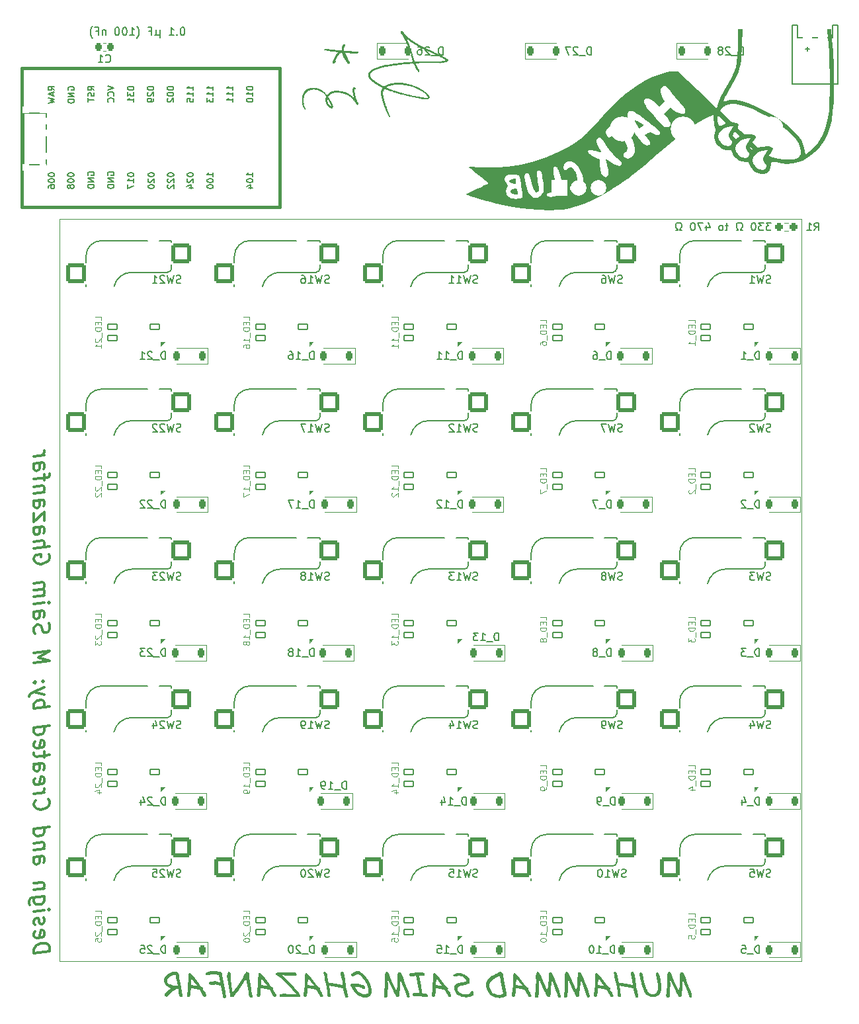
<source format=gbo>
G04 #@! TF.GenerationSoftware,KiCad,Pcbnew,9.0.7*
G04 #@! TF.CreationDate,2026-02-15T13:27:24+05:00*
G04 #@! TF.ProjectId,ModuPad_v2,4d6f6475-5061-4645-9f76-322e6b696361,rev?*
G04 #@! TF.SameCoordinates,Original*
G04 #@! TF.FileFunction,Legend,Bot*
G04 #@! TF.FilePolarity,Positive*
%FSLAX46Y46*%
G04 Gerber Fmt 4.6, Leading zero omitted, Abs format (unit mm)*
G04 Created by KiCad (PCBNEW 9.0.7) date 2026-02-15 13:27:24*
%MOMM*%
%LPD*%
G01*
G04 APERTURE LIST*
G04 Aperture macros list*
%AMRoundRect*
0 Rectangle with rounded corners*
0 $1 Rounding radius*
0 $2 $3 $4 $5 $6 $7 $8 $9 X,Y pos of 4 corners*
0 Add a 4 corners polygon primitive as box body*
4,1,4,$2,$3,$4,$5,$6,$7,$8,$9,$2,$3,0*
0 Add four circle primitives for the rounded corners*
1,1,$1+$1,$2,$3*
1,1,$1+$1,$4,$5*
1,1,$1+$1,$6,$7*
1,1,$1+$1,$8,$9*
0 Add four rect primitives between the rounded corners*
20,1,$1+$1,$2,$3,$4,$5,0*
20,1,$1+$1,$4,$5,$6,$7,0*
20,1,$1+$1,$6,$7,$8,$9,0*
20,1,$1+$1,$8,$9,$2,$3,0*%
%AMFreePoly0*
4,1,18,-0.410000,0.593000,-0.403758,0.624380,-0.385983,0.650983,-0.359380,0.668758,-0.328000,0.675000,0.328000,0.675000,0.359380,0.668758,0.385983,0.650983,0.403758,0.624380,0.410000,0.593000,0.410000,-0.593000,0.403758,-0.624380,0.385983,-0.650983,0.359380,-0.668758,0.328000,-0.675000,0.000000,-0.675000,-0.410000,-0.265000,-0.410000,0.593000,-0.410000,0.593000,$1*%
G04 Aperture macros list end*
%ADD10C,0.100000*%
%ADD11C,0.375000*%
%ADD12C,0.150000*%
%ADD13C,0.120000*%
%ADD14C,0.381000*%
%ADD15C,0.000000*%
%ADD16C,1.752600*%
%ADD17C,2.000000*%
%ADD18C,0.750000*%
%ADD19R,2.000000X2.000000*%
%ADD20C,3.200000*%
%ADD21R,0.900000X0.900000*%
%ADD22C,1.000000*%
%ADD23R,1.250000X0.900000*%
%ADD24R,1.200000X1.700000*%
%ADD25O,1.200000X1.700000*%
%ADD26RoundRect,0.082000X0.593000X-0.328000X0.593000X0.328000X-0.593000X0.328000X-0.593000X-0.328000X0*%
%ADD27FreePoly0,90.000000*%
%ADD28RoundRect,0.225000X0.225000X0.375000X-0.225000X0.375000X-0.225000X-0.375000X0.225000X-0.375000X0*%
%ADD29C,1.750000*%
%ADD30C,3.987800*%
%ADD31C,3.300000*%
%ADD32RoundRect,0.250000X1.025000X1.000000X-1.025000X1.000000X-1.025000X-1.000000X1.025000X-1.000000X0*%
%ADD33RoundRect,0.225000X-0.225000X-0.375000X0.225000X-0.375000X0.225000X0.375000X-0.225000X0.375000X0*%
%ADD34RoundRect,0.237500X0.250000X0.237500X-0.250000X0.237500X-0.250000X-0.237500X0.250000X-0.237500X0*%
%ADD35RoundRect,0.225000X0.225000X0.250000X-0.225000X0.250000X-0.225000X-0.250000X0.225000X-0.250000X0*%
G04 APERTURE END LIST*
D10*
X55000000Y-75000000D02*
X150000000Y-75000000D01*
X150000000Y-170000000D01*
X55000000Y-170000000D01*
X55000000Y-75000000D01*
D11*
G36*
X133210825Y-172246934D02*
G01*
X133844085Y-173656887D01*
X134042838Y-174049446D01*
X134189217Y-174321048D01*
X134282623Y-174464537D01*
X134349347Y-174532728D01*
X134420813Y-174571078D01*
X134499877Y-174583789D01*
X134561266Y-174568003D01*
X134615632Y-174517087D01*
X134664952Y-174414897D01*
X134704858Y-174234460D01*
X134780696Y-173379366D01*
X134806845Y-172953393D01*
X134831803Y-172281922D01*
X134981463Y-172651767D01*
X135444548Y-173901252D01*
X135549145Y-174225851D01*
X135614743Y-174408549D01*
X135656856Y-174499159D01*
X135702093Y-174565073D01*
X135742951Y-174601924D01*
X135789974Y-174623272D01*
X135846266Y-174630683D01*
X135920224Y-174619232D01*
X135968695Y-174588598D01*
X135998803Y-174538256D01*
X136010214Y-174460141D01*
X135997695Y-174358540D01*
X135942620Y-174129314D01*
X135860737Y-173874002D01*
X135733609Y-173559984D01*
X135401500Y-172736031D01*
X135171973Y-172088665D01*
X135032109Y-171741329D01*
X134921013Y-171542049D01*
X134833293Y-171441263D01*
X134748797Y-171388144D01*
X134663825Y-171371507D01*
X134591283Y-171388506D01*
X134535884Y-171439867D01*
X134494748Y-171538019D01*
X134465030Y-171754114D01*
X134444556Y-172273679D01*
X134423944Y-172954690D01*
X134352233Y-173901435D01*
X133956944Y-173054480D01*
X133542751Y-172092512D01*
X133434124Y-171788979D01*
X133334910Y-171567364D01*
X133238025Y-171436458D01*
X133143478Y-171368987D01*
X133046877Y-171348060D01*
X132983570Y-171363299D01*
X132929720Y-171411223D01*
X132883089Y-171505152D01*
X132847996Y-171668602D01*
X132833653Y-171932411D01*
X132843911Y-172557978D01*
X132826825Y-173193770D01*
X132778332Y-173755439D01*
X132733269Y-174108065D01*
X132706707Y-174409583D01*
X132727468Y-174510778D01*
X132789689Y-174592948D01*
X132876729Y-174648572D01*
X132962796Y-174665854D01*
X133041304Y-174645343D01*
X133104626Y-174580643D01*
X133154651Y-174451110D01*
X133182065Y-174220355D01*
X133202581Y-173866997D01*
X133219609Y-173468346D01*
X133225113Y-173095068D01*
X133210825Y-172246934D01*
G37*
G36*
X131435790Y-171762967D02*
G01*
X131624284Y-172968672D01*
X131652473Y-173195216D01*
X131661104Y-173385045D01*
X131643185Y-173627223D01*
X131594631Y-173814133D01*
X131520848Y-173957243D01*
X131423642Y-174065327D01*
X131300985Y-174143669D01*
X131147311Y-174193411D01*
X130954204Y-174211379D01*
X130810009Y-174194134D01*
X130673329Y-174142193D01*
X130540595Y-174052190D01*
X130409625Y-173917012D01*
X130279758Y-173726373D01*
X130151734Y-173467385D01*
X130027467Y-173124979D01*
X129909807Y-172682164D01*
X129802355Y-172120172D01*
X129745019Y-171755273D01*
X129697364Y-171583065D01*
X129635781Y-171480039D01*
X129563414Y-171424850D01*
X129476474Y-171406678D01*
X129401666Y-171418827D01*
X129351943Y-171451713D01*
X129320532Y-171506684D01*
X129308496Y-171593157D01*
X129316739Y-171687496D01*
X129396606Y-172196010D01*
X129500917Y-172748547D01*
X129623401Y-173201636D01*
X129760178Y-173568871D01*
X129908194Y-173862617D01*
X130065374Y-174093870D01*
X130230767Y-174272063D01*
X130404670Y-174404790D01*
X130588678Y-174497488D01*
X130785601Y-174553137D01*
X130999267Y-174572065D01*
X131271682Y-174552597D01*
X131490946Y-174498928D01*
X131666999Y-174415991D01*
X131807650Y-174305535D01*
X131916125Y-174165695D01*
X131999503Y-173981618D01*
X132054703Y-173742288D01*
X132075095Y-173433954D01*
X132053957Y-173129628D01*
X131961339Y-172434513D01*
X131871439Y-171908997D01*
X131808176Y-171649952D01*
X131765701Y-171547545D01*
X131703535Y-171472089D01*
X131639540Y-171431463D01*
X131570978Y-171418401D01*
X131508431Y-171430450D01*
X131464601Y-171464590D01*
X131435206Y-171525342D01*
X131423517Y-171625580D01*
X131435790Y-171762967D01*
G37*
G36*
X126747243Y-173142695D02*
G01*
X127144027Y-173171504D01*
X127624319Y-173244727D01*
X128513668Y-173408859D01*
X128545050Y-173575430D01*
X128636767Y-173936423D01*
X128721733Y-174289243D01*
X128753454Y-174463988D01*
X128781912Y-174541849D01*
X128834603Y-174607053D01*
X128904592Y-174651213D01*
X128984996Y-174665854D01*
X129080095Y-174646921D01*
X129132057Y-174596768D01*
X129151142Y-174507768D01*
X129129247Y-174345457D01*
X129013756Y-173811310D01*
X128893978Y-173257419D01*
X128829291Y-172823225D01*
X128800715Y-172619893D01*
X128782213Y-172478110D01*
X128743196Y-172272763D01*
X128585476Y-171502482D01*
X128559616Y-171425112D01*
X128505608Y-171359783D01*
X128433165Y-171315575D01*
X128353934Y-171301165D01*
X128278407Y-171312524D01*
X128229324Y-171342701D01*
X128199147Y-171391784D01*
X128187787Y-171467311D01*
X128202317Y-171570152D01*
X128288354Y-171992128D01*
X128388738Y-172484338D01*
X128454317Y-173001095D01*
X127552512Y-172841177D01*
X127023129Y-172764771D01*
X126650889Y-172743175D01*
X126580206Y-172400608D01*
X126486941Y-171853093D01*
X126443443Y-171677935D01*
X126367140Y-171496803D01*
X126295949Y-171387823D01*
X126229054Y-171333720D01*
X126163075Y-171317468D01*
X126094616Y-171329492D01*
X126039061Y-171364729D01*
X126001649Y-171418118D01*
X125988869Y-171485996D01*
X125996693Y-171531369D01*
X126025872Y-171599019D01*
X126064338Y-171707858D01*
X126103724Y-171932044D01*
X126169163Y-172344817D01*
X126277930Y-172832384D01*
X126402861Y-173393654D01*
X126466425Y-173913709D01*
X126510572Y-174376243D01*
X126542577Y-174466921D01*
X126595568Y-174530300D01*
X126665531Y-174570528D01*
X126743030Y-174583789D01*
X126808969Y-174571062D01*
X126861915Y-174533414D01*
X126897181Y-174478430D01*
X126908993Y-174413429D01*
X126855870Y-173914624D01*
X126810234Y-173521732D01*
X126773804Y-173292538D01*
X126747243Y-173142695D01*
G37*
G36*
X123859049Y-171470898D02*
G01*
X123958540Y-171551012D01*
X124148588Y-171752582D01*
X124478166Y-172153695D01*
X124988602Y-172818142D01*
X125293876Y-173245643D01*
X125405163Y-173283836D01*
X125476147Y-173336695D01*
X125517170Y-173403825D01*
X125531463Y-173490008D01*
X125525590Y-173540714D01*
X125508932Y-173582332D01*
X125805368Y-174064855D01*
X125918831Y-174285286D01*
X125941425Y-174364520D01*
X125928533Y-174429315D01*
X125889218Y-174485603D01*
X125831245Y-174523960D01*
X125760990Y-174536894D01*
X125661573Y-174517296D01*
X125572679Y-174457027D01*
X125459281Y-174296465D01*
X125068379Y-173626662D01*
X124504727Y-173513822D01*
X124181990Y-173449350D01*
X123943274Y-173413438D01*
X123921685Y-173963125D01*
X123877695Y-174275676D01*
X123834521Y-174414412D01*
X123787093Y-174494832D01*
X123737300Y-174535814D01*
X123682972Y-174548618D01*
X123594517Y-174531181D01*
X123512979Y-174476994D01*
X123455268Y-174399332D01*
X123437142Y-174317076D01*
X123463703Y-174120155D01*
X123527267Y-173792259D01*
X123574727Y-172989371D01*
X123967821Y-172989371D01*
X124498765Y-173088916D01*
X124748726Y-173145076D01*
X124010868Y-172205535D01*
X123967821Y-172989371D01*
X123574727Y-172989371D01*
X123611348Y-172369849D01*
X123627651Y-171681085D01*
X123652030Y-171571464D01*
X123691352Y-171504213D01*
X123743406Y-171466569D01*
X123812116Y-171453572D01*
X123859049Y-171470898D01*
G37*
G36*
X120115500Y-172246934D02*
G01*
X120748761Y-173656887D01*
X120947513Y-174049446D01*
X121093893Y-174321048D01*
X121187299Y-174464537D01*
X121254023Y-174532728D01*
X121325488Y-174571078D01*
X121404553Y-174583789D01*
X121465941Y-174568003D01*
X121520308Y-174517087D01*
X121569628Y-174414897D01*
X121609534Y-174234460D01*
X121685371Y-173379366D01*
X121711520Y-172953393D01*
X121736479Y-172281922D01*
X121886139Y-172651767D01*
X122349223Y-173901252D01*
X122453820Y-174225851D01*
X122519418Y-174408549D01*
X122561531Y-174499159D01*
X122606768Y-174565073D01*
X122647627Y-174601924D01*
X122694649Y-174623272D01*
X122750942Y-174630683D01*
X122824900Y-174619232D01*
X122873370Y-174588598D01*
X122903479Y-174538256D01*
X122914890Y-174460141D01*
X122902370Y-174358540D01*
X122847295Y-174129314D01*
X122765412Y-173874002D01*
X122638285Y-173559984D01*
X122306175Y-172736031D01*
X122076648Y-172088665D01*
X121936785Y-171741329D01*
X121825689Y-171542049D01*
X121737969Y-171441263D01*
X121653473Y-171388144D01*
X121568501Y-171371507D01*
X121495958Y-171388506D01*
X121440560Y-171439867D01*
X121399424Y-171538019D01*
X121369706Y-171754114D01*
X121349232Y-172273679D01*
X121328619Y-172954690D01*
X121256908Y-173901435D01*
X120861619Y-173054480D01*
X120447426Y-172092512D01*
X120338799Y-171788979D01*
X120239586Y-171567364D01*
X120142700Y-171436458D01*
X120048154Y-171368987D01*
X119951552Y-171348060D01*
X119888245Y-171363299D01*
X119834395Y-171411223D01*
X119787764Y-171505152D01*
X119752671Y-171668602D01*
X119738328Y-171932411D01*
X119748586Y-172557978D01*
X119731501Y-173193770D01*
X119683007Y-173755439D01*
X119637944Y-174108065D01*
X119611383Y-174409583D01*
X119632143Y-174510778D01*
X119694364Y-174592948D01*
X119781405Y-174648572D01*
X119867472Y-174665854D01*
X119945980Y-174645343D01*
X120009301Y-174580643D01*
X120059327Y-174451110D01*
X120086741Y-174220355D01*
X120107257Y-173866997D01*
X120124285Y-173468346D01*
X120129788Y-173095068D01*
X120115500Y-172246934D01*
G37*
G36*
X116407894Y-172246934D02*
G01*
X117041154Y-173656887D01*
X117239907Y-174049446D01*
X117386286Y-174321048D01*
X117479692Y-174464537D01*
X117546416Y-174532728D01*
X117617882Y-174571078D01*
X117696946Y-174583789D01*
X117758335Y-174568003D01*
X117812701Y-174517087D01*
X117862021Y-174414897D01*
X117901927Y-174234460D01*
X117977765Y-173379366D01*
X118003914Y-172953393D01*
X118028872Y-172281922D01*
X118178532Y-172651767D01*
X118641617Y-173901252D01*
X118746214Y-174225851D01*
X118811812Y-174408549D01*
X118853925Y-174499159D01*
X118899162Y-174565073D01*
X118940020Y-174601924D01*
X118987043Y-174623272D01*
X119043335Y-174630683D01*
X119117293Y-174619232D01*
X119165764Y-174588598D01*
X119195872Y-174538256D01*
X119207283Y-174460141D01*
X119194764Y-174358540D01*
X119139689Y-174129314D01*
X119057806Y-173874002D01*
X118930678Y-173559984D01*
X118598569Y-172736031D01*
X118369042Y-172088665D01*
X118229178Y-171741329D01*
X118118082Y-171542049D01*
X118030362Y-171441263D01*
X117945867Y-171388144D01*
X117860894Y-171371507D01*
X117788352Y-171388506D01*
X117732953Y-171439867D01*
X117691817Y-171538019D01*
X117662100Y-171754114D01*
X117641625Y-172273679D01*
X117621013Y-172954690D01*
X117549302Y-173901435D01*
X117154013Y-173054480D01*
X116739820Y-172092512D01*
X116631193Y-171788979D01*
X116531979Y-171567364D01*
X116435094Y-171436458D01*
X116340547Y-171368987D01*
X116243946Y-171348060D01*
X116180639Y-171363299D01*
X116126789Y-171411223D01*
X116080158Y-171505152D01*
X116045065Y-171668602D01*
X116030722Y-171932411D01*
X116040980Y-172557978D01*
X116023895Y-173193770D01*
X115975401Y-173755439D01*
X115930338Y-174108065D01*
X115903777Y-174409583D01*
X115924537Y-174510778D01*
X115986758Y-174592948D01*
X116073798Y-174648572D01*
X116159865Y-174665854D01*
X116238373Y-174645343D01*
X116301695Y-174580643D01*
X116351720Y-174451110D01*
X116379134Y-174220355D01*
X116399651Y-173866997D01*
X116416678Y-173468346D01*
X116422182Y-173095068D01*
X116407894Y-172246934D01*
G37*
G36*
X113372238Y-171470898D02*
G01*
X113471729Y-171551012D01*
X113661777Y-171752582D01*
X113991355Y-172153695D01*
X114501791Y-172818142D01*
X114807065Y-173245643D01*
X114918352Y-173283836D01*
X114989336Y-173336695D01*
X115030359Y-173403825D01*
X115044652Y-173490008D01*
X115038779Y-173540714D01*
X115022121Y-173582332D01*
X115318557Y-174064855D01*
X115432020Y-174285286D01*
X115454614Y-174364520D01*
X115441722Y-174429315D01*
X115402407Y-174485603D01*
X115344434Y-174523960D01*
X115274180Y-174536894D01*
X115174762Y-174517296D01*
X115085868Y-174457027D01*
X114972471Y-174296465D01*
X114581568Y-173626662D01*
X114017916Y-173513822D01*
X113695179Y-173449350D01*
X113456463Y-173413438D01*
X113434874Y-173963125D01*
X113390884Y-174275676D01*
X113347710Y-174414412D01*
X113300282Y-174494832D01*
X113250489Y-174535814D01*
X113196161Y-174548618D01*
X113107706Y-174531181D01*
X113026168Y-174476994D01*
X112968457Y-174399332D01*
X112950331Y-174317076D01*
X112976892Y-174120155D01*
X113040457Y-173792259D01*
X113087916Y-172989371D01*
X113481010Y-172989371D01*
X114011954Y-173088916D01*
X114261915Y-173145076D01*
X113524057Y-172205535D01*
X113481010Y-172989371D01*
X113087916Y-172989371D01*
X113124537Y-172369849D01*
X113140840Y-171681085D01*
X113165219Y-171571464D01*
X113204542Y-171504213D01*
X113256595Y-171466569D01*
X113325305Y-171453572D01*
X113372238Y-171470898D01*
G37*
G36*
X111604630Y-171320661D02*
G01*
X111707807Y-171389275D01*
X111789051Y-171484775D01*
X111823578Y-171583815D01*
X111864427Y-171866465D01*
X112081681Y-173275868D01*
X112225113Y-174021420D01*
X112278419Y-174328799D01*
X112266083Y-174395222D01*
X112229326Y-174450615D01*
X112173191Y-174487758D01*
X112098168Y-174500807D01*
X112077651Y-174500807D01*
X111970043Y-174569268D01*
X111784743Y-174634897D01*
X111585811Y-174676614D01*
X111419844Y-174689302D01*
X111139224Y-174675658D01*
X110897533Y-174637181D01*
X110689610Y-174576880D01*
X110510894Y-174496777D01*
X110344092Y-174390482D01*
X110187636Y-174257017D01*
X110040763Y-174093843D01*
X109903279Y-173897588D01*
X109790437Y-173687561D01*
X109712352Y-173480318D01*
X109666420Y-173274081D01*
X109656044Y-173132620D01*
X110073456Y-173132620D01*
X110087676Y-173304372D01*
X110130801Y-173475756D01*
X110204614Y-173648827D01*
X110303575Y-173808983D01*
X110428808Y-173956120D01*
X110582702Y-174091212D01*
X110708282Y-174166560D01*
X110872625Y-174225569D01*
X111084991Y-174264959D01*
X111356280Y-174279523D01*
X111529308Y-174263346D01*
X111680913Y-174216690D01*
X111815334Y-174140305D01*
X111829623Y-174132062D01*
X111620612Y-173011720D01*
X111448421Y-171838072D01*
X110907290Y-172105785D01*
X110614392Y-172269282D01*
X110458063Y-172380740D01*
X110327379Y-172505820D01*
X110220001Y-172645172D01*
X110138282Y-172799235D01*
X110089785Y-172960738D01*
X110073456Y-173132620D01*
X109656044Y-173132620D01*
X109651221Y-173066857D01*
X109672106Y-172842146D01*
X109734763Y-172625360D01*
X109841304Y-172413068D01*
X109996519Y-172202604D01*
X110179023Y-172017292D01*
X110385078Y-171856590D01*
X110616732Y-171719619D01*
X110876709Y-171606346D01*
X110953841Y-171573226D01*
X111212848Y-171438368D01*
X111452464Y-171321857D01*
X111520228Y-171301165D01*
X111604630Y-171320661D01*
G37*
G36*
X107829474Y-173785298D02*
G01*
X107767814Y-173797159D01*
X107715461Y-173832906D01*
X107669740Y-173898138D01*
X107585915Y-174038566D01*
X107527224Y-174107149D01*
X107455743Y-174152387D01*
X107336714Y-174193244D01*
X107200676Y-174217266D01*
X107032266Y-174226034D01*
X106771598Y-174203462D01*
X106532692Y-174137298D01*
X106311078Y-174027648D01*
X106162341Y-173914791D01*
X106064417Y-173796253D01*
X106008063Y-173670159D01*
X105989227Y-173532323D01*
X106002499Y-173435285D01*
X106041877Y-173348418D01*
X106109843Y-173268597D01*
X106212709Y-173194535D01*
X106367015Y-173125257D01*
X106563278Y-173076660D01*
X106810982Y-173053119D01*
X107044268Y-173025068D01*
X107225706Y-172972157D01*
X107365474Y-172898696D01*
X107454493Y-172822691D01*
X107515699Y-172737258D01*
X107552458Y-172640512D01*
X107565143Y-172529035D01*
X107548541Y-172383703D01*
X107498115Y-172242009D01*
X107410445Y-172100834D01*
X107279070Y-171957974D01*
X107094914Y-171812243D01*
X106849017Y-171664481D01*
X106615763Y-171564716D01*
X106392338Y-171507371D01*
X106175706Y-171488743D01*
X105939736Y-171508250D01*
X105691006Y-171568794D01*
X105534744Y-171636966D01*
X105462601Y-171702376D01*
X105442062Y-171767363D01*
X105453839Y-171828945D01*
X105492254Y-171894492D01*
X105554471Y-171940720D01*
X105655102Y-171958056D01*
X105758457Y-171949582D01*
X105933906Y-171917023D01*
X106117615Y-171880971D01*
X106216739Y-171871960D01*
X106460964Y-171893563D01*
X106669428Y-171955064D01*
X106848900Y-172054227D01*
X106971182Y-172156357D01*
X107049183Y-172253415D01*
X107092268Y-172347271D01*
X107106088Y-172440924D01*
X107091675Y-172508445D01*
X107047832Y-172564515D01*
X106965771Y-172612016D01*
X106790137Y-172657430D01*
X106407248Y-172705073D01*
X106206390Y-172732630D01*
X106038585Y-172781854D01*
X105898603Y-172850428D01*
X105782231Y-172937531D01*
X105683339Y-173046837D01*
X105614499Y-173165118D01*
X105573097Y-173294505D01*
X105558932Y-173438168D01*
X105576805Y-173627018D01*
X105629529Y-173801597D01*
X105717807Y-173965398D01*
X105844997Y-174120912D01*
X106016887Y-174269448D01*
X106253524Y-174415942D01*
X106509681Y-174520924D01*
X106788960Y-174585157D01*
X107095830Y-174607236D01*
X107357230Y-174588861D01*
X107584652Y-174536466D01*
X107783496Y-174452630D01*
X107918146Y-174362477D01*
X108006088Y-174265604D01*
X108056550Y-174160626D01*
X108073473Y-174043585D01*
X108064017Y-173956729D01*
X108038507Y-173893101D01*
X107998735Y-173846847D01*
X107918665Y-173800579D01*
X107829474Y-173785298D01*
G37*
G36*
X103105246Y-171470898D02*
G01*
X103204737Y-171551012D01*
X103394785Y-171752582D01*
X103724363Y-172153695D01*
X104234799Y-172818142D01*
X104540073Y-173245643D01*
X104651359Y-173283836D01*
X104722344Y-173336695D01*
X104763366Y-173403825D01*
X104777660Y-173490008D01*
X104771787Y-173540714D01*
X104755129Y-173582332D01*
X105051565Y-174064855D01*
X105165028Y-174285286D01*
X105187622Y-174364520D01*
X105174730Y-174429315D01*
X105135415Y-174485603D01*
X105077442Y-174523960D01*
X105007187Y-174536894D01*
X104907770Y-174517296D01*
X104818876Y-174457027D01*
X104705478Y-174296465D01*
X104314576Y-173626662D01*
X103750924Y-173513822D01*
X103428187Y-173449350D01*
X103189471Y-173413438D01*
X103167881Y-173963125D01*
X103123892Y-174275676D01*
X103080718Y-174414412D01*
X103033290Y-174494832D01*
X102983497Y-174535814D01*
X102929169Y-174548618D01*
X102840714Y-174531181D01*
X102759176Y-174476994D01*
X102701465Y-174399332D01*
X102683339Y-174317076D01*
X102709900Y-174120155D01*
X102773464Y-173792259D01*
X102820924Y-172989371D01*
X103214017Y-172989371D01*
X103744962Y-173088916D01*
X103994923Y-173145076D01*
X103257065Y-172205535D01*
X103214017Y-172989371D01*
X102820924Y-172989371D01*
X102857545Y-172369849D01*
X102873848Y-171681085D01*
X102898227Y-171571464D01*
X102937549Y-171504213D01*
X102989603Y-171466569D01*
X103058312Y-171453572D01*
X103105246Y-171470898D01*
G37*
G36*
X100691782Y-171866648D02*
G01*
X100844633Y-172590257D01*
X100939628Y-173165959D01*
X101051162Y-173911920D01*
X101087273Y-174065750D01*
X100435511Y-174057506D01*
X100364369Y-174070046D01*
X100311680Y-174105683D01*
X100277277Y-174159202D01*
X100265518Y-174225668D01*
X100282126Y-174316645D01*
X100333112Y-174399874D01*
X100409483Y-174458298D01*
X100503105Y-174477726D01*
X100847487Y-174485969D01*
X101050270Y-174490000D01*
X101365852Y-174503053D01*
X101607693Y-174526819D01*
X101857478Y-174557528D01*
X102015640Y-174565837D01*
X102088639Y-174552587D01*
X102143684Y-174514546D01*
X102179850Y-174458591D01*
X102191861Y-174393646D01*
X102174146Y-174303042D01*
X102119138Y-174219439D01*
X102039114Y-174160648D01*
X101948046Y-174141587D01*
X101774430Y-174132813D01*
X101503279Y-174100554D01*
X101446542Y-173837547D01*
X101361863Y-173186475D01*
X101287212Y-172720087D01*
X101095516Y-171850162D01*
X101632423Y-171866648D01*
X101700589Y-171856162D01*
X101755338Y-171821585D01*
X101791814Y-171768034D01*
X101804431Y-171698487D01*
X101789814Y-171597656D01*
X101749110Y-171522266D01*
X101682302Y-171469880D01*
X101581132Y-171442398D01*
X100956114Y-171430125D01*
X100663759Y-171439341D01*
X100320839Y-171469143D01*
X99913991Y-171522449D01*
X99862938Y-171543416D01*
X99825881Y-171575755D01*
X99802674Y-171620010D01*
X99794007Y-171684382D01*
X99814368Y-171793747D01*
X99872042Y-171871960D01*
X99954610Y-171922275D01*
X100042035Y-171938456D01*
X100189500Y-171931251D01*
X100365901Y-171907681D01*
X100691782Y-171866648D01*
G37*
G36*
X97066791Y-172246934D02*
G01*
X97700052Y-173656887D01*
X97898804Y-174049446D01*
X98045184Y-174321048D01*
X98138590Y-174464537D01*
X98205314Y-174532728D01*
X98276779Y-174571078D01*
X98355844Y-174583789D01*
X98417232Y-174568003D01*
X98471599Y-174517087D01*
X98520919Y-174414897D01*
X98560825Y-174234460D01*
X98636662Y-173379366D01*
X98662811Y-172953393D01*
X98687770Y-172281922D01*
X98837430Y-172651767D01*
X99300514Y-173901252D01*
X99405111Y-174225851D01*
X99470709Y-174408549D01*
X99512822Y-174499159D01*
X99558059Y-174565073D01*
X99598918Y-174601924D01*
X99645940Y-174623272D01*
X99702233Y-174630683D01*
X99776190Y-174619232D01*
X99824661Y-174588598D01*
X99854770Y-174538256D01*
X99866181Y-174460141D01*
X99853661Y-174358540D01*
X99798586Y-174129314D01*
X99716703Y-173874002D01*
X99589576Y-173559984D01*
X99257466Y-172736031D01*
X99027939Y-172088665D01*
X98888076Y-171741329D01*
X98776980Y-171542049D01*
X98689260Y-171441263D01*
X98604764Y-171388144D01*
X98519792Y-171371507D01*
X98447249Y-171388506D01*
X98391851Y-171439867D01*
X98350715Y-171538019D01*
X98320997Y-171754114D01*
X98300523Y-172273679D01*
X98279910Y-172954690D01*
X98208199Y-173901435D01*
X97812910Y-173054480D01*
X97398717Y-172092512D01*
X97290090Y-171788979D01*
X97190877Y-171567364D01*
X97093991Y-171436458D01*
X96999445Y-171368987D01*
X96902843Y-171348060D01*
X96839536Y-171363299D01*
X96785686Y-171411223D01*
X96739055Y-171505152D01*
X96703962Y-171668602D01*
X96689619Y-171932411D01*
X96699877Y-172557978D01*
X96682792Y-173193770D01*
X96634298Y-173755439D01*
X96589235Y-174108065D01*
X96562674Y-174409583D01*
X96583434Y-174510778D01*
X96645655Y-174592948D01*
X96732696Y-174648572D01*
X96818763Y-174665854D01*
X96897271Y-174645343D01*
X96960592Y-174580643D01*
X97010618Y-174451110D01*
X97038032Y-174220355D01*
X97058548Y-173866997D01*
X97075576Y-173468346D01*
X97081079Y-173095068D01*
X97066791Y-172246934D01*
G37*
G36*
X92440893Y-173251688D02*
G01*
X92570485Y-173549413D01*
X92728547Y-173812565D01*
X92915145Y-174044641D01*
X93131489Y-174248199D01*
X93327021Y-174389097D01*
X93525475Y-174495750D01*
X93728238Y-174570755D01*
X93937066Y-174615615D01*
X94154012Y-174630683D01*
X94399128Y-174611156D01*
X94590116Y-174557900D01*
X94738257Y-174476090D01*
X94851867Y-174366752D01*
X94935470Y-174226644D01*
X94989193Y-174048705D01*
X95008740Y-173822850D01*
X94990691Y-173567234D01*
X94933035Y-173278569D01*
X94829405Y-172951453D01*
X94693974Y-172637473D01*
X94528542Y-172344475D01*
X94332431Y-172070713D01*
X94111018Y-171812441D01*
X93913139Y-171615430D01*
X93736174Y-171470059D01*
X93542834Y-171352965D01*
X93359053Y-171287155D01*
X93180582Y-171265994D01*
X93059385Y-171277737D01*
X92899482Y-171318293D01*
X92690936Y-171397152D01*
X92536922Y-171476944D01*
X92446111Y-171550225D01*
X92399722Y-171618118D01*
X92385572Y-171684016D01*
X92402985Y-171769415D01*
X92458295Y-171852177D01*
X92537748Y-171911178D01*
X92625357Y-171930029D01*
X92674205Y-171919390D01*
X92748272Y-171878738D01*
X92938430Y-171765641D01*
X93103139Y-171704888D01*
X93248360Y-171686214D01*
X93346749Y-171703087D01*
X93469210Y-171761289D01*
X93624353Y-171876960D01*
X93821156Y-172071413D01*
X94069199Y-172370216D01*
X94266364Y-172658002D01*
X94413435Y-172939292D01*
X94515177Y-173216086D01*
X94574980Y-173490699D01*
X94594748Y-173765697D01*
X94577629Y-173934120D01*
X94533439Y-174046222D01*
X94467620Y-174118323D01*
X94377819Y-174166223D01*
X94254131Y-174198484D01*
X94086418Y-174210647D01*
X93902787Y-174195218D01*
X93727165Y-174149226D01*
X93557115Y-174071809D01*
X93390692Y-173960420D01*
X93243839Y-173826795D01*
X93114674Y-173670018D01*
X93002646Y-173487765D01*
X92908007Y-173276967D01*
X93285630Y-173316875D01*
X93619237Y-173390905D01*
X93914227Y-173496236D01*
X94010580Y-173520783D01*
X94078132Y-173507165D01*
X94132580Y-173466561D01*
X94168664Y-173407430D01*
X94180757Y-173338333D01*
X94166788Y-173263113D01*
X94123225Y-173191744D01*
X94042454Y-173121263D01*
X93943690Y-173068049D01*
X93777095Y-173006895D01*
X93516905Y-172937897D01*
X93256023Y-172891808D01*
X92914376Y-172860392D01*
X92475697Y-172848688D01*
X92400202Y-172861681D01*
X92342524Y-172898879D01*
X92304147Y-172954575D01*
X92291233Y-173022527D01*
X92308208Y-173120778D01*
X92356697Y-173195217D01*
X92440893Y-173251688D01*
G37*
G36*
X89586182Y-173142695D02*
G01*
X89982966Y-173171504D01*
X90463258Y-173244727D01*
X91352608Y-173408859D01*
X91383989Y-173575430D01*
X91475706Y-173936423D01*
X91560672Y-174289243D01*
X91592393Y-174463988D01*
X91620851Y-174541849D01*
X91673543Y-174607053D01*
X91743531Y-174651213D01*
X91823935Y-174665854D01*
X91919034Y-174646921D01*
X91970996Y-174596768D01*
X91990081Y-174507768D01*
X91968186Y-174345457D01*
X91852695Y-173811310D01*
X91732917Y-173257419D01*
X91668230Y-172823225D01*
X91639654Y-172619893D01*
X91621153Y-172478110D01*
X91582135Y-172272763D01*
X91424415Y-171502482D01*
X91398556Y-171425112D01*
X91344548Y-171359783D01*
X91272104Y-171315575D01*
X91192873Y-171301165D01*
X91117346Y-171312524D01*
X91068263Y-171342701D01*
X91038086Y-171391784D01*
X91026727Y-171467311D01*
X91041256Y-171570152D01*
X91127294Y-171992128D01*
X91227677Y-172484338D01*
X91293257Y-173001095D01*
X90391451Y-172841177D01*
X89862069Y-172764771D01*
X89489829Y-172743175D01*
X89419145Y-172400608D01*
X89325881Y-171853093D01*
X89282383Y-171677935D01*
X89206079Y-171496803D01*
X89134889Y-171387823D01*
X89067993Y-171333720D01*
X89002015Y-171317468D01*
X88933556Y-171329492D01*
X88878000Y-171364729D01*
X88840589Y-171418118D01*
X88827808Y-171485996D01*
X88835632Y-171531369D01*
X88864811Y-171599019D01*
X88903277Y-171707858D01*
X88942663Y-171932044D01*
X89008103Y-172344817D01*
X89116870Y-172832384D01*
X89241800Y-173393654D01*
X89305364Y-173913709D01*
X89349511Y-174376243D01*
X89381517Y-174466921D01*
X89434508Y-174530300D01*
X89504470Y-174570528D01*
X89581969Y-174583789D01*
X89647908Y-174571062D01*
X89700854Y-174533414D01*
X89736120Y-174478430D01*
X89747932Y-174413429D01*
X89694809Y-173914624D01*
X89649173Y-173521732D01*
X89612744Y-173292538D01*
X89586182Y-173142695D01*
G37*
G36*
X86697989Y-171470898D02*
G01*
X86797479Y-171551012D01*
X86987527Y-171752582D01*
X87317105Y-172153695D01*
X87827542Y-172818142D01*
X88132815Y-173245643D01*
X88244102Y-173283836D01*
X88315086Y-173336695D01*
X88356109Y-173403825D01*
X88370403Y-173490008D01*
X88364530Y-173540714D01*
X88347871Y-173582332D01*
X88644307Y-174064855D01*
X88757770Y-174285286D01*
X88780364Y-174364520D01*
X88767472Y-174429315D01*
X88728157Y-174485603D01*
X88670184Y-174523960D01*
X88599930Y-174536894D01*
X88500512Y-174517296D01*
X88411618Y-174457027D01*
X88298221Y-174296465D01*
X87907318Y-173626662D01*
X87343667Y-173513822D01*
X87020929Y-173449350D01*
X86782213Y-173413438D01*
X86760624Y-173963125D01*
X86716634Y-174275676D01*
X86673460Y-174414412D01*
X86626033Y-174494832D01*
X86576239Y-174535814D01*
X86521912Y-174548618D01*
X86433456Y-174531181D01*
X86351919Y-174476994D01*
X86294207Y-174399332D01*
X86276081Y-174317076D01*
X86302643Y-174120155D01*
X86366207Y-173792259D01*
X86413666Y-172989371D01*
X86806760Y-172989371D01*
X87337704Y-173088916D01*
X87587665Y-173145076D01*
X86849808Y-172205535D01*
X86806760Y-172989371D01*
X86413666Y-172989371D01*
X86450287Y-172369849D01*
X86466591Y-171681085D01*
X86490969Y-171571464D01*
X86530292Y-171504213D01*
X86582345Y-171466569D01*
X86651055Y-171453572D01*
X86697989Y-171470898D01*
G37*
G36*
X83331428Y-172112479D02*
G01*
X83554935Y-172275619D01*
X83875864Y-172566693D01*
X84323360Y-173033335D01*
X85329579Y-174224202D01*
X84528340Y-174195626D01*
X83727102Y-174168881D01*
X83434895Y-174179578D01*
X83296807Y-174202770D01*
X83231542Y-174234468D01*
X83196046Y-174277560D01*
X83183967Y-174335027D01*
X83203174Y-174436897D01*
X83257789Y-174510150D01*
X83338263Y-174556679D01*
X83436025Y-174572615D01*
X83616277Y-174564371D01*
X83716844Y-174560341D01*
X85665718Y-174589101D01*
X85765814Y-174576900D01*
X85827187Y-174545949D01*
X85862218Y-174499115D01*
X85874729Y-174431381D01*
X85858635Y-174333746D01*
X85802500Y-174208067D01*
X85690265Y-174044684D01*
X84520097Y-172712583D01*
X84179389Y-172348482D01*
X83844864Y-172036896D01*
X83515893Y-171773408D01*
X84243492Y-171814258D01*
X85073490Y-171814258D01*
X85225165Y-171816273D01*
X85296863Y-171805612D01*
X85348080Y-171776339D01*
X85381097Y-171728920D01*
X85393143Y-171658553D01*
X85376100Y-171558739D01*
X85325549Y-171474089D01*
X85273199Y-171436037D01*
X85178509Y-171407857D01*
X85020184Y-171396236D01*
X84833361Y-171402923D01*
X84604178Y-171424996D01*
X84368372Y-171447019D01*
X84183958Y-171453572D01*
X83710615Y-171437269D01*
X83235258Y-171416753D01*
X82965151Y-171434808D01*
X82820533Y-171476553D01*
X82753197Y-171529477D01*
X82733155Y-171592791D01*
X82755861Y-171673533D01*
X82840615Y-171779812D01*
X83026064Y-171924167D01*
X83331428Y-172112479D01*
G37*
G36*
X80715993Y-171470898D02*
G01*
X80815483Y-171551012D01*
X81005532Y-171752582D01*
X81335109Y-172153695D01*
X81845546Y-172818142D01*
X82150819Y-173245643D01*
X82262106Y-173283836D01*
X82333091Y-173336695D01*
X82374113Y-173403825D01*
X82388407Y-173490008D01*
X82382534Y-173540714D01*
X82365875Y-173582332D01*
X82662311Y-174064855D01*
X82775774Y-174285286D01*
X82798368Y-174364520D01*
X82785476Y-174429315D01*
X82746161Y-174485603D01*
X82688188Y-174523960D01*
X82617934Y-174536894D01*
X82518517Y-174517296D01*
X82429623Y-174457027D01*
X82316225Y-174296465D01*
X81925322Y-173626662D01*
X81361671Y-173513822D01*
X81038933Y-173449350D01*
X80800218Y-173413438D01*
X80778628Y-173963125D01*
X80734638Y-174275676D01*
X80691464Y-174414412D01*
X80644037Y-174494832D01*
X80594243Y-174535814D01*
X80539916Y-174548618D01*
X80451461Y-174531181D01*
X80369923Y-174476994D01*
X80312212Y-174399332D01*
X80294085Y-174317076D01*
X80320647Y-174120155D01*
X80384211Y-173792259D01*
X80431671Y-172989371D01*
X80824764Y-172989371D01*
X81355708Y-173088916D01*
X81605669Y-173145076D01*
X80867812Y-172205535D01*
X80824764Y-172989371D01*
X80431671Y-172989371D01*
X80468292Y-172369849D01*
X80484595Y-171681085D01*
X80508973Y-171571464D01*
X80548296Y-171504213D01*
X80600350Y-171466569D01*
X80669059Y-171453572D01*
X80715993Y-171470898D01*
G37*
G36*
X78931577Y-172143620D02*
G01*
X79093510Y-173080230D01*
X79208182Y-173885682D01*
X79269629Y-174236998D01*
X79337774Y-174453599D01*
X79406871Y-174576011D01*
X79474711Y-174636079D01*
X79544321Y-174654131D01*
X79633247Y-174638181D01*
X79695080Y-174593681D01*
X79734587Y-174529492D01*
X79747287Y-174461423D01*
X79736789Y-174374048D01*
X79689951Y-174170347D01*
X79583339Y-173624098D01*
X79470498Y-172977281D01*
X79404919Y-172499726D01*
X79363928Y-172178142D01*
X79345568Y-171946332D01*
X79314794Y-171593707D01*
X79295783Y-171516543D01*
X79258437Y-171449981D01*
X79201221Y-171391840D01*
X79099033Y-171331241D01*
X79005399Y-171312889D01*
X78944124Y-171331201D01*
X78868724Y-171398719D01*
X78771842Y-171546629D01*
X78446500Y-172160312D01*
X78123558Y-172703745D01*
X77803298Y-173182544D01*
X77485856Y-173601991D01*
X77171196Y-173967015D01*
X77130163Y-173706713D01*
X77023735Y-172925990D01*
X76962185Y-172400441D01*
X76937639Y-172020155D01*
X76962185Y-171800886D01*
X76970429Y-171651409D01*
X76951541Y-171509059D01*
X76902767Y-171419759D01*
X76826818Y-171367234D01*
X76714157Y-171348060D01*
X76645307Y-171363102D01*
X76588399Y-171409095D01*
X76540536Y-171496241D01*
X76505177Y-171644106D01*
X76490858Y-171878921D01*
X76511796Y-172257659D01*
X76585013Y-172782742D01*
X76761418Y-173817904D01*
X76847019Y-174260769D01*
X76902834Y-174438892D01*
X76954863Y-174511987D01*
X77029392Y-174556035D01*
X77134377Y-174572065D01*
X77191945Y-174560177D01*
X77271271Y-174516730D01*
X77381306Y-174425519D01*
X77564084Y-174217240D01*
X77975549Y-173668611D01*
X78259657Y-173254700D01*
X78577303Y-172750306D01*
X78931577Y-172143620D01*
G37*
G36*
X75456245Y-171765715D02*
G01*
X75599677Y-172648469D01*
X75210454Y-172565222D01*
X74986933Y-172543872D01*
X74520734Y-172562374D01*
X74329319Y-172584061D01*
X74241958Y-172609302D01*
X74211339Y-172633082D01*
X74187307Y-172687010D01*
X74179466Y-172742625D01*
X74197299Y-172845073D01*
X74249258Y-172927090D01*
X74326679Y-172982508D01*
X74419251Y-173000912D01*
X74739087Y-172984609D01*
X75052512Y-172968122D01*
X75242263Y-172989734D01*
X75679727Y-173085542D01*
X75917315Y-174502639D01*
X75947305Y-174587122D01*
X76003593Y-174653948D01*
X76077581Y-174698356D01*
X76157100Y-174712749D01*
X76231726Y-174699542D01*
X76285327Y-174662374D01*
X76319564Y-174606893D01*
X76331306Y-174538176D01*
X76245211Y-173998339D01*
X76001395Y-172602308D01*
X75872252Y-171803817D01*
X75849720Y-171643715D01*
X75833417Y-171530875D01*
X75804620Y-171445795D01*
X75752451Y-171377918D01*
X75681307Y-171332594D01*
X75595647Y-171317285D01*
X75532259Y-171326773D01*
X75480792Y-171354105D01*
X75008555Y-171285831D01*
X74655006Y-171265994D01*
X74370016Y-171286345D01*
X74061680Y-171350075D01*
X73900089Y-171405757D01*
X73808900Y-171459517D01*
X73764410Y-171510469D01*
X73751186Y-171561100D01*
X73767315Y-171635952D01*
X73820978Y-171716805D01*
X73898148Y-171775602D01*
X73986941Y-171794658D01*
X74062779Y-171778354D01*
X74223051Y-171730840D01*
X74438552Y-171698281D01*
X74722601Y-171686031D01*
X75018944Y-171703372D01*
X75456245Y-171765715D01*
G37*
G36*
X71753257Y-171470898D02*
G01*
X71852748Y-171551012D01*
X72042796Y-171752582D01*
X72372374Y-172153695D01*
X72882810Y-172818142D01*
X73188084Y-173245643D01*
X73299371Y-173283836D01*
X73370355Y-173336695D01*
X73411378Y-173403825D01*
X73425671Y-173490008D01*
X73419798Y-173540714D01*
X73403140Y-173582332D01*
X73699576Y-174064855D01*
X73813039Y-174285286D01*
X73835633Y-174364520D01*
X73822741Y-174429315D01*
X73783426Y-174485603D01*
X73725453Y-174523960D01*
X73655198Y-174536894D01*
X73555781Y-174517296D01*
X73466887Y-174457027D01*
X73353489Y-174296465D01*
X72962587Y-173626662D01*
X72398935Y-173513822D01*
X72076198Y-173449350D01*
X71837482Y-173413438D01*
X71815893Y-173963125D01*
X71771903Y-174275676D01*
X71728729Y-174414412D01*
X71681301Y-174494832D01*
X71631508Y-174535814D01*
X71577180Y-174548618D01*
X71488725Y-174531181D01*
X71407187Y-174476994D01*
X71349476Y-174399332D01*
X71331350Y-174317076D01*
X71357911Y-174120155D01*
X71421475Y-173792259D01*
X71468935Y-172989371D01*
X71862028Y-172989371D01*
X72392973Y-173088916D01*
X72642934Y-173145076D01*
X71905076Y-172205535D01*
X71862028Y-172989371D01*
X71468935Y-172989371D01*
X71505556Y-172369849D01*
X71521859Y-171681085D01*
X71546238Y-171571464D01*
X71585560Y-171504213D01*
X71637614Y-171466569D01*
X71706324Y-171453572D01*
X71753257Y-171470898D01*
G37*
G36*
X70103191Y-171350417D02*
G01*
X70199467Y-171410158D01*
X70273623Y-171497916D01*
X70312124Y-171587662D01*
X70331476Y-171704634D01*
X70352058Y-171949996D01*
X70378130Y-172207968D01*
X70430278Y-172496842D01*
X70511976Y-172820111D01*
X70619719Y-173295122D01*
X70704501Y-173866631D01*
X70768065Y-174387967D01*
X70756046Y-174453070D01*
X70719888Y-174509050D01*
X70664843Y-174547092D01*
X70591844Y-174560341D01*
X70502613Y-174543855D01*
X70428995Y-174494945D01*
X70375679Y-174424614D01*
X70352058Y-174350048D01*
X70296737Y-173949795D01*
X70243431Y-173447327D01*
X69991722Y-173542361D01*
X69732341Y-173683673D01*
X69462958Y-173877206D01*
X69181630Y-174130375D01*
X68886784Y-174451898D01*
X68820586Y-174498599D01*
X68749581Y-174513447D01*
X68658165Y-174494845D01*
X68577390Y-174437609D01*
X68521155Y-174356751D01*
X68503567Y-174273661D01*
X68523783Y-174190280D01*
X68600796Y-174068129D01*
X68768998Y-173889162D01*
X69050936Y-173655464D01*
X69378628Y-173443297D01*
X69080675Y-173334058D01*
X68849724Y-173212715D01*
X68674445Y-173081384D01*
X68545576Y-172940650D01*
X68456347Y-172789428D01*
X68402915Y-172625012D01*
X68392108Y-172517311D01*
X68800689Y-172517311D01*
X68815618Y-172605809D01*
X68863349Y-172697721D01*
X68952604Y-172796708D01*
X69096894Y-172905108D01*
X69245363Y-172980879D01*
X69437216Y-173040479D01*
X69682169Y-173080235D01*
X69991372Y-173094884D01*
X70171807Y-173094884D01*
X70063180Y-172680343D01*
X69988442Y-172372048D01*
X69958583Y-172172929D01*
X69923778Y-171772859D01*
X69626657Y-171797588D01*
X69425451Y-171840929D01*
X69236641Y-171924517D01*
X69056960Y-172051296D01*
X68937875Y-172170668D01*
X68859590Y-172286672D01*
X68815174Y-172401273D01*
X68800689Y-172517311D01*
X68392108Y-172517311D01*
X68384682Y-172443306D01*
X68406885Y-172249888D01*
X68473453Y-172067329D01*
X68587795Y-171891294D01*
X68757641Y-171719003D01*
X68954939Y-171571526D01*
X69143534Y-171468249D01*
X69325618Y-171403485D01*
X69503742Y-171373339D01*
X69995586Y-171336336D01*
X70103191Y-171350417D01*
G37*
X51764261Y-168964289D02*
X53764261Y-168714289D01*
X53764261Y-168714289D02*
X53764261Y-168238098D01*
X53764261Y-168238098D02*
X53669023Y-167964289D01*
X53669023Y-167964289D02*
X53478547Y-167797622D01*
X53478547Y-167797622D02*
X53288071Y-167726194D01*
X53288071Y-167726194D02*
X52907119Y-167678575D01*
X52907119Y-167678575D02*
X52621404Y-167714289D01*
X52621404Y-167714289D02*
X52240452Y-167857146D01*
X52240452Y-167857146D02*
X52049976Y-167976194D01*
X52049976Y-167976194D02*
X51859500Y-168190479D01*
X51859500Y-168190479D02*
X51764261Y-168488098D01*
X51764261Y-168488098D02*
X51764261Y-168964289D01*
X51859500Y-166190479D02*
X51764261Y-166392860D01*
X51764261Y-166392860D02*
X51764261Y-166773813D01*
X51764261Y-166773813D02*
X51859500Y-166952384D01*
X51859500Y-166952384D02*
X52049976Y-167023813D01*
X52049976Y-167023813D02*
X52811880Y-166928575D01*
X52811880Y-166928575D02*
X53002357Y-166809527D01*
X53002357Y-166809527D02*
X53097595Y-166607146D01*
X53097595Y-166607146D02*
X53097595Y-166226194D01*
X53097595Y-166226194D02*
X53002357Y-166047622D01*
X53002357Y-166047622D02*
X52811880Y-165976194D01*
X52811880Y-165976194D02*
X52621404Y-166000003D01*
X52621404Y-166000003D02*
X52430928Y-166976194D01*
X51859500Y-165333336D02*
X51764261Y-165154765D01*
X51764261Y-165154765D02*
X51764261Y-164773812D01*
X51764261Y-164773812D02*
X51859500Y-164571431D01*
X51859500Y-164571431D02*
X52049976Y-164452384D01*
X52049976Y-164452384D02*
X52145214Y-164440479D01*
X52145214Y-164440479D02*
X52335690Y-164511908D01*
X52335690Y-164511908D02*
X52430928Y-164690479D01*
X52430928Y-164690479D02*
X52430928Y-164976193D01*
X52430928Y-164976193D02*
X52526166Y-165154765D01*
X52526166Y-165154765D02*
X52716642Y-165226193D01*
X52716642Y-165226193D02*
X52811880Y-165214289D01*
X52811880Y-165214289D02*
X53002357Y-165095241D01*
X53002357Y-165095241D02*
X53097595Y-164892860D01*
X53097595Y-164892860D02*
X53097595Y-164607146D01*
X53097595Y-164607146D02*
X53002357Y-164428574D01*
X51764261Y-163630955D02*
X53097595Y-163464288D01*
X53764261Y-163380955D02*
X53669023Y-163488098D01*
X53669023Y-163488098D02*
X53573785Y-163404764D01*
X53573785Y-163404764D02*
X53669023Y-163297621D01*
X53669023Y-163297621D02*
X53764261Y-163380955D01*
X53764261Y-163380955D02*
X53573785Y-163404764D01*
X53097595Y-161654764D02*
X51478547Y-161857145D01*
X51478547Y-161857145D02*
X51288071Y-161976193D01*
X51288071Y-161976193D02*
X51192833Y-162083336D01*
X51192833Y-162083336D02*
X51097595Y-162285717D01*
X51097595Y-162285717D02*
X51097595Y-162571431D01*
X51097595Y-162571431D02*
X51192833Y-162750002D01*
X51859500Y-161809526D02*
X51764261Y-162011907D01*
X51764261Y-162011907D02*
X51764261Y-162392860D01*
X51764261Y-162392860D02*
X51859500Y-162571431D01*
X51859500Y-162571431D02*
X51954738Y-162654764D01*
X51954738Y-162654764D02*
X52145214Y-162726193D01*
X52145214Y-162726193D02*
X52716642Y-162654764D01*
X52716642Y-162654764D02*
X52907119Y-162535717D01*
X52907119Y-162535717D02*
X53002357Y-162428574D01*
X53002357Y-162428574D02*
X53097595Y-162226193D01*
X53097595Y-162226193D02*
X53097595Y-161845240D01*
X53097595Y-161845240D02*
X53002357Y-161666669D01*
X53097595Y-160702383D02*
X51764261Y-160869050D01*
X52907119Y-160726193D02*
X53002357Y-160619050D01*
X53002357Y-160619050D02*
X53097595Y-160416669D01*
X53097595Y-160416669D02*
X53097595Y-160130955D01*
X53097595Y-160130955D02*
X53002357Y-159952383D01*
X53002357Y-159952383D02*
X52811880Y-159880955D01*
X52811880Y-159880955D02*
X51764261Y-160011907D01*
X51764261Y-156678573D02*
X52811880Y-156547621D01*
X52811880Y-156547621D02*
X53002357Y-156619049D01*
X53002357Y-156619049D02*
X53097595Y-156797621D01*
X53097595Y-156797621D02*
X53097595Y-157178573D01*
X53097595Y-157178573D02*
X53002357Y-157380954D01*
X51859500Y-156666668D02*
X51764261Y-156869049D01*
X51764261Y-156869049D02*
X51764261Y-157345240D01*
X51764261Y-157345240D02*
X51859500Y-157523811D01*
X51859500Y-157523811D02*
X52049976Y-157595240D01*
X52049976Y-157595240D02*
X52240452Y-157571430D01*
X52240452Y-157571430D02*
X52430928Y-157452382D01*
X52430928Y-157452382D02*
X52526166Y-157250002D01*
X52526166Y-157250002D02*
X52526166Y-156773811D01*
X52526166Y-156773811D02*
X52621404Y-156571430D01*
X53097595Y-155559525D02*
X51764261Y-155726192D01*
X52907119Y-155583335D02*
X53002357Y-155476192D01*
X53002357Y-155476192D02*
X53097595Y-155273811D01*
X53097595Y-155273811D02*
X53097595Y-154988097D01*
X53097595Y-154988097D02*
X53002357Y-154809525D01*
X53002357Y-154809525D02*
X52811880Y-154738097D01*
X52811880Y-154738097D02*
X51764261Y-154869049D01*
X51764261Y-153059525D02*
X53764261Y-152809525D01*
X51859500Y-153047620D02*
X51764261Y-153250001D01*
X51764261Y-153250001D02*
X51764261Y-153630954D01*
X51764261Y-153630954D02*
X51859500Y-153809525D01*
X51859500Y-153809525D02*
X51954738Y-153892858D01*
X51954738Y-153892858D02*
X52145214Y-153964287D01*
X52145214Y-153964287D02*
X52716642Y-153892858D01*
X52716642Y-153892858D02*
X52907119Y-153773811D01*
X52907119Y-153773811D02*
X53002357Y-153666668D01*
X53002357Y-153666668D02*
X53097595Y-153464287D01*
X53097595Y-153464287D02*
X53097595Y-153083334D01*
X53097595Y-153083334D02*
X53002357Y-152904763D01*
X51954738Y-149416667D02*
X51859500Y-149523810D01*
X51859500Y-149523810D02*
X51764261Y-149821429D01*
X51764261Y-149821429D02*
X51764261Y-150011905D01*
X51764261Y-150011905D02*
X51859500Y-150285715D01*
X51859500Y-150285715D02*
X52049976Y-150452381D01*
X52049976Y-150452381D02*
X52240452Y-150523810D01*
X52240452Y-150523810D02*
X52621404Y-150571429D01*
X52621404Y-150571429D02*
X52907119Y-150535715D01*
X52907119Y-150535715D02*
X53288071Y-150392858D01*
X53288071Y-150392858D02*
X53478547Y-150273810D01*
X53478547Y-150273810D02*
X53669023Y-150059524D01*
X53669023Y-150059524D02*
X53764261Y-149761905D01*
X53764261Y-149761905D02*
X53764261Y-149571429D01*
X53764261Y-149571429D02*
X53669023Y-149297620D01*
X53669023Y-149297620D02*
X53573785Y-149214286D01*
X51764261Y-148583334D02*
X53097595Y-148416667D01*
X52716642Y-148464286D02*
X52907119Y-148345239D01*
X52907119Y-148345239D02*
X53002357Y-148238096D01*
X53002357Y-148238096D02*
X53097595Y-148035715D01*
X53097595Y-148035715D02*
X53097595Y-147845239D01*
X51859500Y-146571429D02*
X51764261Y-146773810D01*
X51764261Y-146773810D02*
X51764261Y-147154763D01*
X51764261Y-147154763D02*
X51859500Y-147333334D01*
X51859500Y-147333334D02*
X52049976Y-147404763D01*
X52049976Y-147404763D02*
X52811880Y-147309525D01*
X52811880Y-147309525D02*
X53002357Y-147190477D01*
X53002357Y-147190477D02*
X53097595Y-146988096D01*
X53097595Y-146988096D02*
X53097595Y-146607144D01*
X53097595Y-146607144D02*
X53002357Y-146428572D01*
X53002357Y-146428572D02*
X52811880Y-146357144D01*
X52811880Y-146357144D02*
X52621404Y-146380953D01*
X52621404Y-146380953D02*
X52430928Y-147357144D01*
X51764261Y-144773810D02*
X52811880Y-144642858D01*
X52811880Y-144642858D02*
X53002357Y-144714286D01*
X53002357Y-144714286D02*
X53097595Y-144892858D01*
X53097595Y-144892858D02*
X53097595Y-145273810D01*
X53097595Y-145273810D02*
X53002357Y-145476191D01*
X51859500Y-144761905D02*
X51764261Y-144964286D01*
X51764261Y-144964286D02*
X51764261Y-145440477D01*
X51764261Y-145440477D02*
X51859500Y-145619048D01*
X51859500Y-145619048D02*
X52049976Y-145690477D01*
X52049976Y-145690477D02*
X52240452Y-145666667D01*
X52240452Y-145666667D02*
X52430928Y-145547619D01*
X52430928Y-145547619D02*
X52526166Y-145345239D01*
X52526166Y-145345239D02*
X52526166Y-144869048D01*
X52526166Y-144869048D02*
X52621404Y-144666667D01*
X53097595Y-143940476D02*
X53097595Y-143178572D01*
X53764261Y-143571429D02*
X52049976Y-143785715D01*
X52049976Y-143785715D02*
X51859500Y-143714286D01*
X51859500Y-143714286D02*
X51764261Y-143535715D01*
X51764261Y-143535715D02*
X51764261Y-143345238D01*
X51859500Y-141904762D02*
X51764261Y-142107143D01*
X51764261Y-142107143D02*
X51764261Y-142488096D01*
X51764261Y-142488096D02*
X51859500Y-142666667D01*
X51859500Y-142666667D02*
X52049976Y-142738096D01*
X52049976Y-142738096D02*
X52811880Y-142642858D01*
X52811880Y-142642858D02*
X53002357Y-142523810D01*
X53002357Y-142523810D02*
X53097595Y-142321429D01*
X53097595Y-142321429D02*
X53097595Y-141940477D01*
X53097595Y-141940477D02*
X53002357Y-141761905D01*
X53002357Y-141761905D02*
X52811880Y-141690477D01*
X52811880Y-141690477D02*
X52621404Y-141714286D01*
X52621404Y-141714286D02*
X52430928Y-142690477D01*
X51764261Y-140107143D02*
X53764261Y-139857143D01*
X51859500Y-140095238D02*
X51764261Y-140297619D01*
X51764261Y-140297619D02*
X51764261Y-140678572D01*
X51764261Y-140678572D02*
X51859500Y-140857143D01*
X51859500Y-140857143D02*
X51954738Y-140940476D01*
X51954738Y-140940476D02*
X52145214Y-141011905D01*
X52145214Y-141011905D02*
X52716642Y-140940476D01*
X52716642Y-140940476D02*
X52907119Y-140821429D01*
X52907119Y-140821429D02*
X53002357Y-140714286D01*
X53002357Y-140714286D02*
X53097595Y-140511905D01*
X53097595Y-140511905D02*
X53097595Y-140130952D01*
X53097595Y-140130952D02*
X53002357Y-139952381D01*
X51764261Y-137630952D02*
X53764261Y-137380952D01*
X53002357Y-137476190D02*
X53097595Y-137273809D01*
X53097595Y-137273809D02*
X53097595Y-136892857D01*
X53097595Y-136892857D02*
X53002357Y-136714285D01*
X53002357Y-136714285D02*
X52907119Y-136630952D01*
X52907119Y-136630952D02*
X52716642Y-136559523D01*
X52716642Y-136559523D02*
X52145214Y-136630952D01*
X52145214Y-136630952D02*
X51954738Y-136749999D01*
X51954738Y-136749999D02*
X51859500Y-136857142D01*
X51859500Y-136857142D02*
X51764261Y-137059523D01*
X51764261Y-137059523D02*
X51764261Y-137440476D01*
X51764261Y-137440476D02*
X51859500Y-137619047D01*
X53097595Y-135845237D02*
X51764261Y-135535714D01*
X53097595Y-134892856D02*
X51764261Y-135535714D01*
X51764261Y-135535714D02*
X51288071Y-135785714D01*
X51288071Y-135785714D02*
X51192833Y-135892856D01*
X51192833Y-135892856D02*
X51097595Y-136095237D01*
X51954738Y-134273808D02*
X51859500Y-134190475D01*
X51859500Y-134190475D02*
X51764261Y-134297618D01*
X51764261Y-134297618D02*
X51859500Y-134380951D01*
X51859500Y-134380951D02*
X51954738Y-134273808D01*
X51954738Y-134273808D02*
X51764261Y-134297618D01*
X53002357Y-134142856D02*
X52907119Y-134059523D01*
X52907119Y-134059523D02*
X52811880Y-134166665D01*
X52811880Y-134166665D02*
X52907119Y-134249999D01*
X52907119Y-134249999D02*
X53002357Y-134142856D01*
X53002357Y-134142856D02*
X52811880Y-134166665D01*
X51764261Y-131821427D02*
X53764261Y-131571427D01*
X53764261Y-131571427D02*
X52335690Y-131083332D01*
X52335690Y-131083332D02*
X53764261Y-130238093D01*
X53764261Y-130238093D02*
X51764261Y-130488093D01*
X51859500Y-128095236D02*
X51764261Y-127821427D01*
X51764261Y-127821427D02*
X51764261Y-127345236D01*
X51764261Y-127345236D02*
X51859500Y-127142855D01*
X51859500Y-127142855D02*
X51954738Y-127035712D01*
X51954738Y-127035712D02*
X52145214Y-126916665D01*
X52145214Y-126916665D02*
X52335690Y-126892855D01*
X52335690Y-126892855D02*
X52526166Y-126964284D01*
X52526166Y-126964284D02*
X52621404Y-127047617D01*
X52621404Y-127047617D02*
X52716642Y-127226189D01*
X52716642Y-127226189D02*
X52811880Y-127595236D01*
X52811880Y-127595236D02*
X52907119Y-127773808D01*
X52907119Y-127773808D02*
X53002357Y-127857141D01*
X53002357Y-127857141D02*
X53192833Y-127928569D01*
X53192833Y-127928569D02*
X53383309Y-127904760D01*
X53383309Y-127904760D02*
X53573785Y-127785712D01*
X53573785Y-127785712D02*
X53669023Y-127678569D01*
X53669023Y-127678569D02*
X53764261Y-127476189D01*
X53764261Y-127476189D02*
X53764261Y-126999998D01*
X53764261Y-126999998D02*
X53669023Y-126726189D01*
X51764261Y-125249998D02*
X52811880Y-125119046D01*
X52811880Y-125119046D02*
X53002357Y-125190474D01*
X53002357Y-125190474D02*
X53097595Y-125369046D01*
X53097595Y-125369046D02*
X53097595Y-125749998D01*
X53097595Y-125749998D02*
X53002357Y-125952379D01*
X51859500Y-125238093D02*
X51764261Y-125440474D01*
X51764261Y-125440474D02*
X51764261Y-125916665D01*
X51764261Y-125916665D02*
X51859500Y-126095236D01*
X51859500Y-126095236D02*
X52049976Y-126166665D01*
X52049976Y-126166665D02*
X52240452Y-126142855D01*
X52240452Y-126142855D02*
X52430928Y-126023807D01*
X52430928Y-126023807D02*
X52526166Y-125821427D01*
X52526166Y-125821427D02*
X52526166Y-125345236D01*
X52526166Y-125345236D02*
X52621404Y-125142855D01*
X51764261Y-124297617D02*
X53097595Y-124130950D01*
X53764261Y-124047617D02*
X53669023Y-124154760D01*
X53669023Y-124154760D02*
X53573785Y-124071426D01*
X53573785Y-124071426D02*
X53669023Y-123964283D01*
X53669023Y-123964283D02*
X53764261Y-124047617D01*
X53764261Y-124047617D02*
X53573785Y-124071426D01*
X51764261Y-123345236D02*
X53097595Y-123178569D01*
X52907119Y-123202379D02*
X53002357Y-123095236D01*
X53002357Y-123095236D02*
X53097595Y-122892855D01*
X53097595Y-122892855D02*
X53097595Y-122607141D01*
X53097595Y-122607141D02*
X53002357Y-122428569D01*
X53002357Y-122428569D02*
X52811880Y-122357141D01*
X52811880Y-122357141D02*
X51764261Y-122488093D01*
X52811880Y-122357141D02*
X53002357Y-122238093D01*
X53002357Y-122238093D02*
X53097595Y-122035712D01*
X53097595Y-122035712D02*
X53097595Y-121749998D01*
X53097595Y-121749998D02*
X53002357Y-121571426D01*
X53002357Y-121571426D02*
X52811880Y-121499998D01*
X52811880Y-121499998D02*
X51764261Y-121630950D01*
X53669023Y-117869045D02*
X53764261Y-118047616D01*
X53764261Y-118047616D02*
X53764261Y-118333330D01*
X53764261Y-118333330D02*
X53669023Y-118630949D01*
X53669023Y-118630949D02*
X53478547Y-118845235D01*
X53478547Y-118845235D02*
X53288071Y-118964283D01*
X53288071Y-118964283D02*
X52907119Y-119107140D01*
X52907119Y-119107140D02*
X52621404Y-119142854D01*
X52621404Y-119142854D02*
X52240452Y-119095235D01*
X52240452Y-119095235D02*
X52049976Y-119023806D01*
X52049976Y-119023806D02*
X51859500Y-118857140D01*
X51859500Y-118857140D02*
X51764261Y-118583330D01*
X51764261Y-118583330D02*
X51764261Y-118392854D01*
X51764261Y-118392854D02*
X51859500Y-118095235D01*
X51859500Y-118095235D02*
X51954738Y-117988092D01*
X51954738Y-117988092D02*
X52621404Y-117904759D01*
X52621404Y-117904759D02*
X52621404Y-118285711D01*
X51764261Y-117154759D02*
X53764261Y-116904759D01*
X51764261Y-116297616D02*
X52811880Y-116166664D01*
X52811880Y-116166664D02*
X53002357Y-116238092D01*
X53002357Y-116238092D02*
X53097595Y-116416664D01*
X53097595Y-116416664D02*
X53097595Y-116702378D01*
X53097595Y-116702378D02*
X53002357Y-116904759D01*
X53002357Y-116904759D02*
X52907119Y-117011902D01*
X51764261Y-114488092D02*
X52811880Y-114357140D01*
X52811880Y-114357140D02*
X53002357Y-114428568D01*
X53002357Y-114428568D02*
X53097595Y-114607140D01*
X53097595Y-114607140D02*
X53097595Y-114988092D01*
X53097595Y-114988092D02*
X53002357Y-115190473D01*
X51859500Y-114476187D02*
X51764261Y-114678568D01*
X51764261Y-114678568D02*
X51764261Y-115154759D01*
X51764261Y-115154759D02*
X51859500Y-115333330D01*
X51859500Y-115333330D02*
X52049976Y-115404759D01*
X52049976Y-115404759D02*
X52240452Y-115380949D01*
X52240452Y-115380949D02*
X52430928Y-115261901D01*
X52430928Y-115261901D02*
X52526166Y-115059521D01*
X52526166Y-115059521D02*
X52526166Y-114583330D01*
X52526166Y-114583330D02*
X52621404Y-114380949D01*
X53097595Y-113559520D02*
X53097595Y-112511901D01*
X53097595Y-112511901D02*
X51764261Y-113726187D01*
X51764261Y-113726187D02*
X51764261Y-112678568D01*
X51764261Y-111059520D02*
X52811880Y-110928568D01*
X52811880Y-110928568D02*
X53002357Y-110999996D01*
X53002357Y-110999996D02*
X53097595Y-111178568D01*
X53097595Y-111178568D02*
X53097595Y-111559520D01*
X53097595Y-111559520D02*
X53002357Y-111761901D01*
X51859500Y-111047615D02*
X51764261Y-111249996D01*
X51764261Y-111249996D02*
X51764261Y-111726187D01*
X51764261Y-111726187D02*
X51859500Y-111904758D01*
X51859500Y-111904758D02*
X52049976Y-111976187D01*
X52049976Y-111976187D02*
X52240452Y-111952377D01*
X52240452Y-111952377D02*
X52430928Y-111833329D01*
X52430928Y-111833329D02*
X52526166Y-111630949D01*
X52526166Y-111630949D02*
X52526166Y-111154758D01*
X52526166Y-111154758D02*
X52621404Y-110952377D01*
X53097595Y-109940472D02*
X51764261Y-110107139D01*
X52907119Y-109964282D02*
X53002357Y-109857139D01*
X53002357Y-109857139D02*
X53097595Y-109654758D01*
X53097595Y-109654758D02*
X53097595Y-109369044D01*
X53097595Y-109369044D02*
X53002357Y-109190472D01*
X53002357Y-109190472D02*
X52811880Y-109119044D01*
X52811880Y-109119044D02*
X51764261Y-109249996D01*
X53097595Y-108416662D02*
X53097595Y-107654758D01*
X51764261Y-108297615D02*
X53478547Y-108083329D01*
X53478547Y-108083329D02*
X53669023Y-107964281D01*
X53669023Y-107964281D02*
X53764261Y-107761901D01*
X53764261Y-107761901D02*
X53764261Y-107571424D01*
X51764261Y-106297615D02*
X52811880Y-106166663D01*
X52811880Y-106166663D02*
X53002357Y-106238091D01*
X53002357Y-106238091D02*
X53097595Y-106416663D01*
X53097595Y-106416663D02*
X53097595Y-106797615D01*
X53097595Y-106797615D02*
X53002357Y-106999996D01*
X51859500Y-106285710D02*
X51764261Y-106488091D01*
X51764261Y-106488091D02*
X51764261Y-106964282D01*
X51764261Y-106964282D02*
X51859500Y-107142853D01*
X51859500Y-107142853D02*
X52049976Y-107214282D01*
X52049976Y-107214282D02*
X52240452Y-107190472D01*
X52240452Y-107190472D02*
X52430928Y-107071424D01*
X52430928Y-107071424D02*
X52526166Y-106869044D01*
X52526166Y-106869044D02*
X52526166Y-106392853D01*
X52526166Y-106392853D02*
X52621404Y-106190472D01*
X51764261Y-105345234D02*
X53097595Y-105178567D01*
X52716642Y-105226186D02*
X52907119Y-105107139D01*
X52907119Y-105107139D02*
X53002357Y-104999996D01*
X53002357Y-104999996D02*
X53097595Y-104797615D01*
X53097595Y-104797615D02*
X53097595Y-104607139D01*
D12*
X68862295Y-69277190D02*
X68862295Y-69353380D01*
X68862295Y-69353380D02*
X68900390Y-69429571D01*
X68900390Y-69429571D02*
X68938485Y-69467666D01*
X68938485Y-69467666D02*
X69014676Y-69505761D01*
X69014676Y-69505761D02*
X69167057Y-69543856D01*
X69167057Y-69543856D02*
X69357533Y-69543856D01*
X69357533Y-69543856D02*
X69509914Y-69505761D01*
X69509914Y-69505761D02*
X69586104Y-69467666D01*
X69586104Y-69467666D02*
X69624200Y-69429571D01*
X69624200Y-69429571D02*
X69662295Y-69353380D01*
X69662295Y-69353380D02*
X69662295Y-69277190D01*
X69662295Y-69277190D02*
X69624200Y-69200999D01*
X69624200Y-69200999D02*
X69586104Y-69162904D01*
X69586104Y-69162904D02*
X69509914Y-69124809D01*
X69509914Y-69124809D02*
X69357533Y-69086713D01*
X69357533Y-69086713D02*
X69167057Y-69086713D01*
X69167057Y-69086713D02*
X69014676Y-69124809D01*
X69014676Y-69124809D02*
X68938485Y-69162904D01*
X68938485Y-69162904D02*
X68900390Y-69200999D01*
X68900390Y-69200999D02*
X68862295Y-69277190D01*
X68938485Y-69848618D02*
X68900390Y-69886714D01*
X68900390Y-69886714D02*
X68862295Y-69962904D01*
X68862295Y-69962904D02*
X68862295Y-70153380D01*
X68862295Y-70153380D02*
X68900390Y-70229571D01*
X68900390Y-70229571D02*
X68938485Y-70267666D01*
X68938485Y-70267666D02*
X69014676Y-70305761D01*
X69014676Y-70305761D02*
X69090866Y-70305761D01*
X69090866Y-70305761D02*
X69205152Y-70267666D01*
X69205152Y-70267666D02*
X69662295Y-69810523D01*
X69662295Y-69810523D02*
X69662295Y-70305761D01*
X68938485Y-70610523D02*
X68900390Y-70648619D01*
X68900390Y-70648619D02*
X68862295Y-70724809D01*
X68862295Y-70724809D02*
X68862295Y-70915285D01*
X68862295Y-70915285D02*
X68900390Y-70991476D01*
X68900390Y-70991476D02*
X68938485Y-71029571D01*
X68938485Y-71029571D02*
X69014676Y-71067666D01*
X69014676Y-71067666D02*
X69090866Y-71067666D01*
X69090866Y-71067666D02*
X69205152Y-71029571D01*
X69205152Y-71029571D02*
X69662295Y-70572428D01*
X69662295Y-70572428D02*
X69662295Y-71067666D01*
X66292295Y-58202809D02*
X66292295Y-58278999D01*
X66292295Y-58278999D02*
X66330390Y-58355190D01*
X66330390Y-58355190D02*
X66368485Y-58393285D01*
X66368485Y-58393285D02*
X66444676Y-58431380D01*
X66444676Y-58431380D02*
X66597057Y-58469475D01*
X66597057Y-58469475D02*
X66787533Y-58469475D01*
X66787533Y-58469475D02*
X66939914Y-58431380D01*
X66939914Y-58431380D02*
X67016104Y-58393285D01*
X67016104Y-58393285D02*
X67054200Y-58355190D01*
X67054200Y-58355190D02*
X67092295Y-58278999D01*
X67092295Y-58278999D02*
X67092295Y-58202809D01*
X67092295Y-58202809D02*
X67054200Y-58126618D01*
X67054200Y-58126618D02*
X67016104Y-58088523D01*
X67016104Y-58088523D02*
X66939914Y-58050428D01*
X66939914Y-58050428D02*
X66787533Y-58012332D01*
X66787533Y-58012332D02*
X66597057Y-58012332D01*
X66597057Y-58012332D02*
X66444676Y-58050428D01*
X66444676Y-58050428D02*
X66368485Y-58088523D01*
X66368485Y-58088523D02*
X66330390Y-58126618D01*
X66330390Y-58126618D02*
X66292295Y-58202809D01*
X66368485Y-58774237D02*
X66330390Y-58812333D01*
X66330390Y-58812333D02*
X66292295Y-58888523D01*
X66292295Y-58888523D02*
X66292295Y-59078999D01*
X66292295Y-59078999D02*
X66330390Y-59155190D01*
X66330390Y-59155190D02*
X66368485Y-59193285D01*
X66368485Y-59193285D02*
X66444676Y-59231380D01*
X66444676Y-59231380D02*
X66520866Y-59231380D01*
X66520866Y-59231380D02*
X66635152Y-59193285D01*
X66635152Y-59193285D02*
X67092295Y-58736142D01*
X67092295Y-58736142D02*
X67092295Y-59231380D01*
X67092295Y-59612333D02*
X67092295Y-59764714D01*
X67092295Y-59764714D02*
X67054200Y-59840904D01*
X67054200Y-59840904D02*
X67016104Y-59879000D01*
X67016104Y-59879000D02*
X66901819Y-59955190D01*
X66901819Y-59955190D02*
X66749438Y-59993285D01*
X66749438Y-59993285D02*
X66444676Y-59993285D01*
X66444676Y-59993285D02*
X66368485Y-59955190D01*
X66368485Y-59955190D02*
X66330390Y-59917095D01*
X66330390Y-59917095D02*
X66292295Y-59840904D01*
X66292295Y-59840904D02*
X66292295Y-59688523D01*
X66292295Y-59688523D02*
X66330390Y-59612333D01*
X66330390Y-59612333D02*
X66368485Y-59574238D01*
X66368485Y-59574238D02*
X66444676Y-59536142D01*
X66444676Y-59536142D02*
X66635152Y-59536142D01*
X66635152Y-59536142D02*
X66711342Y-59574238D01*
X66711342Y-59574238D02*
X66749438Y-59612333D01*
X66749438Y-59612333D02*
X66787533Y-59688523D01*
X66787533Y-59688523D02*
X66787533Y-59840904D01*
X66787533Y-59840904D02*
X66749438Y-59917095D01*
X66749438Y-59917095D02*
X66711342Y-59955190D01*
X66711342Y-59955190D02*
X66635152Y-59993285D01*
X56170390Y-58475809D02*
X56132295Y-58399619D01*
X56132295Y-58399619D02*
X56132295Y-58285333D01*
X56132295Y-58285333D02*
X56170390Y-58171047D01*
X56170390Y-58171047D02*
X56246580Y-58094857D01*
X56246580Y-58094857D02*
X56322771Y-58056762D01*
X56322771Y-58056762D02*
X56475152Y-58018666D01*
X56475152Y-58018666D02*
X56589438Y-58018666D01*
X56589438Y-58018666D02*
X56741819Y-58056762D01*
X56741819Y-58056762D02*
X56818009Y-58094857D01*
X56818009Y-58094857D02*
X56894200Y-58171047D01*
X56894200Y-58171047D02*
X56932295Y-58285333D01*
X56932295Y-58285333D02*
X56932295Y-58361524D01*
X56932295Y-58361524D02*
X56894200Y-58475809D01*
X56894200Y-58475809D02*
X56856104Y-58513905D01*
X56856104Y-58513905D02*
X56589438Y-58513905D01*
X56589438Y-58513905D02*
X56589438Y-58361524D01*
X56932295Y-58856762D02*
X56132295Y-58856762D01*
X56132295Y-58856762D02*
X56932295Y-59313905D01*
X56932295Y-59313905D02*
X56132295Y-59313905D01*
X56932295Y-59694857D02*
X56132295Y-59694857D01*
X56132295Y-59694857D02*
X56132295Y-59885333D01*
X56132295Y-59885333D02*
X56170390Y-59999619D01*
X56170390Y-59999619D02*
X56246580Y-60075809D01*
X56246580Y-60075809D02*
X56322771Y-60113904D01*
X56322771Y-60113904D02*
X56475152Y-60152000D01*
X56475152Y-60152000D02*
X56589438Y-60152000D01*
X56589438Y-60152000D02*
X56741819Y-60113904D01*
X56741819Y-60113904D02*
X56818009Y-60075809D01*
X56818009Y-60075809D02*
X56894200Y-59999619D01*
X56894200Y-59999619D02*
X56932295Y-59885333D01*
X56932295Y-59885333D02*
X56932295Y-59694857D01*
X56062295Y-69277190D02*
X56062295Y-69353380D01*
X56062295Y-69353380D02*
X56100390Y-69429571D01*
X56100390Y-69429571D02*
X56138485Y-69467666D01*
X56138485Y-69467666D02*
X56214676Y-69505761D01*
X56214676Y-69505761D02*
X56367057Y-69543856D01*
X56367057Y-69543856D02*
X56557533Y-69543856D01*
X56557533Y-69543856D02*
X56709914Y-69505761D01*
X56709914Y-69505761D02*
X56786104Y-69467666D01*
X56786104Y-69467666D02*
X56824200Y-69429571D01*
X56824200Y-69429571D02*
X56862295Y-69353380D01*
X56862295Y-69353380D02*
X56862295Y-69277190D01*
X56862295Y-69277190D02*
X56824200Y-69200999D01*
X56824200Y-69200999D02*
X56786104Y-69162904D01*
X56786104Y-69162904D02*
X56709914Y-69124809D01*
X56709914Y-69124809D02*
X56557533Y-69086713D01*
X56557533Y-69086713D02*
X56367057Y-69086713D01*
X56367057Y-69086713D02*
X56214676Y-69124809D01*
X56214676Y-69124809D02*
X56138485Y-69162904D01*
X56138485Y-69162904D02*
X56100390Y-69200999D01*
X56100390Y-69200999D02*
X56062295Y-69277190D01*
X56062295Y-70039095D02*
X56062295Y-70115285D01*
X56062295Y-70115285D02*
X56100390Y-70191476D01*
X56100390Y-70191476D02*
X56138485Y-70229571D01*
X56138485Y-70229571D02*
X56214676Y-70267666D01*
X56214676Y-70267666D02*
X56367057Y-70305761D01*
X56367057Y-70305761D02*
X56557533Y-70305761D01*
X56557533Y-70305761D02*
X56709914Y-70267666D01*
X56709914Y-70267666D02*
X56786104Y-70229571D01*
X56786104Y-70229571D02*
X56824200Y-70191476D01*
X56824200Y-70191476D02*
X56862295Y-70115285D01*
X56862295Y-70115285D02*
X56862295Y-70039095D01*
X56862295Y-70039095D02*
X56824200Y-69962904D01*
X56824200Y-69962904D02*
X56786104Y-69924809D01*
X56786104Y-69924809D02*
X56709914Y-69886714D01*
X56709914Y-69886714D02*
X56557533Y-69848618D01*
X56557533Y-69848618D02*
X56367057Y-69848618D01*
X56367057Y-69848618D02*
X56214676Y-69886714D01*
X56214676Y-69886714D02*
X56138485Y-69924809D01*
X56138485Y-69924809D02*
X56100390Y-69962904D01*
X56100390Y-69962904D02*
X56062295Y-70039095D01*
X56405152Y-70762904D02*
X56367057Y-70686714D01*
X56367057Y-70686714D02*
X56328961Y-70648619D01*
X56328961Y-70648619D02*
X56252771Y-70610523D01*
X56252771Y-70610523D02*
X56214676Y-70610523D01*
X56214676Y-70610523D02*
X56138485Y-70648619D01*
X56138485Y-70648619D02*
X56100390Y-70686714D01*
X56100390Y-70686714D02*
X56062295Y-70762904D01*
X56062295Y-70762904D02*
X56062295Y-70915285D01*
X56062295Y-70915285D02*
X56100390Y-70991476D01*
X56100390Y-70991476D02*
X56138485Y-71029571D01*
X56138485Y-71029571D02*
X56214676Y-71067666D01*
X56214676Y-71067666D02*
X56252771Y-71067666D01*
X56252771Y-71067666D02*
X56328961Y-71029571D01*
X56328961Y-71029571D02*
X56367057Y-70991476D01*
X56367057Y-70991476D02*
X56405152Y-70915285D01*
X56405152Y-70915285D02*
X56405152Y-70762904D01*
X56405152Y-70762904D02*
X56443247Y-70686714D01*
X56443247Y-70686714D02*
X56481342Y-70648619D01*
X56481342Y-70648619D02*
X56557533Y-70610523D01*
X56557533Y-70610523D02*
X56709914Y-70610523D01*
X56709914Y-70610523D02*
X56786104Y-70648619D01*
X56786104Y-70648619D02*
X56824200Y-70686714D01*
X56824200Y-70686714D02*
X56862295Y-70762904D01*
X56862295Y-70762904D02*
X56862295Y-70915285D01*
X56862295Y-70915285D02*
X56824200Y-70991476D01*
X56824200Y-70991476D02*
X56786104Y-71029571D01*
X56786104Y-71029571D02*
X56709914Y-71067666D01*
X56709914Y-71067666D02*
X56557533Y-71067666D01*
X56557533Y-71067666D02*
X56481342Y-71029571D01*
X56481342Y-71029571D02*
X56443247Y-70991476D01*
X56443247Y-70991476D02*
X56405152Y-70915285D01*
X66362295Y-69277190D02*
X66362295Y-69353380D01*
X66362295Y-69353380D02*
X66400390Y-69429571D01*
X66400390Y-69429571D02*
X66438485Y-69467666D01*
X66438485Y-69467666D02*
X66514676Y-69505761D01*
X66514676Y-69505761D02*
X66667057Y-69543856D01*
X66667057Y-69543856D02*
X66857533Y-69543856D01*
X66857533Y-69543856D02*
X67009914Y-69505761D01*
X67009914Y-69505761D02*
X67086104Y-69467666D01*
X67086104Y-69467666D02*
X67124200Y-69429571D01*
X67124200Y-69429571D02*
X67162295Y-69353380D01*
X67162295Y-69353380D02*
X67162295Y-69277190D01*
X67162295Y-69277190D02*
X67124200Y-69200999D01*
X67124200Y-69200999D02*
X67086104Y-69162904D01*
X67086104Y-69162904D02*
X67009914Y-69124809D01*
X67009914Y-69124809D02*
X66857533Y-69086713D01*
X66857533Y-69086713D02*
X66667057Y-69086713D01*
X66667057Y-69086713D02*
X66514676Y-69124809D01*
X66514676Y-69124809D02*
X66438485Y-69162904D01*
X66438485Y-69162904D02*
X66400390Y-69200999D01*
X66400390Y-69200999D02*
X66362295Y-69277190D01*
X66438485Y-69848618D02*
X66400390Y-69886714D01*
X66400390Y-69886714D02*
X66362295Y-69962904D01*
X66362295Y-69962904D02*
X66362295Y-70153380D01*
X66362295Y-70153380D02*
X66400390Y-70229571D01*
X66400390Y-70229571D02*
X66438485Y-70267666D01*
X66438485Y-70267666D02*
X66514676Y-70305761D01*
X66514676Y-70305761D02*
X66590866Y-70305761D01*
X66590866Y-70305761D02*
X66705152Y-70267666D01*
X66705152Y-70267666D02*
X67162295Y-69810523D01*
X67162295Y-69810523D02*
X67162295Y-70305761D01*
X66362295Y-70801000D02*
X66362295Y-70877190D01*
X66362295Y-70877190D02*
X66400390Y-70953381D01*
X66400390Y-70953381D02*
X66438485Y-70991476D01*
X66438485Y-70991476D02*
X66514676Y-71029571D01*
X66514676Y-71029571D02*
X66667057Y-71067666D01*
X66667057Y-71067666D02*
X66857533Y-71067666D01*
X66857533Y-71067666D02*
X67009914Y-71029571D01*
X67009914Y-71029571D02*
X67086104Y-70991476D01*
X67086104Y-70991476D02*
X67124200Y-70953381D01*
X67124200Y-70953381D02*
X67162295Y-70877190D01*
X67162295Y-70877190D02*
X67162295Y-70801000D01*
X67162295Y-70801000D02*
X67124200Y-70724809D01*
X67124200Y-70724809D02*
X67086104Y-70686714D01*
X67086104Y-70686714D02*
X67009914Y-70648619D01*
X67009914Y-70648619D02*
X66857533Y-70610523D01*
X66857533Y-70610523D02*
X66667057Y-70610523D01*
X66667057Y-70610523D02*
X66514676Y-70648619D01*
X66514676Y-70648619D02*
X66438485Y-70686714D01*
X66438485Y-70686714D02*
X66400390Y-70724809D01*
X66400390Y-70724809D02*
X66362295Y-70801000D01*
X71362295Y-69277190D02*
X71362295Y-69353380D01*
X71362295Y-69353380D02*
X71400390Y-69429571D01*
X71400390Y-69429571D02*
X71438485Y-69467666D01*
X71438485Y-69467666D02*
X71514676Y-69505761D01*
X71514676Y-69505761D02*
X71667057Y-69543856D01*
X71667057Y-69543856D02*
X71857533Y-69543856D01*
X71857533Y-69543856D02*
X72009914Y-69505761D01*
X72009914Y-69505761D02*
X72086104Y-69467666D01*
X72086104Y-69467666D02*
X72124200Y-69429571D01*
X72124200Y-69429571D02*
X72162295Y-69353380D01*
X72162295Y-69353380D02*
X72162295Y-69277190D01*
X72162295Y-69277190D02*
X72124200Y-69200999D01*
X72124200Y-69200999D02*
X72086104Y-69162904D01*
X72086104Y-69162904D02*
X72009914Y-69124809D01*
X72009914Y-69124809D02*
X71857533Y-69086713D01*
X71857533Y-69086713D02*
X71667057Y-69086713D01*
X71667057Y-69086713D02*
X71514676Y-69124809D01*
X71514676Y-69124809D02*
X71438485Y-69162904D01*
X71438485Y-69162904D02*
X71400390Y-69200999D01*
X71400390Y-69200999D02*
X71362295Y-69277190D01*
X71438485Y-69848618D02*
X71400390Y-69886714D01*
X71400390Y-69886714D02*
X71362295Y-69962904D01*
X71362295Y-69962904D02*
X71362295Y-70153380D01*
X71362295Y-70153380D02*
X71400390Y-70229571D01*
X71400390Y-70229571D02*
X71438485Y-70267666D01*
X71438485Y-70267666D02*
X71514676Y-70305761D01*
X71514676Y-70305761D02*
X71590866Y-70305761D01*
X71590866Y-70305761D02*
X71705152Y-70267666D01*
X71705152Y-70267666D02*
X72162295Y-69810523D01*
X72162295Y-69810523D02*
X72162295Y-70305761D01*
X71628961Y-70991476D02*
X72162295Y-70991476D01*
X71324200Y-70801000D02*
X71895628Y-70610523D01*
X71895628Y-70610523D02*
X71895628Y-71105762D01*
X54392295Y-58513904D02*
X54011342Y-58247237D01*
X54392295Y-58056761D02*
X53592295Y-58056761D01*
X53592295Y-58056761D02*
X53592295Y-58361523D01*
X53592295Y-58361523D02*
X53630390Y-58437713D01*
X53630390Y-58437713D02*
X53668485Y-58475808D01*
X53668485Y-58475808D02*
X53744676Y-58513904D01*
X53744676Y-58513904D02*
X53858961Y-58513904D01*
X53858961Y-58513904D02*
X53935152Y-58475808D01*
X53935152Y-58475808D02*
X53973247Y-58437713D01*
X53973247Y-58437713D02*
X54011342Y-58361523D01*
X54011342Y-58361523D02*
X54011342Y-58056761D01*
X54163723Y-58818665D02*
X54163723Y-59199618D01*
X54392295Y-58742475D02*
X53592295Y-59009142D01*
X53592295Y-59009142D02*
X54392295Y-59275808D01*
X53592295Y-59466284D02*
X54392295Y-59656760D01*
X54392295Y-59656760D02*
X53820866Y-59809141D01*
X53820866Y-59809141D02*
X54392295Y-59961522D01*
X54392295Y-59961522D02*
X53592295Y-60151999D01*
X53592295Y-69277190D02*
X53592295Y-69353380D01*
X53592295Y-69353380D02*
X53630390Y-69429571D01*
X53630390Y-69429571D02*
X53668485Y-69467666D01*
X53668485Y-69467666D02*
X53744676Y-69505761D01*
X53744676Y-69505761D02*
X53897057Y-69543856D01*
X53897057Y-69543856D02*
X54087533Y-69543856D01*
X54087533Y-69543856D02*
X54239914Y-69505761D01*
X54239914Y-69505761D02*
X54316104Y-69467666D01*
X54316104Y-69467666D02*
X54354200Y-69429571D01*
X54354200Y-69429571D02*
X54392295Y-69353380D01*
X54392295Y-69353380D02*
X54392295Y-69277190D01*
X54392295Y-69277190D02*
X54354200Y-69200999D01*
X54354200Y-69200999D02*
X54316104Y-69162904D01*
X54316104Y-69162904D02*
X54239914Y-69124809D01*
X54239914Y-69124809D02*
X54087533Y-69086713D01*
X54087533Y-69086713D02*
X53897057Y-69086713D01*
X53897057Y-69086713D02*
X53744676Y-69124809D01*
X53744676Y-69124809D02*
X53668485Y-69162904D01*
X53668485Y-69162904D02*
X53630390Y-69200999D01*
X53630390Y-69200999D02*
X53592295Y-69277190D01*
X53592295Y-70039095D02*
X53592295Y-70115285D01*
X53592295Y-70115285D02*
X53630390Y-70191476D01*
X53630390Y-70191476D02*
X53668485Y-70229571D01*
X53668485Y-70229571D02*
X53744676Y-70267666D01*
X53744676Y-70267666D02*
X53897057Y-70305761D01*
X53897057Y-70305761D02*
X54087533Y-70305761D01*
X54087533Y-70305761D02*
X54239914Y-70267666D01*
X54239914Y-70267666D02*
X54316104Y-70229571D01*
X54316104Y-70229571D02*
X54354200Y-70191476D01*
X54354200Y-70191476D02*
X54392295Y-70115285D01*
X54392295Y-70115285D02*
X54392295Y-70039095D01*
X54392295Y-70039095D02*
X54354200Y-69962904D01*
X54354200Y-69962904D02*
X54316104Y-69924809D01*
X54316104Y-69924809D02*
X54239914Y-69886714D01*
X54239914Y-69886714D02*
X54087533Y-69848618D01*
X54087533Y-69848618D02*
X53897057Y-69848618D01*
X53897057Y-69848618D02*
X53744676Y-69886714D01*
X53744676Y-69886714D02*
X53668485Y-69924809D01*
X53668485Y-69924809D02*
X53630390Y-69962904D01*
X53630390Y-69962904D02*
X53592295Y-70039095D01*
X53592295Y-70991476D02*
X53592295Y-70839095D01*
X53592295Y-70839095D02*
X53630390Y-70762904D01*
X53630390Y-70762904D02*
X53668485Y-70724809D01*
X53668485Y-70724809D02*
X53782771Y-70648619D01*
X53782771Y-70648619D02*
X53935152Y-70610523D01*
X53935152Y-70610523D02*
X54239914Y-70610523D01*
X54239914Y-70610523D02*
X54316104Y-70648619D01*
X54316104Y-70648619D02*
X54354200Y-70686714D01*
X54354200Y-70686714D02*
X54392295Y-70762904D01*
X54392295Y-70762904D02*
X54392295Y-70915285D01*
X54392295Y-70915285D02*
X54354200Y-70991476D01*
X54354200Y-70991476D02*
X54316104Y-71029571D01*
X54316104Y-71029571D02*
X54239914Y-71067666D01*
X54239914Y-71067666D02*
X54049438Y-71067666D01*
X54049438Y-71067666D02*
X53973247Y-71029571D01*
X53973247Y-71029571D02*
X53935152Y-70991476D01*
X53935152Y-70991476D02*
X53897057Y-70915285D01*
X53897057Y-70915285D02*
X53897057Y-70762904D01*
X53897057Y-70762904D02*
X53935152Y-70686714D01*
X53935152Y-70686714D02*
X53973247Y-70648619D01*
X53973247Y-70648619D02*
X54049438Y-70610523D01*
X78992295Y-58202809D02*
X78992295Y-58278999D01*
X78992295Y-58278999D02*
X79030390Y-58355190D01*
X79030390Y-58355190D02*
X79068485Y-58393285D01*
X79068485Y-58393285D02*
X79144676Y-58431380D01*
X79144676Y-58431380D02*
X79297057Y-58469475D01*
X79297057Y-58469475D02*
X79487533Y-58469475D01*
X79487533Y-58469475D02*
X79639914Y-58431380D01*
X79639914Y-58431380D02*
X79716104Y-58393285D01*
X79716104Y-58393285D02*
X79754200Y-58355190D01*
X79754200Y-58355190D02*
X79792295Y-58278999D01*
X79792295Y-58278999D02*
X79792295Y-58202809D01*
X79792295Y-58202809D02*
X79754200Y-58126618D01*
X79754200Y-58126618D02*
X79716104Y-58088523D01*
X79716104Y-58088523D02*
X79639914Y-58050428D01*
X79639914Y-58050428D02*
X79487533Y-58012332D01*
X79487533Y-58012332D02*
X79297057Y-58012332D01*
X79297057Y-58012332D02*
X79144676Y-58050428D01*
X79144676Y-58050428D02*
X79068485Y-58088523D01*
X79068485Y-58088523D02*
X79030390Y-58126618D01*
X79030390Y-58126618D02*
X78992295Y-58202809D01*
X79792295Y-59231380D02*
X79792295Y-58774237D01*
X79792295Y-59002809D02*
X78992295Y-59002809D01*
X78992295Y-59002809D02*
X79106580Y-58926618D01*
X79106580Y-58926618D02*
X79182771Y-58850428D01*
X79182771Y-58850428D02*
X79220866Y-58774237D01*
X78992295Y-59726619D02*
X78992295Y-59802809D01*
X78992295Y-59802809D02*
X79030390Y-59879000D01*
X79030390Y-59879000D02*
X79068485Y-59917095D01*
X79068485Y-59917095D02*
X79144676Y-59955190D01*
X79144676Y-59955190D02*
X79297057Y-59993285D01*
X79297057Y-59993285D02*
X79487533Y-59993285D01*
X79487533Y-59993285D02*
X79639914Y-59955190D01*
X79639914Y-59955190D02*
X79716104Y-59917095D01*
X79716104Y-59917095D02*
X79754200Y-59879000D01*
X79754200Y-59879000D02*
X79792295Y-59802809D01*
X79792295Y-59802809D02*
X79792295Y-59726619D01*
X79792295Y-59726619D02*
X79754200Y-59650428D01*
X79754200Y-59650428D02*
X79716104Y-59612333D01*
X79716104Y-59612333D02*
X79639914Y-59574238D01*
X79639914Y-59574238D02*
X79487533Y-59536142D01*
X79487533Y-59536142D02*
X79297057Y-59536142D01*
X79297057Y-59536142D02*
X79144676Y-59574238D01*
X79144676Y-59574238D02*
X79068485Y-59612333D01*
X79068485Y-59612333D02*
X79030390Y-59650428D01*
X79030390Y-59650428D02*
X78992295Y-59726619D01*
X63752295Y-58202809D02*
X63752295Y-58278999D01*
X63752295Y-58278999D02*
X63790390Y-58355190D01*
X63790390Y-58355190D02*
X63828485Y-58393285D01*
X63828485Y-58393285D02*
X63904676Y-58431380D01*
X63904676Y-58431380D02*
X64057057Y-58469475D01*
X64057057Y-58469475D02*
X64247533Y-58469475D01*
X64247533Y-58469475D02*
X64399914Y-58431380D01*
X64399914Y-58431380D02*
X64476104Y-58393285D01*
X64476104Y-58393285D02*
X64514200Y-58355190D01*
X64514200Y-58355190D02*
X64552295Y-58278999D01*
X64552295Y-58278999D02*
X64552295Y-58202809D01*
X64552295Y-58202809D02*
X64514200Y-58126618D01*
X64514200Y-58126618D02*
X64476104Y-58088523D01*
X64476104Y-58088523D02*
X64399914Y-58050428D01*
X64399914Y-58050428D02*
X64247533Y-58012332D01*
X64247533Y-58012332D02*
X64057057Y-58012332D01*
X64057057Y-58012332D02*
X63904676Y-58050428D01*
X63904676Y-58050428D02*
X63828485Y-58088523D01*
X63828485Y-58088523D02*
X63790390Y-58126618D01*
X63790390Y-58126618D02*
X63752295Y-58202809D01*
X63752295Y-58736142D02*
X63752295Y-59231380D01*
X63752295Y-59231380D02*
X64057057Y-58964714D01*
X64057057Y-58964714D02*
X64057057Y-59078999D01*
X64057057Y-59078999D02*
X64095152Y-59155190D01*
X64095152Y-59155190D02*
X64133247Y-59193285D01*
X64133247Y-59193285D02*
X64209438Y-59231380D01*
X64209438Y-59231380D02*
X64399914Y-59231380D01*
X64399914Y-59231380D02*
X64476104Y-59193285D01*
X64476104Y-59193285D02*
X64514200Y-59155190D01*
X64514200Y-59155190D02*
X64552295Y-59078999D01*
X64552295Y-59078999D02*
X64552295Y-58850428D01*
X64552295Y-58850428D02*
X64514200Y-58774237D01*
X64514200Y-58774237D02*
X64476104Y-58736142D01*
X64552295Y-59993285D02*
X64552295Y-59536142D01*
X64552295Y-59764714D02*
X63752295Y-59764714D01*
X63752295Y-59764714D02*
X63866580Y-59688523D01*
X63866580Y-59688523D02*
X63942771Y-59612333D01*
X63942771Y-59612333D02*
X63980866Y-59536142D01*
X58710390Y-69391476D02*
X58672295Y-69315286D01*
X58672295Y-69315286D02*
X58672295Y-69201000D01*
X58672295Y-69201000D02*
X58710390Y-69086714D01*
X58710390Y-69086714D02*
X58786580Y-69010524D01*
X58786580Y-69010524D02*
X58862771Y-68972429D01*
X58862771Y-68972429D02*
X59015152Y-68934333D01*
X59015152Y-68934333D02*
X59129438Y-68934333D01*
X59129438Y-68934333D02*
X59281819Y-68972429D01*
X59281819Y-68972429D02*
X59358009Y-69010524D01*
X59358009Y-69010524D02*
X59434200Y-69086714D01*
X59434200Y-69086714D02*
X59472295Y-69201000D01*
X59472295Y-69201000D02*
X59472295Y-69277191D01*
X59472295Y-69277191D02*
X59434200Y-69391476D01*
X59434200Y-69391476D02*
X59396104Y-69429572D01*
X59396104Y-69429572D02*
X59129438Y-69429572D01*
X59129438Y-69429572D02*
X59129438Y-69277191D01*
X59472295Y-69772429D02*
X58672295Y-69772429D01*
X58672295Y-69772429D02*
X59472295Y-70229572D01*
X59472295Y-70229572D02*
X58672295Y-70229572D01*
X59472295Y-70610524D02*
X58672295Y-70610524D01*
X58672295Y-70610524D02*
X58672295Y-70801000D01*
X58672295Y-70801000D02*
X58710390Y-70915286D01*
X58710390Y-70915286D02*
X58786580Y-70991476D01*
X58786580Y-70991476D02*
X58862771Y-71029571D01*
X58862771Y-71029571D02*
X59015152Y-71067667D01*
X59015152Y-71067667D02*
X59129438Y-71067667D01*
X59129438Y-71067667D02*
X59281819Y-71029571D01*
X59281819Y-71029571D02*
X59358009Y-70991476D01*
X59358009Y-70991476D02*
X59434200Y-70915286D01*
X59434200Y-70915286D02*
X59472295Y-70801000D01*
X59472295Y-70801000D02*
X59472295Y-70610524D01*
X79792295Y-69543856D02*
X79792295Y-69086713D01*
X79792295Y-69315285D02*
X78992295Y-69315285D01*
X78992295Y-69315285D02*
X79106580Y-69239094D01*
X79106580Y-69239094D02*
X79182771Y-69162904D01*
X79182771Y-69162904D02*
X79220866Y-69086713D01*
X78992295Y-70039095D02*
X78992295Y-70115285D01*
X78992295Y-70115285D02*
X79030390Y-70191476D01*
X79030390Y-70191476D02*
X79068485Y-70229571D01*
X79068485Y-70229571D02*
X79144676Y-70267666D01*
X79144676Y-70267666D02*
X79297057Y-70305761D01*
X79297057Y-70305761D02*
X79487533Y-70305761D01*
X79487533Y-70305761D02*
X79639914Y-70267666D01*
X79639914Y-70267666D02*
X79716104Y-70229571D01*
X79716104Y-70229571D02*
X79754200Y-70191476D01*
X79754200Y-70191476D02*
X79792295Y-70115285D01*
X79792295Y-70115285D02*
X79792295Y-70039095D01*
X79792295Y-70039095D02*
X79754200Y-69962904D01*
X79754200Y-69962904D02*
X79716104Y-69924809D01*
X79716104Y-69924809D02*
X79639914Y-69886714D01*
X79639914Y-69886714D02*
X79487533Y-69848618D01*
X79487533Y-69848618D02*
X79297057Y-69848618D01*
X79297057Y-69848618D02*
X79144676Y-69886714D01*
X79144676Y-69886714D02*
X79068485Y-69924809D01*
X79068485Y-69924809D02*
X79030390Y-69962904D01*
X79030390Y-69962904D02*
X78992295Y-70039095D01*
X79258961Y-70991476D02*
X79792295Y-70991476D01*
X78954200Y-70801000D02*
X79525628Y-70610523D01*
X79525628Y-70610523D02*
X79525628Y-71105762D01*
X59472295Y-58513905D02*
X59091342Y-58247238D01*
X59472295Y-58056762D02*
X58672295Y-58056762D01*
X58672295Y-58056762D02*
X58672295Y-58361524D01*
X58672295Y-58361524D02*
X58710390Y-58437714D01*
X58710390Y-58437714D02*
X58748485Y-58475809D01*
X58748485Y-58475809D02*
X58824676Y-58513905D01*
X58824676Y-58513905D02*
X58938961Y-58513905D01*
X58938961Y-58513905D02*
X59015152Y-58475809D01*
X59015152Y-58475809D02*
X59053247Y-58437714D01*
X59053247Y-58437714D02*
X59091342Y-58361524D01*
X59091342Y-58361524D02*
X59091342Y-58056762D01*
X59434200Y-58818666D02*
X59472295Y-58932952D01*
X59472295Y-58932952D02*
X59472295Y-59123428D01*
X59472295Y-59123428D02*
X59434200Y-59199619D01*
X59434200Y-59199619D02*
X59396104Y-59237714D01*
X59396104Y-59237714D02*
X59319914Y-59275809D01*
X59319914Y-59275809D02*
X59243723Y-59275809D01*
X59243723Y-59275809D02*
X59167533Y-59237714D01*
X59167533Y-59237714D02*
X59129438Y-59199619D01*
X59129438Y-59199619D02*
X59091342Y-59123428D01*
X59091342Y-59123428D02*
X59053247Y-58971047D01*
X59053247Y-58971047D02*
X59015152Y-58894857D01*
X59015152Y-58894857D02*
X58977057Y-58856762D01*
X58977057Y-58856762D02*
X58900866Y-58818666D01*
X58900866Y-58818666D02*
X58824676Y-58818666D01*
X58824676Y-58818666D02*
X58748485Y-58856762D01*
X58748485Y-58856762D02*
X58710390Y-58894857D01*
X58710390Y-58894857D02*
X58672295Y-58971047D01*
X58672295Y-58971047D02*
X58672295Y-59161524D01*
X58672295Y-59161524D02*
X58710390Y-59275809D01*
X58672295Y-59504381D02*
X58672295Y-59961524D01*
X59472295Y-59732952D02*
X58672295Y-59732952D01*
X74712295Y-58469475D02*
X74712295Y-58012332D01*
X74712295Y-58240904D02*
X73912295Y-58240904D01*
X73912295Y-58240904D02*
X74026580Y-58164713D01*
X74026580Y-58164713D02*
X74102771Y-58088523D01*
X74102771Y-58088523D02*
X74140866Y-58012332D01*
X74712295Y-59231380D02*
X74712295Y-58774237D01*
X74712295Y-59002809D02*
X73912295Y-59002809D01*
X73912295Y-59002809D02*
X74026580Y-58926618D01*
X74026580Y-58926618D02*
X74102771Y-58850428D01*
X74102771Y-58850428D02*
X74140866Y-58774237D01*
X73912295Y-59498047D02*
X73912295Y-59993285D01*
X73912295Y-59993285D02*
X74217057Y-59726619D01*
X74217057Y-59726619D02*
X74217057Y-59840904D01*
X74217057Y-59840904D02*
X74255152Y-59917095D01*
X74255152Y-59917095D02*
X74293247Y-59955190D01*
X74293247Y-59955190D02*
X74369438Y-59993285D01*
X74369438Y-59993285D02*
X74559914Y-59993285D01*
X74559914Y-59993285D02*
X74636104Y-59955190D01*
X74636104Y-59955190D02*
X74674200Y-59917095D01*
X74674200Y-59917095D02*
X74712295Y-59840904D01*
X74712295Y-59840904D02*
X74712295Y-59612333D01*
X74712295Y-59612333D02*
X74674200Y-59536142D01*
X74674200Y-59536142D02*
X74636104Y-59498047D01*
X61212295Y-57936142D02*
X62012295Y-58202809D01*
X62012295Y-58202809D02*
X61212295Y-58469475D01*
X61936104Y-59193285D02*
X61974200Y-59155189D01*
X61974200Y-59155189D02*
X62012295Y-59040904D01*
X62012295Y-59040904D02*
X62012295Y-58964713D01*
X62012295Y-58964713D02*
X61974200Y-58850427D01*
X61974200Y-58850427D02*
X61898009Y-58774237D01*
X61898009Y-58774237D02*
X61821819Y-58736142D01*
X61821819Y-58736142D02*
X61669438Y-58698046D01*
X61669438Y-58698046D02*
X61555152Y-58698046D01*
X61555152Y-58698046D02*
X61402771Y-58736142D01*
X61402771Y-58736142D02*
X61326580Y-58774237D01*
X61326580Y-58774237D02*
X61250390Y-58850427D01*
X61250390Y-58850427D02*
X61212295Y-58964713D01*
X61212295Y-58964713D02*
X61212295Y-59040904D01*
X61212295Y-59040904D02*
X61250390Y-59155189D01*
X61250390Y-59155189D02*
X61288485Y-59193285D01*
X61936104Y-59993285D02*
X61974200Y-59955189D01*
X61974200Y-59955189D02*
X62012295Y-59840904D01*
X62012295Y-59840904D02*
X62012295Y-59764713D01*
X62012295Y-59764713D02*
X61974200Y-59650427D01*
X61974200Y-59650427D02*
X61898009Y-59574237D01*
X61898009Y-59574237D02*
X61821819Y-59536142D01*
X61821819Y-59536142D02*
X61669438Y-59498046D01*
X61669438Y-59498046D02*
X61555152Y-59498046D01*
X61555152Y-59498046D02*
X61402771Y-59536142D01*
X61402771Y-59536142D02*
X61326580Y-59574237D01*
X61326580Y-59574237D02*
X61250390Y-59650427D01*
X61250390Y-59650427D02*
X61212295Y-59764713D01*
X61212295Y-59764713D02*
X61212295Y-59840904D01*
X61212295Y-59840904D02*
X61250390Y-59955189D01*
X61250390Y-59955189D02*
X61288485Y-59993285D01*
X63752295Y-69277190D02*
X63752295Y-69353380D01*
X63752295Y-69353380D02*
X63790390Y-69429571D01*
X63790390Y-69429571D02*
X63828485Y-69467666D01*
X63828485Y-69467666D02*
X63904676Y-69505761D01*
X63904676Y-69505761D02*
X64057057Y-69543856D01*
X64057057Y-69543856D02*
X64247533Y-69543856D01*
X64247533Y-69543856D02*
X64399914Y-69505761D01*
X64399914Y-69505761D02*
X64476104Y-69467666D01*
X64476104Y-69467666D02*
X64514200Y-69429571D01*
X64514200Y-69429571D02*
X64552295Y-69353380D01*
X64552295Y-69353380D02*
X64552295Y-69277190D01*
X64552295Y-69277190D02*
X64514200Y-69200999D01*
X64514200Y-69200999D02*
X64476104Y-69162904D01*
X64476104Y-69162904D02*
X64399914Y-69124809D01*
X64399914Y-69124809D02*
X64247533Y-69086713D01*
X64247533Y-69086713D02*
X64057057Y-69086713D01*
X64057057Y-69086713D02*
X63904676Y-69124809D01*
X63904676Y-69124809D02*
X63828485Y-69162904D01*
X63828485Y-69162904D02*
X63790390Y-69200999D01*
X63790390Y-69200999D02*
X63752295Y-69277190D01*
X64552295Y-70305761D02*
X64552295Y-69848618D01*
X64552295Y-70077190D02*
X63752295Y-70077190D01*
X63752295Y-70077190D02*
X63866580Y-70000999D01*
X63866580Y-70000999D02*
X63942771Y-69924809D01*
X63942771Y-69924809D02*
X63980866Y-69848618D01*
X63752295Y-70572428D02*
X63752295Y-71105762D01*
X63752295Y-71105762D02*
X64552295Y-70762904D01*
X72172295Y-58469475D02*
X72172295Y-58012332D01*
X72172295Y-58240904D02*
X71372295Y-58240904D01*
X71372295Y-58240904D02*
X71486580Y-58164713D01*
X71486580Y-58164713D02*
X71562771Y-58088523D01*
X71562771Y-58088523D02*
X71600866Y-58012332D01*
X72172295Y-59231380D02*
X72172295Y-58774237D01*
X72172295Y-59002809D02*
X71372295Y-59002809D01*
X71372295Y-59002809D02*
X71486580Y-58926618D01*
X71486580Y-58926618D02*
X71562771Y-58850428D01*
X71562771Y-58850428D02*
X71600866Y-58774237D01*
X71372295Y-59955190D02*
X71372295Y-59574238D01*
X71372295Y-59574238D02*
X71753247Y-59536142D01*
X71753247Y-59536142D02*
X71715152Y-59574238D01*
X71715152Y-59574238D02*
X71677057Y-59650428D01*
X71677057Y-59650428D02*
X71677057Y-59840904D01*
X71677057Y-59840904D02*
X71715152Y-59917095D01*
X71715152Y-59917095D02*
X71753247Y-59955190D01*
X71753247Y-59955190D02*
X71829438Y-59993285D01*
X71829438Y-59993285D02*
X72019914Y-59993285D01*
X72019914Y-59993285D02*
X72096104Y-59955190D01*
X72096104Y-59955190D02*
X72134200Y-59917095D01*
X72134200Y-59917095D02*
X72172295Y-59840904D01*
X72172295Y-59840904D02*
X72172295Y-59650428D01*
X72172295Y-59650428D02*
X72134200Y-59574238D01*
X72134200Y-59574238D02*
X72096104Y-59536142D01*
X68832295Y-58202809D02*
X68832295Y-58278999D01*
X68832295Y-58278999D02*
X68870390Y-58355190D01*
X68870390Y-58355190D02*
X68908485Y-58393285D01*
X68908485Y-58393285D02*
X68984676Y-58431380D01*
X68984676Y-58431380D02*
X69137057Y-58469475D01*
X69137057Y-58469475D02*
X69327533Y-58469475D01*
X69327533Y-58469475D02*
X69479914Y-58431380D01*
X69479914Y-58431380D02*
X69556104Y-58393285D01*
X69556104Y-58393285D02*
X69594200Y-58355190D01*
X69594200Y-58355190D02*
X69632295Y-58278999D01*
X69632295Y-58278999D02*
X69632295Y-58202809D01*
X69632295Y-58202809D02*
X69594200Y-58126618D01*
X69594200Y-58126618D02*
X69556104Y-58088523D01*
X69556104Y-58088523D02*
X69479914Y-58050428D01*
X69479914Y-58050428D02*
X69327533Y-58012332D01*
X69327533Y-58012332D02*
X69137057Y-58012332D01*
X69137057Y-58012332D02*
X68984676Y-58050428D01*
X68984676Y-58050428D02*
X68908485Y-58088523D01*
X68908485Y-58088523D02*
X68870390Y-58126618D01*
X68870390Y-58126618D02*
X68832295Y-58202809D01*
X68832295Y-58964714D02*
X68832295Y-59040904D01*
X68832295Y-59040904D02*
X68870390Y-59117095D01*
X68870390Y-59117095D02*
X68908485Y-59155190D01*
X68908485Y-59155190D02*
X68984676Y-59193285D01*
X68984676Y-59193285D02*
X69137057Y-59231380D01*
X69137057Y-59231380D02*
X69327533Y-59231380D01*
X69327533Y-59231380D02*
X69479914Y-59193285D01*
X69479914Y-59193285D02*
X69556104Y-59155190D01*
X69556104Y-59155190D02*
X69594200Y-59117095D01*
X69594200Y-59117095D02*
X69632295Y-59040904D01*
X69632295Y-59040904D02*
X69632295Y-58964714D01*
X69632295Y-58964714D02*
X69594200Y-58888523D01*
X69594200Y-58888523D02*
X69556104Y-58850428D01*
X69556104Y-58850428D02*
X69479914Y-58812333D01*
X69479914Y-58812333D02*
X69327533Y-58774237D01*
X69327533Y-58774237D02*
X69137057Y-58774237D01*
X69137057Y-58774237D02*
X68984676Y-58812333D01*
X68984676Y-58812333D02*
X68908485Y-58850428D01*
X68908485Y-58850428D02*
X68870390Y-58888523D01*
X68870390Y-58888523D02*
X68832295Y-58964714D01*
X68908485Y-59536142D02*
X68870390Y-59574238D01*
X68870390Y-59574238D02*
X68832295Y-59650428D01*
X68832295Y-59650428D02*
X68832295Y-59840904D01*
X68832295Y-59840904D02*
X68870390Y-59917095D01*
X68870390Y-59917095D02*
X68908485Y-59955190D01*
X68908485Y-59955190D02*
X68984676Y-59993285D01*
X68984676Y-59993285D02*
X69060866Y-59993285D01*
X69060866Y-59993285D02*
X69175152Y-59955190D01*
X69175152Y-59955190D02*
X69632295Y-59498047D01*
X69632295Y-59498047D02*
X69632295Y-59993285D01*
X74712295Y-69543856D02*
X74712295Y-69086713D01*
X74712295Y-69315285D02*
X73912295Y-69315285D01*
X73912295Y-69315285D02*
X74026580Y-69239094D01*
X74026580Y-69239094D02*
X74102771Y-69162904D01*
X74102771Y-69162904D02*
X74140866Y-69086713D01*
X73912295Y-70039095D02*
X73912295Y-70115285D01*
X73912295Y-70115285D02*
X73950390Y-70191476D01*
X73950390Y-70191476D02*
X73988485Y-70229571D01*
X73988485Y-70229571D02*
X74064676Y-70267666D01*
X74064676Y-70267666D02*
X74217057Y-70305761D01*
X74217057Y-70305761D02*
X74407533Y-70305761D01*
X74407533Y-70305761D02*
X74559914Y-70267666D01*
X74559914Y-70267666D02*
X74636104Y-70229571D01*
X74636104Y-70229571D02*
X74674200Y-70191476D01*
X74674200Y-70191476D02*
X74712295Y-70115285D01*
X74712295Y-70115285D02*
X74712295Y-70039095D01*
X74712295Y-70039095D02*
X74674200Y-69962904D01*
X74674200Y-69962904D02*
X74636104Y-69924809D01*
X74636104Y-69924809D02*
X74559914Y-69886714D01*
X74559914Y-69886714D02*
X74407533Y-69848618D01*
X74407533Y-69848618D02*
X74217057Y-69848618D01*
X74217057Y-69848618D02*
X74064676Y-69886714D01*
X74064676Y-69886714D02*
X73988485Y-69924809D01*
X73988485Y-69924809D02*
X73950390Y-69962904D01*
X73950390Y-69962904D02*
X73912295Y-70039095D01*
X73912295Y-70801000D02*
X73912295Y-70877190D01*
X73912295Y-70877190D02*
X73950390Y-70953381D01*
X73950390Y-70953381D02*
X73988485Y-70991476D01*
X73988485Y-70991476D02*
X74064676Y-71029571D01*
X74064676Y-71029571D02*
X74217057Y-71067666D01*
X74217057Y-71067666D02*
X74407533Y-71067666D01*
X74407533Y-71067666D02*
X74559914Y-71029571D01*
X74559914Y-71029571D02*
X74636104Y-70991476D01*
X74636104Y-70991476D02*
X74674200Y-70953381D01*
X74674200Y-70953381D02*
X74712295Y-70877190D01*
X74712295Y-70877190D02*
X74712295Y-70801000D01*
X74712295Y-70801000D02*
X74674200Y-70724809D01*
X74674200Y-70724809D02*
X74636104Y-70686714D01*
X74636104Y-70686714D02*
X74559914Y-70648619D01*
X74559914Y-70648619D02*
X74407533Y-70610523D01*
X74407533Y-70610523D02*
X74217057Y-70610523D01*
X74217057Y-70610523D02*
X74064676Y-70648619D01*
X74064676Y-70648619D02*
X73988485Y-70686714D01*
X73988485Y-70686714D02*
X73950390Y-70724809D01*
X73950390Y-70724809D02*
X73912295Y-70801000D01*
X61250390Y-69391476D02*
X61212295Y-69315286D01*
X61212295Y-69315286D02*
X61212295Y-69201000D01*
X61212295Y-69201000D02*
X61250390Y-69086714D01*
X61250390Y-69086714D02*
X61326580Y-69010524D01*
X61326580Y-69010524D02*
X61402771Y-68972429D01*
X61402771Y-68972429D02*
X61555152Y-68934333D01*
X61555152Y-68934333D02*
X61669438Y-68934333D01*
X61669438Y-68934333D02*
X61821819Y-68972429D01*
X61821819Y-68972429D02*
X61898009Y-69010524D01*
X61898009Y-69010524D02*
X61974200Y-69086714D01*
X61974200Y-69086714D02*
X62012295Y-69201000D01*
X62012295Y-69201000D02*
X62012295Y-69277191D01*
X62012295Y-69277191D02*
X61974200Y-69391476D01*
X61974200Y-69391476D02*
X61936104Y-69429572D01*
X61936104Y-69429572D02*
X61669438Y-69429572D01*
X61669438Y-69429572D02*
X61669438Y-69277191D01*
X62012295Y-69772429D02*
X61212295Y-69772429D01*
X61212295Y-69772429D02*
X62012295Y-70229572D01*
X62012295Y-70229572D02*
X61212295Y-70229572D01*
X62012295Y-70610524D02*
X61212295Y-70610524D01*
X61212295Y-70610524D02*
X61212295Y-70801000D01*
X61212295Y-70801000D02*
X61250390Y-70915286D01*
X61250390Y-70915286D02*
X61326580Y-70991476D01*
X61326580Y-70991476D02*
X61402771Y-71029571D01*
X61402771Y-71029571D02*
X61555152Y-71067667D01*
X61555152Y-71067667D02*
X61669438Y-71067667D01*
X61669438Y-71067667D02*
X61821819Y-71029571D01*
X61821819Y-71029571D02*
X61898009Y-70991476D01*
X61898009Y-70991476D02*
X61974200Y-70915286D01*
X61974200Y-70915286D02*
X62012295Y-70801000D01*
X62012295Y-70801000D02*
X62012295Y-70610524D01*
X77252295Y-58469475D02*
X77252295Y-58012332D01*
X77252295Y-58240904D02*
X76452295Y-58240904D01*
X76452295Y-58240904D02*
X76566580Y-58164713D01*
X76566580Y-58164713D02*
X76642771Y-58088523D01*
X76642771Y-58088523D02*
X76680866Y-58012332D01*
X77252295Y-59231380D02*
X77252295Y-58774237D01*
X77252295Y-59002809D02*
X76452295Y-59002809D01*
X76452295Y-59002809D02*
X76566580Y-58926618D01*
X76566580Y-58926618D02*
X76642771Y-58850428D01*
X76642771Y-58850428D02*
X76680866Y-58774237D01*
X77252295Y-59993285D02*
X77252295Y-59536142D01*
X77252295Y-59764714D02*
X76452295Y-59764714D01*
X76452295Y-59764714D02*
X76566580Y-59688523D01*
X76566580Y-59688523D02*
X76642771Y-59612333D01*
X76642771Y-59612333D02*
X76680866Y-59536142D01*
D13*
X117363855Y-126300000D02*
X117363855Y-125919048D01*
X117363855Y-125919048D02*
X116563855Y-125919048D01*
X116944807Y-126566667D02*
X116944807Y-126833333D01*
X117363855Y-126947619D02*
X117363855Y-126566667D01*
X117363855Y-126566667D02*
X116563855Y-126566667D01*
X116563855Y-126566667D02*
X116563855Y-126947619D01*
X117363855Y-127290477D02*
X116563855Y-127290477D01*
X116563855Y-127290477D02*
X116563855Y-127480953D01*
X116563855Y-127480953D02*
X116601950Y-127595239D01*
X116601950Y-127595239D02*
X116678140Y-127671429D01*
X116678140Y-127671429D02*
X116754331Y-127709524D01*
X116754331Y-127709524D02*
X116906712Y-127747620D01*
X116906712Y-127747620D02*
X117020998Y-127747620D01*
X117020998Y-127747620D02*
X117173379Y-127709524D01*
X117173379Y-127709524D02*
X117249569Y-127671429D01*
X117249569Y-127671429D02*
X117325760Y-127595239D01*
X117325760Y-127595239D02*
X117363855Y-127480953D01*
X117363855Y-127480953D02*
X117363855Y-127290477D01*
X117440045Y-127900001D02*
X117440045Y-128509524D01*
X116906712Y-128814286D02*
X116868617Y-128738096D01*
X116868617Y-128738096D02*
X116830521Y-128700001D01*
X116830521Y-128700001D02*
X116754331Y-128661905D01*
X116754331Y-128661905D02*
X116716236Y-128661905D01*
X116716236Y-128661905D02*
X116640045Y-128700001D01*
X116640045Y-128700001D02*
X116601950Y-128738096D01*
X116601950Y-128738096D02*
X116563855Y-128814286D01*
X116563855Y-128814286D02*
X116563855Y-128966667D01*
X116563855Y-128966667D02*
X116601950Y-129042858D01*
X116601950Y-129042858D02*
X116640045Y-129080953D01*
X116640045Y-129080953D02*
X116716236Y-129119048D01*
X116716236Y-129119048D02*
X116754331Y-129119048D01*
X116754331Y-129119048D02*
X116830521Y-129080953D01*
X116830521Y-129080953D02*
X116868617Y-129042858D01*
X116868617Y-129042858D02*
X116906712Y-128966667D01*
X116906712Y-128966667D02*
X116906712Y-128814286D01*
X116906712Y-128814286D02*
X116944807Y-128738096D01*
X116944807Y-128738096D02*
X116982902Y-128700001D01*
X116982902Y-128700001D02*
X117059093Y-128661905D01*
X117059093Y-128661905D02*
X117211474Y-128661905D01*
X117211474Y-128661905D02*
X117287664Y-128700001D01*
X117287664Y-128700001D02*
X117325760Y-128738096D01*
X117325760Y-128738096D02*
X117363855Y-128814286D01*
X117363855Y-128814286D02*
X117363855Y-128966667D01*
X117363855Y-128966667D02*
X117325760Y-129042858D01*
X117325760Y-129042858D02*
X117287664Y-129080953D01*
X117287664Y-129080953D02*
X117211474Y-129119048D01*
X117211474Y-129119048D02*
X117059093Y-129119048D01*
X117059093Y-129119048D02*
X116982902Y-129080953D01*
X116982902Y-129080953D02*
X116944807Y-129042858D01*
X116944807Y-129042858D02*
X116906712Y-128966667D01*
D12*
X68595237Y-149954819D02*
X68595237Y-148954819D01*
X68595237Y-148954819D02*
X68357142Y-148954819D01*
X68357142Y-148954819D02*
X68214285Y-149002438D01*
X68214285Y-149002438D02*
X68119047Y-149097676D01*
X68119047Y-149097676D02*
X68071428Y-149192914D01*
X68071428Y-149192914D02*
X68023809Y-149383390D01*
X68023809Y-149383390D02*
X68023809Y-149526247D01*
X68023809Y-149526247D02*
X68071428Y-149716723D01*
X68071428Y-149716723D02*
X68119047Y-149811961D01*
X68119047Y-149811961D02*
X68214285Y-149907200D01*
X68214285Y-149907200D02*
X68357142Y-149954819D01*
X68357142Y-149954819D02*
X68595237Y-149954819D01*
X67833333Y-150050057D02*
X67071428Y-150050057D01*
X66880951Y-149050057D02*
X66833332Y-149002438D01*
X66833332Y-149002438D02*
X66738094Y-148954819D01*
X66738094Y-148954819D02*
X66499999Y-148954819D01*
X66499999Y-148954819D02*
X66404761Y-149002438D01*
X66404761Y-149002438D02*
X66357142Y-149050057D01*
X66357142Y-149050057D02*
X66309523Y-149145295D01*
X66309523Y-149145295D02*
X66309523Y-149240533D01*
X66309523Y-149240533D02*
X66357142Y-149383390D01*
X66357142Y-149383390D02*
X66928570Y-149954819D01*
X66928570Y-149954819D02*
X66309523Y-149954819D01*
X65452380Y-149288152D02*
X65452380Y-149954819D01*
X65690475Y-148907200D02*
X65928570Y-149621485D01*
X65928570Y-149621485D02*
X65309523Y-149621485D01*
X108559523Y-102157200D02*
X108416666Y-102204819D01*
X108416666Y-102204819D02*
X108178571Y-102204819D01*
X108178571Y-102204819D02*
X108083333Y-102157200D01*
X108083333Y-102157200D02*
X108035714Y-102109580D01*
X108035714Y-102109580D02*
X107988095Y-102014342D01*
X107988095Y-102014342D02*
X107988095Y-101919104D01*
X107988095Y-101919104D02*
X108035714Y-101823866D01*
X108035714Y-101823866D02*
X108083333Y-101776247D01*
X108083333Y-101776247D02*
X108178571Y-101728628D01*
X108178571Y-101728628D02*
X108369047Y-101681009D01*
X108369047Y-101681009D02*
X108464285Y-101633390D01*
X108464285Y-101633390D02*
X108511904Y-101585771D01*
X108511904Y-101585771D02*
X108559523Y-101490533D01*
X108559523Y-101490533D02*
X108559523Y-101395295D01*
X108559523Y-101395295D02*
X108511904Y-101300057D01*
X108511904Y-101300057D02*
X108464285Y-101252438D01*
X108464285Y-101252438D02*
X108369047Y-101204819D01*
X108369047Y-101204819D02*
X108130952Y-101204819D01*
X108130952Y-101204819D02*
X107988095Y-101252438D01*
X107654761Y-101204819D02*
X107416666Y-102204819D01*
X107416666Y-102204819D02*
X107226190Y-101490533D01*
X107226190Y-101490533D02*
X107035714Y-102204819D01*
X107035714Y-102204819D02*
X106797619Y-101204819D01*
X105892857Y-102204819D02*
X106464285Y-102204819D01*
X106178571Y-102204819D02*
X106178571Y-101204819D01*
X106178571Y-101204819D02*
X106273809Y-101347676D01*
X106273809Y-101347676D02*
X106369047Y-101442914D01*
X106369047Y-101442914D02*
X106464285Y-101490533D01*
X105511904Y-101300057D02*
X105464285Y-101252438D01*
X105464285Y-101252438D02*
X105369047Y-101204819D01*
X105369047Y-101204819D02*
X105130952Y-101204819D01*
X105130952Y-101204819D02*
X105035714Y-101252438D01*
X105035714Y-101252438D02*
X104988095Y-101300057D01*
X104988095Y-101300057D02*
X104940476Y-101395295D01*
X104940476Y-101395295D02*
X104940476Y-101490533D01*
X104940476Y-101490533D02*
X104988095Y-101633390D01*
X104988095Y-101633390D02*
X105559523Y-102204819D01*
X105559523Y-102204819D02*
X104940476Y-102204819D01*
X108559523Y-159157200D02*
X108416666Y-159204819D01*
X108416666Y-159204819D02*
X108178571Y-159204819D01*
X108178571Y-159204819D02*
X108083333Y-159157200D01*
X108083333Y-159157200D02*
X108035714Y-159109580D01*
X108035714Y-159109580D02*
X107988095Y-159014342D01*
X107988095Y-159014342D02*
X107988095Y-158919104D01*
X107988095Y-158919104D02*
X108035714Y-158823866D01*
X108035714Y-158823866D02*
X108083333Y-158776247D01*
X108083333Y-158776247D02*
X108178571Y-158728628D01*
X108178571Y-158728628D02*
X108369047Y-158681009D01*
X108369047Y-158681009D02*
X108464285Y-158633390D01*
X108464285Y-158633390D02*
X108511904Y-158585771D01*
X108511904Y-158585771D02*
X108559523Y-158490533D01*
X108559523Y-158490533D02*
X108559523Y-158395295D01*
X108559523Y-158395295D02*
X108511904Y-158300057D01*
X108511904Y-158300057D02*
X108464285Y-158252438D01*
X108464285Y-158252438D02*
X108369047Y-158204819D01*
X108369047Y-158204819D02*
X108130952Y-158204819D01*
X108130952Y-158204819D02*
X107988095Y-158252438D01*
X107654761Y-158204819D02*
X107416666Y-159204819D01*
X107416666Y-159204819D02*
X107226190Y-158490533D01*
X107226190Y-158490533D02*
X107035714Y-159204819D01*
X107035714Y-159204819D02*
X106797619Y-158204819D01*
X105892857Y-159204819D02*
X106464285Y-159204819D01*
X106178571Y-159204819D02*
X106178571Y-158204819D01*
X106178571Y-158204819D02*
X106273809Y-158347676D01*
X106273809Y-158347676D02*
X106369047Y-158442914D01*
X106369047Y-158442914D02*
X106464285Y-158490533D01*
X104988095Y-158204819D02*
X105464285Y-158204819D01*
X105464285Y-158204819D02*
X105511904Y-158681009D01*
X105511904Y-158681009D02*
X105464285Y-158633390D01*
X105464285Y-158633390D02*
X105369047Y-158585771D01*
X105369047Y-158585771D02*
X105130952Y-158585771D01*
X105130952Y-158585771D02*
X105035714Y-158633390D01*
X105035714Y-158633390D02*
X104988095Y-158681009D01*
X104988095Y-158681009D02*
X104940476Y-158776247D01*
X104940476Y-158776247D02*
X104940476Y-159014342D01*
X104940476Y-159014342D02*
X104988095Y-159109580D01*
X104988095Y-159109580D02*
X105035714Y-159157200D01*
X105035714Y-159157200D02*
X105130952Y-159204819D01*
X105130952Y-159204819D02*
X105369047Y-159204819D01*
X105369047Y-159204819D02*
X105464285Y-159157200D01*
X105464285Y-159157200D02*
X105511904Y-159109580D01*
D13*
X79363855Y-125919048D02*
X79363855Y-125538096D01*
X79363855Y-125538096D02*
X78563855Y-125538096D01*
X78944807Y-126185715D02*
X78944807Y-126452381D01*
X79363855Y-126566667D02*
X79363855Y-126185715D01*
X79363855Y-126185715D02*
X78563855Y-126185715D01*
X78563855Y-126185715D02*
X78563855Y-126566667D01*
X79363855Y-126909525D02*
X78563855Y-126909525D01*
X78563855Y-126909525D02*
X78563855Y-127100001D01*
X78563855Y-127100001D02*
X78601950Y-127214287D01*
X78601950Y-127214287D02*
X78678140Y-127290477D01*
X78678140Y-127290477D02*
X78754331Y-127328572D01*
X78754331Y-127328572D02*
X78906712Y-127366668D01*
X78906712Y-127366668D02*
X79020998Y-127366668D01*
X79020998Y-127366668D02*
X79173379Y-127328572D01*
X79173379Y-127328572D02*
X79249569Y-127290477D01*
X79249569Y-127290477D02*
X79325760Y-127214287D01*
X79325760Y-127214287D02*
X79363855Y-127100001D01*
X79363855Y-127100001D02*
X79363855Y-126909525D01*
X79440045Y-127519049D02*
X79440045Y-128128572D01*
X79363855Y-128738096D02*
X79363855Y-128280953D01*
X79363855Y-128509525D02*
X78563855Y-128509525D01*
X78563855Y-128509525D02*
X78678140Y-128433334D01*
X78678140Y-128433334D02*
X78754331Y-128357144D01*
X78754331Y-128357144D02*
X78792426Y-128280953D01*
X78906712Y-129195239D02*
X78868617Y-129119049D01*
X78868617Y-129119049D02*
X78830521Y-129080954D01*
X78830521Y-129080954D02*
X78754331Y-129042858D01*
X78754331Y-129042858D02*
X78716236Y-129042858D01*
X78716236Y-129042858D02*
X78640045Y-129080954D01*
X78640045Y-129080954D02*
X78601950Y-129119049D01*
X78601950Y-129119049D02*
X78563855Y-129195239D01*
X78563855Y-129195239D02*
X78563855Y-129347620D01*
X78563855Y-129347620D02*
X78601950Y-129423811D01*
X78601950Y-129423811D02*
X78640045Y-129461906D01*
X78640045Y-129461906D02*
X78716236Y-129500001D01*
X78716236Y-129500001D02*
X78754331Y-129500001D01*
X78754331Y-129500001D02*
X78830521Y-129461906D01*
X78830521Y-129461906D02*
X78868617Y-129423811D01*
X78868617Y-129423811D02*
X78906712Y-129347620D01*
X78906712Y-129347620D02*
X78906712Y-129195239D01*
X78906712Y-129195239D02*
X78944807Y-129119049D01*
X78944807Y-129119049D02*
X78982902Y-129080954D01*
X78982902Y-129080954D02*
X79059093Y-129042858D01*
X79059093Y-129042858D02*
X79211474Y-129042858D01*
X79211474Y-129042858D02*
X79287664Y-129080954D01*
X79287664Y-129080954D02*
X79325760Y-129119049D01*
X79325760Y-129119049D02*
X79363855Y-129195239D01*
X79363855Y-129195239D02*
X79363855Y-129347620D01*
X79363855Y-129347620D02*
X79325760Y-129423811D01*
X79325760Y-129423811D02*
X79287664Y-129461906D01*
X79287664Y-129461906D02*
X79211474Y-129500001D01*
X79211474Y-129500001D02*
X79059093Y-129500001D01*
X79059093Y-129500001D02*
X78982902Y-129461906D01*
X78982902Y-129461906D02*
X78944807Y-129423811D01*
X78944807Y-129423811D02*
X78906712Y-129347620D01*
D12*
X144619047Y-149954819D02*
X144619047Y-148954819D01*
X144619047Y-148954819D02*
X144380952Y-148954819D01*
X144380952Y-148954819D02*
X144238095Y-149002438D01*
X144238095Y-149002438D02*
X144142857Y-149097676D01*
X144142857Y-149097676D02*
X144095238Y-149192914D01*
X144095238Y-149192914D02*
X144047619Y-149383390D01*
X144047619Y-149383390D02*
X144047619Y-149526247D01*
X144047619Y-149526247D02*
X144095238Y-149716723D01*
X144095238Y-149716723D02*
X144142857Y-149811961D01*
X144142857Y-149811961D02*
X144238095Y-149907200D01*
X144238095Y-149907200D02*
X144380952Y-149954819D01*
X144380952Y-149954819D02*
X144619047Y-149954819D01*
X143857143Y-150050057D02*
X143095238Y-150050057D01*
X142428571Y-149288152D02*
X142428571Y-149954819D01*
X142666666Y-148907200D02*
X142904761Y-149621485D01*
X142904761Y-149621485D02*
X142285714Y-149621485D01*
X104095237Y-53954819D02*
X104095237Y-52954819D01*
X104095237Y-52954819D02*
X103857142Y-52954819D01*
X103857142Y-52954819D02*
X103714285Y-53002438D01*
X103714285Y-53002438D02*
X103619047Y-53097676D01*
X103619047Y-53097676D02*
X103571428Y-53192914D01*
X103571428Y-53192914D02*
X103523809Y-53383390D01*
X103523809Y-53383390D02*
X103523809Y-53526247D01*
X103523809Y-53526247D02*
X103571428Y-53716723D01*
X103571428Y-53716723D02*
X103619047Y-53811961D01*
X103619047Y-53811961D02*
X103714285Y-53907200D01*
X103714285Y-53907200D02*
X103857142Y-53954819D01*
X103857142Y-53954819D02*
X104095237Y-53954819D01*
X103333333Y-54050057D02*
X102571428Y-54050057D01*
X102380951Y-53050057D02*
X102333332Y-53002438D01*
X102333332Y-53002438D02*
X102238094Y-52954819D01*
X102238094Y-52954819D02*
X101999999Y-52954819D01*
X101999999Y-52954819D02*
X101904761Y-53002438D01*
X101904761Y-53002438D02*
X101857142Y-53050057D01*
X101857142Y-53050057D02*
X101809523Y-53145295D01*
X101809523Y-53145295D02*
X101809523Y-53240533D01*
X101809523Y-53240533D02*
X101857142Y-53383390D01*
X101857142Y-53383390D02*
X102428570Y-53954819D01*
X102428570Y-53954819D02*
X101809523Y-53954819D01*
X100952380Y-52954819D02*
X101142856Y-52954819D01*
X101142856Y-52954819D02*
X101238094Y-53002438D01*
X101238094Y-53002438D02*
X101285713Y-53050057D01*
X101285713Y-53050057D02*
X101380951Y-53192914D01*
X101380951Y-53192914D02*
X101428570Y-53383390D01*
X101428570Y-53383390D02*
X101428570Y-53764342D01*
X101428570Y-53764342D02*
X101380951Y-53859580D01*
X101380951Y-53859580D02*
X101333332Y-53907200D01*
X101333332Y-53907200D02*
X101238094Y-53954819D01*
X101238094Y-53954819D02*
X101047618Y-53954819D01*
X101047618Y-53954819D02*
X100952380Y-53907200D01*
X100952380Y-53907200D02*
X100904761Y-53859580D01*
X100904761Y-53859580D02*
X100857142Y-53764342D01*
X100857142Y-53764342D02*
X100857142Y-53526247D01*
X100857142Y-53526247D02*
X100904761Y-53431009D01*
X100904761Y-53431009D02*
X100952380Y-53383390D01*
X100952380Y-53383390D02*
X101047618Y-53335771D01*
X101047618Y-53335771D02*
X101238094Y-53335771D01*
X101238094Y-53335771D02*
X101333332Y-53383390D01*
X101333332Y-53383390D02*
X101380951Y-53431009D01*
X101380951Y-53431009D02*
X101428570Y-53526247D01*
D13*
X60363855Y-125919048D02*
X60363855Y-125538096D01*
X60363855Y-125538096D02*
X59563855Y-125538096D01*
X59944807Y-126185715D02*
X59944807Y-126452381D01*
X60363855Y-126566667D02*
X60363855Y-126185715D01*
X60363855Y-126185715D02*
X59563855Y-126185715D01*
X59563855Y-126185715D02*
X59563855Y-126566667D01*
X60363855Y-126909525D02*
X59563855Y-126909525D01*
X59563855Y-126909525D02*
X59563855Y-127100001D01*
X59563855Y-127100001D02*
X59601950Y-127214287D01*
X59601950Y-127214287D02*
X59678140Y-127290477D01*
X59678140Y-127290477D02*
X59754331Y-127328572D01*
X59754331Y-127328572D02*
X59906712Y-127366668D01*
X59906712Y-127366668D02*
X60020998Y-127366668D01*
X60020998Y-127366668D02*
X60173379Y-127328572D01*
X60173379Y-127328572D02*
X60249569Y-127290477D01*
X60249569Y-127290477D02*
X60325760Y-127214287D01*
X60325760Y-127214287D02*
X60363855Y-127100001D01*
X60363855Y-127100001D02*
X60363855Y-126909525D01*
X60440045Y-127519049D02*
X60440045Y-128128572D01*
X59640045Y-128280953D02*
X59601950Y-128319049D01*
X59601950Y-128319049D02*
X59563855Y-128395239D01*
X59563855Y-128395239D02*
X59563855Y-128585715D01*
X59563855Y-128585715D02*
X59601950Y-128661906D01*
X59601950Y-128661906D02*
X59640045Y-128700001D01*
X59640045Y-128700001D02*
X59716236Y-128738096D01*
X59716236Y-128738096D02*
X59792426Y-128738096D01*
X59792426Y-128738096D02*
X59906712Y-128700001D01*
X59906712Y-128700001D02*
X60363855Y-128242858D01*
X60363855Y-128242858D02*
X60363855Y-128738096D01*
X59563855Y-129004763D02*
X59563855Y-129500001D01*
X59563855Y-129500001D02*
X59868617Y-129233335D01*
X59868617Y-129233335D02*
X59868617Y-129347620D01*
X59868617Y-129347620D02*
X59906712Y-129423811D01*
X59906712Y-129423811D02*
X59944807Y-129461906D01*
X59944807Y-129461906D02*
X60020998Y-129500001D01*
X60020998Y-129500001D02*
X60211474Y-129500001D01*
X60211474Y-129500001D02*
X60287664Y-129461906D01*
X60287664Y-129461906D02*
X60325760Y-129423811D01*
X60325760Y-129423811D02*
X60363855Y-129347620D01*
X60363855Y-129347620D02*
X60363855Y-129119049D01*
X60363855Y-129119049D02*
X60325760Y-129042858D01*
X60325760Y-129042858D02*
X60287664Y-129004763D01*
D12*
X146083332Y-83157200D02*
X145940475Y-83204819D01*
X145940475Y-83204819D02*
X145702380Y-83204819D01*
X145702380Y-83204819D02*
X145607142Y-83157200D01*
X145607142Y-83157200D02*
X145559523Y-83109580D01*
X145559523Y-83109580D02*
X145511904Y-83014342D01*
X145511904Y-83014342D02*
X145511904Y-82919104D01*
X145511904Y-82919104D02*
X145559523Y-82823866D01*
X145559523Y-82823866D02*
X145607142Y-82776247D01*
X145607142Y-82776247D02*
X145702380Y-82728628D01*
X145702380Y-82728628D02*
X145892856Y-82681009D01*
X145892856Y-82681009D02*
X145988094Y-82633390D01*
X145988094Y-82633390D02*
X146035713Y-82585771D01*
X146035713Y-82585771D02*
X146083332Y-82490533D01*
X146083332Y-82490533D02*
X146083332Y-82395295D01*
X146083332Y-82395295D02*
X146035713Y-82300057D01*
X146035713Y-82300057D02*
X145988094Y-82252438D01*
X145988094Y-82252438D02*
X145892856Y-82204819D01*
X145892856Y-82204819D02*
X145654761Y-82204819D01*
X145654761Y-82204819D02*
X145511904Y-82252438D01*
X145178570Y-82204819D02*
X144940475Y-83204819D01*
X144940475Y-83204819D02*
X144749999Y-82490533D01*
X144749999Y-82490533D02*
X144559523Y-83204819D01*
X144559523Y-83204819D02*
X144321428Y-82204819D01*
X143416666Y-83204819D02*
X143988094Y-83204819D01*
X143702380Y-83204819D02*
X143702380Y-82204819D01*
X143702380Y-82204819D02*
X143797618Y-82347676D01*
X143797618Y-82347676D02*
X143892856Y-82442914D01*
X143892856Y-82442914D02*
X143988094Y-82490533D01*
X91745237Y-147954819D02*
X91745237Y-146954819D01*
X91745237Y-146954819D02*
X91507142Y-146954819D01*
X91507142Y-146954819D02*
X91364285Y-147002438D01*
X91364285Y-147002438D02*
X91269047Y-147097676D01*
X91269047Y-147097676D02*
X91221428Y-147192914D01*
X91221428Y-147192914D02*
X91173809Y-147383390D01*
X91173809Y-147383390D02*
X91173809Y-147526247D01*
X91173809Y-147526247D02*
X91221428Y-147716723D01*
X91221428Y-147716723D02*
X91269047Y-147811961D01*
X91269047Y-147811961D02*
X91364285Y-147907200D01*
X91364285Y-147907200D02*
X91507142Y-147954819D01*
X91507142Y-147954819D02*
X91745237Y-147954819D01*
X90983333Y-148050057D02*
X90221428Y-148050057D01*
X89459523Y-147954819D02*
X90030951Y-147954819D01*
X89745237Y-147954819D02*
X89745237Y-146954819D01*
X89745237Y-146954819D02*
X89840475Y-147097676D01*
X89840475Y-147097676D02*
X89935713Y-147192914D01*
X89935713Y-147192914D02*
X90030951Y-147240533D01*
X88983332Y-147954819D02*
X88792856Y-147954819D01*
X88792856Y-147954819D02*
X88697618Y-147907200D01*
X88697618Y-147907200D02*
X88649999Y-147859580D01*
X88649999Y-147859580D02*
X88554761Y-147716723D01*
X88554761Y-147716723D02*
X88507142Y-147526247D01*
X88507142Y-147526247D02*
X88507142Y-147145295D01*
X88507142Y-147145295D02*
X88554761Y-147050057D01*
X88554761Y-147050057D02*
X88602380Y-147002438D01*
X88602380Y-147002438D02*
X88697618Y-146954819D01*
X88697618Y-146954819D02*
X88888094Y-146954819D01*
X88888094Y-146954819D02*
X88983332Y-147002438D01*
X88983332Y-147002438D02*
X89030951Y-147050057D01*
X89030951Y-147050057D02*
X89078570Y-147145295D01*
X89078570Y-147145295D02*
X89078570Y-147383390D01*
X89078570Y-147383390D02*
X89030951Y-147478628D01*
X89030951Y-147478628D02*
X88983332Y-147526247D01*
X88983332Y-147526247D02*
X88888094Y-147573866D01*
X88888094Y-147573866D02*
X88697618Y-147573866D01*
X88697618Y-147573866D02*
X88602380Y-147526247D01*
X88602380Y-147526247D02*
X88554761Y-147478628D01*
X88554761Y-147478628D02*
X88507142Y-147383390D01*
X146083332Y-140157200D02*
X145940475Y-140204819D01*
X145940475Y-140204819D02*
X145702380Y-140204819D01*
X145702380Y-140204819D02*
X145607142Y-140157200D01*
X145607142Y-140157200D02*
X145559523Y-140109580D01*
X145559523Y-140109580D02*
X145511904Y-140014342D01*
X145511904Y-140014342D02*
X145511904Y-139919104D01*
X145511904Y-139919104D02*
X145559523Y-139823866D01*
X145559523Y-139823866D02*
X145607142Y-139776247D01*
X145607142Y-139776247D02*
X145702380Y-139728628D01*
X145702380Y-139728628D02*
X145892856Y-139681009D01*
X145892856Y-139681009D02*
X145988094Y-139633390D01*
X145988094Y-139633390D02*
X146035713Y-139585771D01*
X146035713Y-139585771D02*
X146083332Y-139490533D01*
X146083332Y-139490533D02*
X146083332Y-139395295D01*
X146083332Y-139395295D02*
X146035713Y-139300057D01*
X146035713Y-139300057D02*
X145988094Y-139252438D01*
X145988094Y-139252438D02*
X145892856Y-139204819D01*
X145892856Y-139204819D02*
X145654761Y-139204819D01*
X145654761Y-139204819D02*
X145511904Y-139252438D01*
X145178570Y-139204819D02*
X144940475Y-140204819D01*
X144940475Y-140204819D02*
X144749999Y-139490533D01*
X144749999Y-139490533D02*
X144559523Y-140204819D01*
X144559523Y-140204819D02*
X144321428Y-139204819D01*
X143511904Y-139538152D02*
X143511904Y-140204819D01*
X143749999Y-139157200D02*
X143988094Y-139871485D01*
X143988094Y-139871485D02*
X143369047Y-139871485D01*
D13*
X98363855Y-144919048D02*
X98363855Y-144538096D01*
X98363855Y-144538096D02*
X97563855Y-144538096D01*
X97944807Y-145185715D02*
X97944807Y-145452381D01*
X98363855Y-145566667D02*
X98363855Y-145185715D01*
X98363855Y-145185715D02*
X97563855Y-145185715D01*
X97563855Y-145185715D02*
X97563855Y-145566667D01*
X98363855Y-145909525D02*
X97563855Y-145909525D01*
X97563855Y-145909525D02*
X97563855Y-146100001D01*
X97563855Y-146100001D02*
X97601950Y-146214287D01*
X97601950Y-146214287D02*
X97678140Y-146290477D01*
X97678140Y-146290477D02*
X97754331Y-146328572D01*
X97754331Y-146328572D02*
X97906712Y-146366668D01*
X97906712Y-146366668D02*
X98020998Y-146366668D01*
X98020998Y-146366668D02*
X98173379Y-146328572D01*
X98173379Y-146328572D02*
X98249569Y-146290477D01*
X98249569Y-146290477D02*
X98325760Y-146214287D01*
X98325760Y-146214287D02*
X98363855Y-146100001D01*
X98363855Y-146100001D02*
X98363855Y-145909525D01*
X98440045Y-146519049D02*
X98440045Y-147128572D01*
X98363855Y-147738096D02*
X98363855Y-147280953D01*
X98363855Y-147509525D02*
X97563855Y-147509525D01*
X97563855Y-147509525D02*
X97678140Y-147433334D01*
X97678140Y-147433334D02*
X97754331Y-147357144D01*
X97754331Y-147357144D02*
X97792426Y-147280953D01*
X97830521Y-148423811D02*
X98363855Y-148423811D01*
X97525760Y-148233335D02*
X98097188Y-148042858D01*
X98097188Y-148042858D02*
X98097188Y-148538097D01*
D12*
X89559523Y-102157200D02*
X89416666Y-102204819D01*
X89416666Y-102204819D02*
X89178571Y-102204819D01*
X89178571Y-102204819D02*
X89083333Y-102157200D01*
X89083333Y-102157200D02*
X89035714Y-102109580D01*
X89035714Y-102109580D02*
X88988095Y-102014342D01*
X88988095Y-102014342D02*
X88988095Y-101919104D01*
X88988095Y-101919104D02*
X89035714Y-101823866D01*
X89035714Y-101823866D02*
X89083333Y-101776247D01*
X89083333Y-101776247D02*
X89178571Y-101728628D01*
X89178571Y-101728628D02*
X89369047Y-101681009D01*
X89369047Y-101681009D02*
X89464285Y-101633390D01*
X89464285Y-101633390D02*
X89511904Y-101585771D01*
X89511904Y-101585771D02*
X89559523Y-101490533D01*
X89559523Y-101490533D02*
X89559523Y-101395295D01*
X89559523Y-101395295D02*
X89511904Y-101300057D01*
X89511904Y-101300057D02*
X89464285Y-101252438D01*
X89464285Y-101252438D02*
X89369047Y-101204819D01*
X89369047Y-101204819D02*
X89130952Y-101204819D01*
X89130952Y-101204819D02*
X88988095Y-101252438D01*
X88654761Y-101204819D02*
X88416666Y-102204819D01*
X88416666Y-102204819D02*
X88226190Y-101490533D01*
X88226190Y-101490533D02*
X88035714Y-102204819D01*
X88035714Y-102204819D02*
X87797619Y-101204819D01*
X86892857Y-102204819D02*
X87464285Y-102204819D01*
X87178571Y-102204819D02*
X87178571Y-101204819D01*
X87178571Y-101204819D02*
X87273809Y-101347676D01*
X87273809Y-101347676D02*
X87369047Y-101442914D01*
X87369047Y-101442914D02*
X87464285Y-101490533D01*
X86559523Y-101204819D02*
X85892857Y-101204819D01*
X85892857Y-101204819D02*
X86321428Y-102204819D01*
X107095237Y-149954819D02*
X107095237Y-148954819D01*
X107095237Y-148954819D02*
X106857142Y-148954819D01*
X106857142Y-148954819D02*
X106714285Y-149002438D01*
X106714285Y-149002438D02*
X106619047Y-149097676D01*
X106619047Y-149097676D02*
X106571428Y-149192914D01*
X106571428Y-149192914D02*
X106523809Y-149383390D01*
X106523809Y-149383390D02*
X106523809Y-149526247D01*
X106523809Y-149526247D02*
X106571428Y-149716723D01*
X106571428Y-149716723D02*
X106619047Y-149811961D01*
X106619047Y-149811961D02*
X106714285Y-149907200D01*
X106714285Y-149907200D02*
X106857142Y-149954819D01*
X106857142Y-149954819D02*
X107095237Y-149954819D01*
X106333333Y-150050057D02*
X105571428Y-150050057D01*
X104809523Y-149954819D02*
X105380951Y-149954819D01*
X105095237Y-149954819D02*
X105095237Y-148954819D01*
X105095237Y-148954819D02*
X105190475Y-149097676D01*
X105190475Y-149097676D02*
X105285713Y-149192914D01*
X105285713Y-149192914D02*
X105380951Y-149240533D01*
X103952380Y-149288152D02*
X103952380Y-149954819D01*
X104190475Y-148907200D02*
X104428570Y-149621485D01*
X104428570Y-149621485D02*
X103809523Y-149621485D01*
X146083332Y-159157200D02*
X145940475Y-159204819D01*
X145940475Y-159204819D02*
X145702380Y-159204819D01*
X145702380Y-159204819D02*
X145607142Y-159157200D01*
X145607142Y-159157200D02*
X145559523Y-159109580D01*
X145559523Y-159109580D02*
X145511904Y-159014342D01*
X145511904Y-159014342D02*
X145511904Y-158919104D01*
X145511904Y-158919104D02*
X145559523Y-158823866D01*
X145559523Y-158823866D02*
X145607142Y-158776247D01*
X145607142Y-158776247D02*
X145702380Y-158728628D01*
X145702380Y-158728628D02*
X145892856Y-158681009D01*
X145892856Y-158681009D02*
X145988094Y-158633390D01*
X145988094Y-158633390D02*
X146035713Y-158585771D01*
X146035713Y-158585771D02*
X146083332Y-158490533D01*
X146083332Y-158490533D02*
X146083332Y-158395295D01*
X146083332Y-158395295D02*
X146035713Y-158300057D01*
X146035713Y-158300057D02*
X145988094Y-158252438D01*
X145988094Y-158252438D02*
X145892856Y-158204819D01*
X145892856Y-158204819D02*
X145654761Y-158204819D01*
X145654761Y-158204819D02*
X145511904Y-158252438D01*
X145178570Y-158204819D02*
X144940475Y-159204819D01*
X144940475Y-159204819D02*
X144749999Y-158490533D01*
X144749999Y-158490533D02*
X144559523Y-159204819D01*
X144559523Y-159204819D02*
X144321428Y-158204819D01*
X143464285Y-158204819D02*
X143940475Y-158204819D01*
X143940475Y-158204819D02*
X143988094Y-158681009D01*
X143988094Y-158681009D02*
X143940475Y-158633390D01*
X143940475Y-158633390D02*
X143845237Y-158585771D01*
X143845237Y-158585771D02*
X143607142Y-158585771D01*
X143607142Y-158585771D02*
X143511904Y-158633390D01*
X143511904Y-158633390D02*
X143464285Y-158681009D01*
X143464285Y-158681009D02*
X143416666Y-158776247D01*
X143416666Y-158776247D02*
X143416666Y-159014342D01*
X143416666Y-159014342D02*
X143464285Y-159109580D01*
X143464285Y-159109580D02*
X143511904Y-159157200D01*
X143511904Y-159157200D02*
X143607142Y-159204819D01*
X143607142Y-159204819D02*
X143845237Y-159204819D01*
X143845237Y-159204819D02*
X143940475Y-159157200D01*
X143940475Y-159157200D02*
X143988094Y-159109580D01*
X125619047Y-92954819D02*
X125619047Y-91954819D01*
X125619047Y-91954819D02*
X125380952Y-91954819D01*
X125380952Y-91954819D02*
X125238095Y-92002438D01*
X125238095Y-92002438D02*
X125142857Y-92097676D01*
X125142857Y-92097676D02*
X125095238Y-92192914D01*
X125095238Y-92192914D02*
X125047619Y-92383390D01*
X125047619Y-92383390D02*
X125047619Y-92526247D01*
X125047619Y-92526247D02*
X125095238Y-92716723D01*
X125095238Y-92716723D02*
X125142857Y-92811961D01*
X125142857Y-92811961D02*
X125238095Y-92907200D01*
X125238095Y-92907200D02*
X125380952Y-92954819D01*
X125380952Y-92954819D02*
X125619047Y-92954819D01*
X124857143Y-93050057D02*
X124095238Y-93050057D01*
X123428571Y-91954819D02*
X123619047Y-91954819D01*
X123619047Y-91954819D02*
X123714285Y-92002438D01*
X123714285Y-92002438D02*
X123761904Y-92050057D01*
X123761904Y-92050057D02*
X123857142Y-92192914D01*
X123857142Y-92192914D02*
X123904761Y-92383390D01*
X123904761Y-92383390D02*
X123904761Y-92764342D01*
X123904761Y-92764342D02*
X123857142Y-92859580D01*
X123857142Y-92859580D02*
X123809523Y-92907200D01*
X123809523Y-92907200D02*
X123714285Y-92954819D01*
X123714285Y-92954819D02*
X123523809Y-92954819D01*
X123523809Y-92954819D02*
X123428571Y-92907200D01*
X123428571Y-92907200D02*
X123380952Y-92859580D01*
X123380952Y-92859580D02*
X123333333Y-92764342D01*
X123333333Y-92764342D02*
X123333333Y-92526247D01*
X123333333Y-92526247D02*
X123380952Y-92431009D01*
X123380952Y-92431009D02*
X123428571Y-92383390D01*
X123428571Y-92383390D02*
X123523809Y-92335771D01*
X123523809Y-92335771D02*
X123714285Y-92335771D01*
X123714285Y-92335771D02*
X123809523Y-92383390D01*
X123809523Y-92383390D02*
X123857142Y-92431009D01*
X123857142Y-92431009D02*
X123904761Y-92526247D01*
X127083332Y-102157200D02*
X126940475Y-102204819D01*
X126940475Y-102204819D02*
X126702380Y-102204819D01*
X126702380Y-102204819D02*
X126607142Y-102157200D01*
X126607142Y-102157200D02*
X126559523Y-102109580D01*
X126559523Y-102109580D02*
X126511904Y-102014342D01*
X126511904Y-102014342D02*
X126511904Y-101919104D01*
X126511904Y-101919104D02*
X126559523Y-101823866D01*
X126559523Y-101823866D02*
X126607142Y-101776247D01*
X126607142Y-101776247D02*
X126702380Y-101728628D01*
X126702380Y-101728628D02*
X126892856Y-101681009D01*
X126892856Y-101681009D02*
X126988094Y-101633390D01*
X126988094Y-101633390D02*
X127035713Y-101585771D01*
X127035713Y-101585771D02*
X127083332Y-101490533D01*
X127083332Y-101490533D02*
X127083332Y-101395295D01*
X127083332Y-101395295D02*
X127035713Y-101300057D01*
X127035713Y-101300057D02*
X126988094Y-101252438D01*
X126988094Y-101252438D02*
X126892856Y-101204819D01*
X126892856Y-101204819D02*
X126654761Y-101204819D01*
X126654761Y-101204819D02*
X126511904Y-101252438D01*
X126178570Y-101204819D02*
X125940475Y-102204819D01*
X125940475Y-102204819D02*
X125749999Y-101490533D01*
X125749999Y-101490533D02*
X125559523Y-102204819D01*
X125559523Y-102204819D02*
X125321428Y-101204819D01*
X125035713Y-101204819D02*
X124369047Y-101204819D01*
X124369047Y-101204819D02*
X124797618Y-102204819D01*
D13*
X98363855Y-106919048D02*
X98363855Y-106538096D01*
X98363855Y-106538096D02*
X97563855Y-106538096D01*
X97944807Y-107185715D02*
X97944807Y-107452381D01*
X98363855Y-107566667D02*
X98363855Y-107185715D01*
X98363855Y-107185715D02*
X97563855Y-107185715D01*
X97563855Y-107185715D02*
X97563855Y-107566667D01*
X98363855Y-107909525D02*
X97563855Y-107909525D01*
X97563855Y-107909525D02*
X97563855Y-108100001D01*
X97563855Y-108100001D02*
X97601950Y-108214287D01*
X97601950Y-108214287D02*
X97678140Y-108290477D01*
X97678140Y-108290477D02*
X97754331Y-108328572D01*
X97754331Y-108328572D02*
X97906712Y-108366668D01*
X97906712Y-108366668D02*
X98020998Y-108366668D01*
X98020998Y-108366668D02*
X98173379Y-108328572D01*
X98173379Y-108328572D02*
X98249569Y-108290477D01*
X98249569Y-108290477D02*
X98325760Y-108214287D01*
X98325760Y-108214287D02*
X98363855Y-108100001D01*
X98363855Y-108100001D02*
X98363855Y-107909525D01*
X98440045Y-108519049D02*
X98440045Y-109128572D01*
X98363855Y-109738096D02*
X98363855Y-109280953D01*
X98363855Y-109509525D02*
X97563855Y-109509525D01*
X97563855Y-109509525D02*
X97678140Y-109433334D01*
X97678140Y-109433334D02*
X97754331Y-109357144D01*
X97754331Y-109357144D02*
X97792426Y-109280953D01*
X97640045Y-110042858D02*
X97601950Y-110080954D01*
X97601950Y-110080954D02*
X97563855Y-110157144D01*
X97563855Y-110157144D02*
X97563855Y-110347620D01*
X97563855Y-110347620D02*
X97601950Y-110423811D01*
X97601950Y-110423811D02*
X97640045Y-110461906D01*
X97640045Y-110461906D02*
X97716236Y-110500001D01*
X97716236Y-110500001D02*
X97792426Y-110500001D01*
X97792426Y-110500001D02*
X97906712Y-110461906D01*
X97906712Y-110461906D02*
X98363855Y-110004763D01*
X98363855Y-110004763D02*
X98363855Y-110500001D01*
X60363855Y-163919048D02*
X60363855Y-163538096D01*
X60363855Y-163538096D02*
X59563855Y-163538096D01*
X59944807Y-164185715D02*
X59944807Y-164452381D01*
X60363855Y-164566667D02*
X60363855Y-164185715D01*
X60363855Y-164185715D02*
X59563855Y-164185715D01*
X59563855Y-164185715D02*
X59563855Y-164566667D01*
X60363855Y-164909525D02*
X59563855Y-164909525D01*
X59563855Y-164909525D02*
X59563855Y-165100001D01*
X59563855Y-165100001D02*
X59601950Y-165214287D01*
X59601950Y-165214287D02*
X59678140Y-165290477D01*
X59678140Y-165290477D02*
X59754331Y-165328572D01*
X59754331Y-165328572D02*
X59906712Y-165366668D01*
X59906712Y-165366668D02*
X60020998Y-165366668D01*
X60020998Y-165366668D02*
X60173379Y-165328572D01*
X60173379Y-165328572D02*
X60249569Y-165290477D01*
X60249569Y-165290477D02*
X60325760Y-165214287D01*
X60325760Y-165214287D02*
X60363855Y-165100001D01*
X60363855Y-165100001D02*
X60363855Y-164909525D01*
X60440045Y-165519049D02*
X60440045Y-166128572D01*
X59640045Y-166280953D02*
X59601950Y-166319049D01*
X59601950Y-166319049D02*
X59563855Y-166395239D01*
X59563855Y-166395239D02*
X59563855Y-166585715D01*
X59563855Y-166585715D02*
X59601950Y-166661906D01*
X59601950Y-166661906D02*
X59640045Y-166700001D01*
X59640045Y-166700001D02*
X59716236Y-166738096D01*
X59716236Y-166738096D02*
X59792426Y-166738096D01*
X59792426Y-166738096D02*
X59906712Y-166700001D01*
X59906712Y-166700001D02*
X60363855Y-166242858D01*
X60363855Y-166242858D02*
X60363855Y-166738096D01*
X59563855Y-167461906D02*
X59563855Y-167080954D01*
X59563855Y-167080954D02*
X59944807Y-167042858D01*
X59944807Y-167042858D02*
X59906712Y-167080954D01*
X59906712Y-167080954D02*
X59868617Y-167157144D01*
X59868617Y-167157144D02*
X59868617Y-167347620D01*
X59868617Y-167347620D02*
X59906712Y-167423811D01*
X59906712Y-167423811D02*
X59944807Y-167461906D01*
X59944807Y-167461906D02*
X60020998Y-167500001D01*
X60020998Y-167500001D02*
X60211474Y-167500001D01*
X60211474Y-167500001D02*
X60287664Y-167461906D01*
X60287664Y-167461906D02*
X60325760Y-167423811D01*
X60325760Y-167423811D02*
X60363855Y-167347620D01*
X60363855Y-167347620D02*
X60363855Y-167157144D01*
X60363855Y-167157144D02*
X60325760Y-167080954D01*
X60325760Y-167080954D02*
X60287664Y-167042858D01*
D12*
X89559523Y-121157200D02*
X89416666Y-121204819D01*
X89416666Y-121204819D02*
X89178571Y-121204819D01*
X89178571Y-121204819D02*
X89083333Y-121157200D01*
X89083333Y-121157200D02*
X89035714Y-121109580D01*
X89035714Y-121109580D02*
X88988095Y-121014342D01*
X88988095Y-121014342D02*
X88988095Y-120919104D01*
X88988095Y-120919104D02*
X89035714Y-120823866D01*
X89035714Y-120823866D02*
X89083333Y-120776247D01*
X89083333Y-120776247D02*
X89178571Y-120728628D01*
X89178571Y-120728628D02*
X89369047Y-120681009D01*
X89369047Y-120681009D02*
X89464285Y-120633390D01*
X89464285Y-120633390D02*
X89511904Y-120585771D01*
X89511904Y-120585771D02*
X89559523Y-120490533D01*
X89559523Y-120490533D02*
X89559523Y-120395295D01*
X89559523Y-120395295D02*
X89511904Y-120300057D01*
X89511904Y-120300057D02*
X89464285Y-120252438D01*
X89464285Y-120252438D02*
X89369047Y-120204819D01*
X89369047Y-120204819D02*
X89130952Y-120204819D01*
X89130952Y-120204819D02*
X88988095Y-120252438D01*
X88654761Y-120204819D02*
X88416666Y-121204819D01*
X88416666Y-121204819D02*
X88226190Y-120490533D01*
X88226190Y-120490533D02*
X88035714Y-121204819D01*
X88035714Y-121204819D02*
X87797619Y-120204819D01*
X86892857Y-121204819D02*
X87464285Y-121204819D01*
X87178571Y-121204819D02*
X87178571Y-120204819D01*
X87178571Y-120204819D02*
X87273809Y-120347676D01*
X87273809Y-120347676D02*
X87369047Y-120442914D01*
X87369047Y-120442914D02*
X87464285Y-120490533D01*
X86321428Y-120633390D02*
X86416666Y-120585771D01*
X86416666Y-120585771D02*
X86464285Y-120538152D01*
X86464285Y-120538152D02*
X86511904Y-120442914D01*
X86511904Y-120442914D02*
X86511904Y-120395295D01*
X86511904Y-120395295D02*
X86464285Y-120300057D01*
X86464285Y-120300057D02*
X86416666Y-120252438D01*
X86416666Y-120252438D02*
X86321428Y-120204819D01*
X86321428Y-120204819D02*
X86130952Y-120204819D01*
X86130952Y-120204819D02*
X86035714Y-120252438D01*
X86035714Y-120252438D02*
X85988095Y-120300057D01*
X85988095Y-120300057D02*
X85940476Y-120395295D01*
X85940476Y-120395295D02*
X85940476Y-120442914D01*
X85940476Y-120442914D02*
X85988095Y-120538152D01*
X85988095Y-120538152D02*
X86035714Y-120585771D01*
X86035714Y-120585771D02*
X86130952Y-120633390D01*
X86130952Y-120633390D02*
X86321428Y-120633390D01*
X86321428Y-120633390D02*
X86416666Y-120681009D01*
X86416666Y-120681009D02*
X86464285Y-120728628D01*
X86464285Y-120728628D02*
X86511904Y-120823866D01*
X86511904Y-120823866D02*
X86511904Y-121014342D01*
X86511904Y-121014342D02*
X86464285Y-121109580D01*
X86464285Y-121109580D02*
X86416666Y-121157200D01*
X86416666Y-121157200D02*
X86321428Y-121204819D01*
X86321428Y-121204819D02*
X86130952Y-121204819D01*
X86130952Y-121204819D02*
X86035714Y-121157200D01*
X86035714Y-121157200D02*
X85988095Y-121109580D01*
X85988095Y-121109580D02*
X85940476Y-121014342D01*
X85940476Y-121014342D02*
X85940476Y-120823866D01*
X85940476Y-120823866D02*
X85988095Y-120728628D01*
X85988095Y-120728628D02*
X86035714Y-120681009D01*
X86035714Y-120681009D02*
X86130952Y-120633390D01*
D13*
X117363855Y-107300000D02*
X117363855Y-106919048D01*
X117363855Y-106919048D02*
X116563855Y-106919048D01*
X116944807Y-107566667D02*
X116944807Y-107833333D01*
X117363855Y-107947619D02*
X117363855Y-107566667D01*
X117363855Y-107566667D02*
X116563855Y-107566667D01*
X116563855Y-107566667D02*
X116563855Y-107947619D01*
X117363855Y-108290477D02*
X116563855Y-108290477D01*
X116563855Y-108290477D02*
X116563855Y-108480953D01*
X116563855Y-108480953D02*
X116601950Y-108595239D01*
X116601950Y-108595239D02*
X116678140Y-108671429D01*
X116678140Y-108671429D02*
X116754331Y-108709524D01*
X116754331Y-108709524D02*
X116906712Y-108747620D01*
X116906712Y-108747620D02*
X117020998Y-108747620D01*
X117020998Y-108747620D02*
X117173379Y-108709524D01*
X117173379Y-108709524D02*
X117249569Y-108671429D01*
X117249569Y-108671429D02*
X117325760Y-108595239D01*
X117325760Y-108595239D02*
X117363855Y-108480953D01*
X117363855Y-108480953D02*
X117363855Y-108290477D01*
X117440045Y-108900001D02*
X117440045Y-109509524D01*
X116563855Y-109623810D02*
X116563855Y-110157144D01*
X116563855Y-110157144D02*
X117363855Y-109814286D01*
D12*
X151666666Y-76454819D02*
X151999999Y-75978628D01*
X152238094Y-76454819D02*
X152238094Y-75454819D01*
X152238094Y-75454819D02*
X151857142Y-75454819D01*
X151857142Y-75454819D02*
X151761904Y-75502438D01*
X151761904Y-75502438D02*
X151714285Y-75550057D01*
X151714285Y-75550057D02*
X151666666Y-75645295D01*
X151666666Y-75645295D02*
X151666666Y-75788152D01*
X151666666Y-75788152D02*
X151714285Y-75883390D01*
X151714285Y-75883390D02*
X151761904Y-75931009D01*
X151761904Y-75931009D02*
X151857142Y-75978628D01*
X151857142Y-75978628D02*
X152238094Y-75978628D01*
X150714285Y-76454819D02*
X151285713Y-76454819D01*
X150999999Y-76454819D02*
X150999999Y-75454819D01*
X150999999Y-75454819D02*
X151095237Y-75597676D01*
X151095237Y-75597676D02*
X151190475Y-75692914D01*
X151190475Y-75692914D02*
X151285713Y-75740533D01*
X146119047Y-75454819D02*
X145500000Y-75454819D01*
X145500000Y-75454819D02*
X145833333Y-75835771D01*
X145833333Y-75835771D02*
X145690476Y-75835771D01*
X145690476Y-75835771D02*
X145595238Y-75883390D01*
X145595238Y-75883390D02*
X145547619Y-75931009D01*
X145547619Y-75931009D02*
X145500000Y-76026247D01*
X145500000Y-76026247D02*
X145500000Y-76264342D01*
X145500000Y-76264342D02*
X145547619Y-76359580D01*
X145547619Y-76359580D02*
X145595238Y-76407200D01*
X145595238Y-76407200D02*
X145690476Y-76454819D01*
X145690476Y-76454819D02*
X145976190Y-76454819D01*
X145976190Y-76454819D02*
X146071428Y-76407200D01*
X146071428Y-76407200D02*
X146119047Y-76359580D01*
X145166666Y-75454819D02*
X144547619Y-75454819D01*
X144547619Y-75454819D02*
X144880952Y-75835771D01*
X144880952Y-75835771D02*
X144738095Y-75835771D01*
X144738095Y-75835771D02*
X144642857Y-75883390D01*
X144642857Y-75883390D02*
X144595238Y-75931009D01*
X144595238Y-75931009D02*
X144547619Y-76026247D01*
X144547619Y-76026247D02*
X144547619Y-76264342D01*
X144547619Y-76264342D02*
X144595238Y-76359580D01*
X144595238Y-76359580D02*
X144642857Y-76407200D01*
X144642857Y-76407200D02*
X144738095Y-76454819D01*
X144738095Y-76454819D02*
X145023809Y-76454819D01*
X145023809Y-76454819D02*
X145119047Y-76407200D01*
X145119047Y-76407200D02*
X145166666Y-76359580D01*
X143928571Y-75454819D02*
X143833333Y-75454819D01*
X143833333Y-75454819D02*
X143738095Y-75502438D01*
X143738095Y-75502438D02*
X143690476Y-75550057D01*
X143690476Y-75550057D02*
X143642857Y-75645295D01*
X143642857Y-75645295D02*
X143595238Y-75835771D01*
X143595238Y-75835771D02*
X143595238Y-76073866D01*
X143595238Y-76073866D02*
X143642857Y-76264342D01*
X143642857Y-76264342D02*
X143690476Y-76359580D01*
X143690476Y-76359580D02*
X143738095Y-76407200D01*
X143738095Y-76407200D02*
X143833333Y-76454819D01*
X143833333Y-76454819D02*
X143928571Y-76454819D01*
X143928571Y-76454819D02*
X144023809Y-76407200D01*
X144023809Y-76407200D02*
X144071428Y-76359580D01*
X144071428Y-76359580D02*
X144119047Y-76264342D01*
X144119047Y-76264342D02*
X144166666Y-76073866D01*
X144166666Y-76073866D02*
X144166666Y-75835771D01*
X144166666Y-75835771D02*
X144119047Y-75645295D01*
X144119047Y-75645295D02*
X144071428Y-75550057D01*
X144071428Y-75550057D02*
X144023809Y-75502438D01*
X144023809Y-75502438D02*
X143928571Y-75454819D01*
X142452380Y-76454819D02*
X142214285Y-76454819D01*
X142214285Y-76454819D02*
X142214285Y-76264342D01*
X142214285Y-76264342D02*
X142309523Y-76216723D01*
X142309523Y-76216723D02*
X142404761Y-76121485D01*
X142404761Y-76121485D02*
X142452380Y-75978628D01*
X142452380Y-75978628D02*
X142452380Y-75740533D01*
X142452380Y-75740533D02*
X142404761Y-75597676D01*
X142404761Y-75597676D02*
X142309523Y-75502438D01*
X142309523Y-75502438D02*
X142166666Y-75454819D01*
X142166666Y-75454819D02*
X141976190Y-75454819D01*
X141976190Y-75454819D02*
X141833333Y-75502438D01*
X141833333Y-75502438D02*
X141738095Y-75597676D01*
X141738095Y-75597676D02*
X141690476Y-75740533D01*
X141690476Y-75740533D02*
X141690476Y-75978628D01*
X141690476Y-75978628D02*
X141738095Y-76121485D01*
X141738095Y-76121485D02*
X141833333Y-76216723D01*
X141833333Y-76216723D02*
X141928571Y-76264342D01*
X141928571Y-76264342D02*
X141928571Y-76454819D01*
X141928571Y-76454819D02*
X141690476Y-76454819D01*
X140642856Y-75788152D02*
X140261904Y-75788152D01*
X140499999Y-75454819D02*
X140499999Y-76311961D01*
X140499999Y-76311961D02*
X140452380Y-76407200D01*
X140452380Y-76407200D02*
X140357142Y-76454819D01*
X140357142Y-76454819D02*
X140261904Y-76454819D01*
X139785713Y-76454819D02*
X139880951Y-76407200D01*
X139880951Y-76407200D02*
X139928570Y-76359580D01*
X139928570Y-76359580D02*
X139976189Y-76264342D01*
X139976189Y-76264342D02*
X139976189Y-75978628D01*
X139976189Y-75978628D02*
X139928570Y-75883390D01*
X139928570Y-75883390D02*
X139880951Y-75835771D01*
X139880951Y-75835771D02*
X139785713Y-75788152D01*
X139785713Y-75788152D02*
X139642856Y-75788152D01*
X139642856Y-75788152D02*
X139547618Y-75835771D01*
X139547618Y-75835771D02*
X139499999Y-75883390D01*
X139499999Y-75883390D02*
X139452380Y-75978628D01*
X139452380Y-75978628D02*
X139452380Y-76264342D01*
X139452380Y-76264342D02*
X139499999Y-76359580D01*
X139499999Y-76359580D02*
X139547618Y-76407200D01*
X139547618Y-76407200D02*
X139642856Y-76454819D01*
X139642856Y-76454819D02*
X139785713Y-76454819D01*
X137833332Y-75788152D02*
X137833332Y-76454819D01*
X138071427Y-75407200D02*
X138309522Y-76121485D01*
X138309522Y-76121485D02*
X137690475Y-76121485D01*
X137404760Y-75454819D02*
X136738094Y-75454819D01*
X136738094Y-75454819D02*
X137166665Y-76454819D01*
X136166665Y-75454819D02*
X136071427Y-75454819D01*
X136071427Y-75454819D02*
X135976189Y-75502438D01*
X135976189Y-75502438D02*
X135928570Y-75550057D01*
X135928570Y-75550057D02*
X135880951Y-75645295D01*
X135880951Y-75645295D02*
X135833332Y-75835771D01*
X135833332Y-75835771D02*
X135833332Y-76073866D01*
X135833332Y-76073866D02*
X135880951Y-76264342D01*
X135880951Y-76264342D02*
X135928570Y-76359580D01*
X135928570Y-76359580D02*
X135976189Y-76407200D01*
X135976189Y-76407200D02*
X136071427Y-76454819D01*
X136071427Y-76454819D02*
X136166665Y-76454819D01*
X136166665Y-76454819D02*
X136261903Y-76407200D01*
X136261903Y-76407200D02*
X136309522Y-76359580D01*
X136309522Y-76359580D02*
X136357141Y-76264342D01*
X136357141Y-76264342D02*
X136404760Y-76073866D01*
X136404760Y-76073866D02*
X136404760Y-75835771D01*
X136404760Y-75835771D02*
X136357141Y-75645295D01*
X136357141Y-75645295D02*
X136309522Y-75550057D01*
X136309522Y-75550057D02*
X136261903Y-75502438D01*
X136261903Y-75502438D02*
X136166665Y-75454819D01*
X134690474Y-76454819D02*
X134452379Y-76454819D01*
X134452379Y-76454819D02*
X134452379Y-76264342D01*
X134452379Y-76264342D02*
X134547617Y-76216723D01*
X134547617Y-76216723D02*
X134642855Y-76121485D01*
X134642855Y-76121485D02*
X134690474Y-75978628D01*
X134690474Y-75978628D02*
X134690474Y-75740533D01*
X134690474Y-75740533D02*
X134642855Y-75597676D01*
X134642855Y-75597676D02*
X134547617Y-75502438D01*
X134547617Y-75502438D02*
X134404760Y-75454819D01*
X134404760Y-75454819D02*
X134214284Y-75454819D01*
X134214284Y-75454819D02*
X134071427Y-75502438D01*
X134071427Y-75502438D02*
X133976189Y-75597676D01*
X133976189Y-75597676D02*
X133928570Y-75740533D01*
X133928570Y-75740533D02*
X133928570Y-75978628D01*
X133928570Y-75978628D02*
X133976189Y-76121485D01*
X133976189Y-76121485D02*
X134071427Y-76216723D01*
X134071427Y-76216723D02*
X134166665Y-76264342D01*
X134166665Y-76264342D02*
X134166665Y-76454819D01*
X134166665Y-76454819D02*
X133928570Y-76454819D01*
D13*
X136363855Y-107300000D02*
X136363855Y-106919048D01*
X136363855Y-106919048D02*
X135563855Y-106919048D01*
X135944807Y-107566667D02*
X135944807Y-107833333D01*
X136363855Y-107947619D02*
X136363855Y-107566667D01*
X136363855Y-107566667D02*
X135563855Y-107566667D01*
X135563855Y-107566667D02*
X135563855Y-107947619D01*
X136363855Y-108290477D02*
X135563855Y-108290477D01*
X135563855Y-108290477D02*
X135563855Y-108480953D01*
X135563855Y-108480953D02*
X135601950Y-108595239D01*
X135601950Y-108595239D02*
X135678140Y-108671429D01*
X135678140Y-108671429D02*
X135754331Y-108709524D01*
X135754331Y-108709524D02*
X135906712Y-108747620D01*
X135906712Y-108747620D02*
X136020998Y-108747620D01*
X136020998Y-108747620D02*
X136173379Y-108709524D01*
X136173379Y-108709524D02*
X136249569Y-108671429D01*
X136249569Y-108671429D02*
X136325760Y-108595239D01*
X136325760Y-108595239D02*
X136363855Y-108480953D01*
X136363855Y-108480953D02*
X136363855Y-108290477D01*
X136440045Y-108900001D02*
X136440045Y-109509524D01*
X135640045Y-109661905D02*
X135601950Y-109700001D01*
X135601950Y-109700001D02*
X135563855Y-109776191D01*
X135563855Y-109776191D02*
X135563855Y-109966667D01*
X135563855Y-109966667D02*
X135601950Y-110042858D01*
X135601950Y-110042858D02*
X135640045Y-110080953D01*
X135640045Y-110080953D02*
X135716236Y-110119048D01*
X135716236Y-110119048D02*
X135792426Y-110119048D01*
X135792426Y-110119048D02*
X135906712Y-110080953D01*
X135906712Y-110080953D02*
X136363855Y-109623810D01*
X136363855Y-109623810D02*
X136363855Y-110119048D01*
D12*
X68595237Y-168954819D02*
X68595237Y-167954819D01*
X68595237Y-167954819D02*
X68357142Y-167954819D01*
X68357142Y-167954819D02*
X68214285Y-168002438D01*
X68214285Y-168002438D02*
X68119047Y-168097676D01*
X68119047Y-168097676D02*
X68071428Y-168192914D01*
X68071428Y-168192914D02*
X68023809Y-168383390D01*
X68023809Y-168383390D02*
X68023809Y-168526247D01*
X68023809Y-168526247D02*
X68071428Y-168716723D01*
X68071428Y-168716723D02*
X68119047Y-168811961D01*
X68119047Y-168811961D02*
X68214285Y-168907200D01*
X68214285Y-168907200D02*
X68357142Y-168954819D01*
X68357142Y-168954819D02*
X68595237Y-168954819D01*
X67833333Y-169050057D02*
X67071428Y-169050057D01*
X66880951Y-168050057D02*
X66833332Y-168002438D01*
X66833332Y-168002438D02*
X66738094Y-167954819D01*
X66738094Y-167954819D02*
X66499999Y-167954819D01*
X66499999Y-167954819D02*
X66404761Y-168002438D01*
X66404761Y-168002438D02*
X66357142Y-168050057D01*
X66357142Y-168050057D02*
X66309523Y-168145295D01*
X66309523Y-168145295D02*
X66309523Y-168240533D01*
X66309523Y-168240533D02*
X66357142Y-168383390D01*
X66357142Y-168383390D02*
X66928570Y-168954819D01*
X66928570Y-168954819D02*
X66309523Y-168954819D01*
X65404761Y-167954819D02*
X65880951Y-167954819D01*
X65880951Y-167954819D02*
X65928570Y-168431009D01*
X65928570Y-168431009D02*
X65880951Y-168383390D01*
X65880951Y-168383390D02*
X65785713Y-168335771D01*
X65785713Y-168335771D02*
X65547618Y-168335771D01*
X65547618Y-168335771D02*
X65452380Y-168383390D01*
X65452380Y-168383390D02*
X65404761Y-168431009D01*
X65404761Y-168431009D02*
X65357142Y-168526247D01*
X65357142Y-168526247D02*
X65357142Y-168764342D01*
X65357142Y-168764342D02*
X65404761Y-168859580D01*
X65404761Y-168859580D02*
X65452380Y-168907200D01*
X65452380Y-168907200D02*
X65547618Y-168954819D01*
X65547618Y-168954819D02*
X65785713Y-168954819D01*
X65785713Y-168954819D02*
X65880951Y-168907200D01*
X65880951Y-168907200D02*
X65928570Y-168859580D01*
X126095237Y-168954819D02*
X126095237Y-167954819D01*
X126095237Y-167954819D02*
X125857142Y-167954819D01*
X125857142Y-167954819D02*
X125714285Y-168002438D01*
X125714285Y-168002438D02*
X125619047Y-168097676D01*
X125619047Y-168097676D02*
X125571428Y-168192914D01*
X125571428Y-168192914D02*
X125523809Y-168383390D01*
X125523809Y-168383390D02*
X125523809Y-168526247D01*
X125523809Y-168526247D02*
X125571428Y-168716723D01*
X125571428Y-168716723D02*
X125619047Y-168811961D01*
X125619047Y-168811961D02*
X125714285Y-168907200D01*
X125714285Y-168907200D02*
X125857142Y-168954819D01*
X125857142Y-168954819D02*
X126095237Y-168954819D01*
X125333333Y-169050057D02*
X124571428Y-169050057D01*
X123809523Y-168954819D02*
X124380951Y-168954819D01*
X124095237Y-168954819D02*
X124095237Y-167954819D01*
X124095237Y-167954819D02*
X124190475Y-168097676D01*
X124190475Y-168097676D02*
X124285713Y-168192914D01*
X124285713Y-168192914D02*
X124380951Y-168240533D01*
X123190475Y-167954819D02*
X123095237Y-167954819D01*
X123095237Y-167954819D02*
X122999999Y-168002438D01*
X122999999Y-168002438D02*
X122952380Y-168050057D01*
X122952380Y-168050057D02*
X122904761Y-168145295D01*
X122904761Y-168145295D02*
X122857142Y-168335771D01*
X122857142Y-168335771D02*
X122857142Y-168573866D01*
X122857142Y-168573866D02*
X122904761Y-168764342D01*
X122904761Y-168764342D02*
X122952380Y-168859580D01*
X122952380Y-168859580D02*
X122999999Y-168907200D01*
X122999999Y-168907200D02*
X123095237Y-168954819D01*
X123095237Y-168954819D02*
X123190475Y-168954819D01*
X123190475Y-168954819D02*
X123285713Y-168907200D01*
X123285713Y-168907200D02*
X123333332Y-168859580D01*
X123333332Y-168859580D02*
X123380951Y-168764342D01*
X123380951Y-168764342D02*
X123428570Y-168573866D01*
X123428570Y-168573866D02*
X123428570Y-168335771D01*
X123428570Y-168335771D02*
X123380951Y-168145295D01*
X123380951Y-168145295D02*
X123333332Y-168050057D01*
X123333332Y-168050057D02*
X123285713Y-168002438D01*
X123285713Y-168002438D02*
X123190475Y-167954819D01*
D13*
X60363855Y-87919048D02*
X60363855Y-87538096D01*
X60363855Y-87538096D02*
X59563855Y-87538096D01*
X59944807Y-88185715D02*
X59944807Y-88452381D01*
X60363855Y-88566667D02*
X60363855Y-88185715D01*
X60363855Y-88185715D02*
X59563855Y-88185715D01*
X59563855Y-88185715D02*
X59563855Y-88566667D01*
X60363855Y-88909525D02*
X59563855Y-88909525D01*
X59563855Y-88909525D02*
X59563855Y-89100001D01*
X59563855Y-89100001D02*
X59601950Y-89214287D01*
X59601950Y-89214287D02*
X59678140Y-89290477D01*
X59678140Y-89290477D02*
X59754331Y-89328572D01*
X59754331Y-89328572D02*
X59906712Y-89366668D01*
X59906712Y-89366668D02*
X60020998Y-89366668D01*
X60020998Y-89366668D02*
X60173379Y-89328572D01*
X60173379Y-89328572D02*
X60249569Y-89290477D01*
X60249569Y-89290477D02*
X60325760Y-89214287D01*
X60325760Y-89214287D02*
X60363855Y-89100001D01*
X60363855Y-89100001D02*
X60363855Y-88909525D01*
X60440045Y-89519049D02*
X60440045Y-90128572D01*
X59640045Y-90280953D02*
X59601950Y-90319049D01*
X59601950Y-90319049D02*
X59563855Y-90395239D01*
X59563855Y-90395239D02*
X59563855Y-90585715D01*
X59563855Y-90585715D02*
X59601950Y-90661906D01*
X59601950Y-90661906D02*
X59640045Y-90700001D01*
X59640045Y-90700001D02*
X59716236Y-90738096D01*
X59716236Y-90738096D02*
X59792426Y-90738096D01*
X59792426Y-90738096D02*
X59906712Y-90700001D01*
X59906712Y-90700001D02*
X60363855Y-90242858D01*
X60363855Y-90242858D02*
X60363855Y-90738096D01*
X60363855Y-91500001D02*
X60363855Y-91042858D01*
X60363855Y-91271430D02*
X59563855Y-91271430D01*
X59563855Y-91271430D02*
X59678140Y-91195239D01*
X59678140Y-91195239D02*
X59754331Y-91119049D01*
X59754331Y-91119049D02*
X59792426Y-91042858D01*
D12*
X87595237Y-168954819D02*
X87595237Y-167954819D01*
X87595237Y-167954819D02*
X87357142Y-167954819D01*
X87357142Y-167954819D02*
X87214285Y-168002438D01*
X87214285Y-168002438D02*
X87119047Y-168097676D01*
X87119047Y-168097676D02*
X87071428Y-168192914D01*
X87071428Y-168192914D02*
X87023809Y-168383390D01*
X87023809Y-168383390D02*
X87023809Y-168526247D01*
X87023809Y-168526247D02*
X87071428Y-168716723D01*
X87071428Y-168716723D02*
X87119047Y-168811961D01*
X87119047Y-168811961D02*
X87214285Y-168907200D01*
X87214285Y-168907200D02*
X87357142Y-168954819D01*
X87357142Y-168954819D02*
X87595237Y-168954819D01*
X86833333Y-169050057D02*
X86071428Y-169050057D01*
X85880951Y-168050057D02*
X85833332Y-168002438D01*
X85833332Y-168002438D02*
X85738094Y-167954819D01*
X85738094Y-167954819D02*
X85499999Y-167954819D01*
X85499999Y-167954819D02*
X85404761Y-168002438D01*
X85404761Y-168002438D02*
X85357142Y-168050057D01*
X85357142Y-168050057D02*
X85309523Y-168145295D01*
X85309523Y-168145295D02*
X85309523Y-168240533D01*
X85309523Y-168240533D02*
X85357142Y-168383390D01*
X85357142Y-168383390D02*
X85928570Y-168954819D01*
X85928570Y-168954819D02*
X85309523Y-168954819D01*
X84690475Y-167954819D02*
X84595237Y-167954819D01*
X84595237Y-167954819D02*
X84499999Y-168002438D01*
X84499999Y-168002438D02*
X84452380Y-168050057D01*
X84452380Y-168050057D02*
X84404761Y-168145295D01*
X84404761Y-168145295D02*
X84357142Y-168335771D01*
X84357142Y-168335771D02*
X84357142Y-168573866D01*
X84357142Y-168573866D02*
X84404761Y-168764342D01*
X84404761Y-168764342D02*
X84452380Y-168859580D01*
X84452380Y-168859580D02*
X84499999Y-168907200D01*
X84499999Y-168907200D02*
X84595237Y-168954819D01*
X84595237Y-168954819D02*
X84690475Y-168954819D01*
X84690475Y-168954819D02*
X84785713Y-168907200D01*
X84785713Y-168907200D02*
X84833332Y-168859580D01*
X84833332Y-168859580D02*
X84880951Y-168764342D01*
X84880951Y-168764342D02*
X84928570Y-168573866D01*
X84928570Y-168573866D02*
X84928570Y-168335771D01*
X84928570Y-168335771D02*
X84880951Y-168145295D01*
X84880951Y-168145295D02*
X84833332Y-168050057D01*
X84833332Y-168050057D02*
X84785713Y-168002438D01*
X84785713Y-168002438D02*
X84690475Y-167954819D01*
X106595237Y-92954819D02*
X106595237Y-91954819D01*
X106595237Y-91954819D02*
X106357142Y-91954819D01*
X106357142Y-91954819D02*
X106214285Y-92002438D01*
X106214285Y-92002438D02*
X106119047Y-92097676D01*
X106119047Y-92097676D02*
X106071428Y-92192914D01*
X106071428Y-92192914D02*
X106023809Y-92383390D01*
X106023809Y-92383390D02*
X106023809Y-92526247D01*
X106023809Y-92526247D02*
X106071428Y-92716723D01*
X106071428Y-92716723D02*
X106119047Y-92811961D01*
X106119047Y-92811961D02*
X106214285Y-92907200D01*
X106214285Y-92907200D02*
X106357142Y-92954819D01*
X106357142Y-92954819D02*
X106595237Y-92954819D01*
X105833333Y-93050057D02*
X105071428Y-93050057D01*
X104309523Y-92954819D02*
X104880951Y-92954819D01*
X104595237Y-92954819D02*
X104595237Y-91954819D01*
X104595237Y-91954819D02*
X104690475Y-92097676D01*
X104690475Y-92097676D02*
X104785713Y-92192914D01*
X104785713Y-92192914D02*
X104880951Y-92240533D01*
X103357142Y-92954819D02*
X103928570Y-92954819D01*
X103642856Y-92954819D02*
X103642856Y-91954819D01*
X103642856Y-91954819D02*
X103738094Y-92097676D01*
X103738094Y-92097676D02*
X103833332Y-92192914D01*
X103833332Y-92192914D02*
X103928570Y-92240533D01*
D13*
X60363855Y-106919048D02*
X60363855Y-106538096D01*
X60363855Y-106538096D02*
X59563855Y-106538096D01*
X59944807Y-107185715D02*
X59944807Y-107452381D01*
X60363855Y-107566667D02*
X60363855Y-107185715D01*
X60363855Y-107185715D02*
X59563855Y-107185715D01*
X59563855Y-107185715D02*
X59563855Y-107566667D01*
X60363855Y-107909525D02*
X59563855Y-107909525D01*
X59563855Y-107909525D02*
X59563855Y-108100001D01*
X59563855Y-108100001D02*
X59601950Y-108214287D01*
X59601950Y-108214287D02*
X59678140Y-108290477D01*
X59678140Y-108290477D02*
X59754331Y-108328572D01*
X59754331Y-108328572D02*
X59906712Y-108366668D01*
X59906712Y-108366668D02*
X60020998Y-108366668D01*
X60020998Y-108366668D02*
X60173379Y-108328572D01*
X60173379Y-108328572D02*
X60249569Y-108290477D01*
X60249569Y-108290477D02*
X60325760Y-108214287D01*
X60325760Y-108214287D02*
X60363855Y-108100001D01*
X60363855Y-108100001D02*
X60363855Y-107909525D01*
X60440045Y-108519049D02*
X60440045Y-109128572D01*
X59640045Y-109280953D02*
X59601950Y-109319049D01*
X59601950Y-109319049D02*
X59563855Y-109395239D01*
X59563855Y-109395239D02*
X59563855Y-109585715D01*
X59563855Y-109585715D02*
X59601950Y-109661906D01*
X59601950Y-109661906D02*
X59640045Y-109700001D01*
X59640045Y-109700001D02*
X59716236Y-109738096D01*
X59716236Y-109738096D02*
X59792426Y-109738096D01*
X59792426Y-109738096D02*
X59906712Y-109700001D01*
X59906712Y-109700001D02*
X60363855Y-109242858D01*
X60363855Y-109242858D02*
X60363855Y-109738096D01*
X59640045Y-110042858D02*
X59601950Y-110080954D01*
X59601950Y-110080954D02*
X59563855Y-110157144D01*
X59563855Y-110157144D02*
X59563855Y-110347620D01*
X59563855Y-110347620D02*
X59601950Y-110423811D01*
X59601950Y-110423811D02*
X59640045Y-110461906D01*
X59640045Y-110461906D02*
X59716236Y-110500001D01*
X59716236Y-110500001D02*
X59792426Y-110500001D01*
X59792426Y-110500001D02*
X59906712Y-110461906D01*
X59906712Y-110461906D02*
X60363855Y-110004763D01*
X60363855Y-110004763D02*
X60363855Y-110500001D01*
D12*
X126119047Y-149954819D02*
X126119047Y-148954819D01*
X126119047Y-148954819D02*
X125880952Y-148954819D01*
X125880952Y-148954819D02*
X125738095Y-149002438D01*
X125738095Y-149002438D02*
X125642857Y-149097676D01*
X125642857Y-149097676D02*
X125595238Y-149192914D01*
X125595238Y-149192914D02*
X125547619Y-149383390D01*
X125547619Y-149383390D02*
X125547619Y-149526247D01*
X125547619Y-149526247D02*
X125595238Y-149716723D01*
X125595238Y-149716723D02*
X125642857Y-149811961D01*
X125642857Y-149811961D02*
X125738095Y-149907200D01*
X125738095Y-149907200D02*
X125880952Y-149954819D01*
X125880952Y-149954819D02*
X126119047Y-149954819D01*
X125357143Y-150050057D02*
X124595238Y-150050057D01*
X124309523Y-149954819D02*
X124119047Y-149954819D01*
X124119047Y-149954819D02*
X124023809Y-149907200D01*
X124023809Y-149907200D02*
X123976190Y-149859580D01*
X123976190Y-149859580D02*
X123880952Y-149716723D01*
X123880952Y-149716723D02*
X123833333Y-149526247D01*
X123833333Y-149526247D02*
X123833333Y-149145295D01*
X123833333Y-149145295D02*
X123880952Y-149050057D01*
X123880952Y-149050057D02*
X123928571Y-149002438D01*
X123928571Y-149002438D02*
X124023809Y-148954819D01*
X124023809Y-148954819D02*
X124214285Y-148954819D01*
X124214285Y-148954819D02*
X124309523Y-149002438D01*
X124309523Y-149002438D02*
X124357142Y-149050057D01*
X124357142Y-149050057D02*
X124404761Y-149145295D01*
X124404761Y-149145295D02*
X124404761Y-149383390D01*
X124404761Y-149383390D02*
X124357142Y-149478628D01*
X124357142Y-149478628D02*
X124309523Y-149526247D01*
X124309523Y-149526247D02*
X124214285Y-149573866D01*
X124214285Y-149573866D02*
X124023809Y-149573866D01*
X124023809Y-149573866D02*
X123928571Y-149526247D01*
X123928571Y-149526247D02*
X123880952Y-149478628D01*
X123880952Y-149478628D02*
X123833333Y-149383390D01*
D13*
X79363855Y-144919048D02*
X79363855Y-144538096D01*
X79363855Y-144538096D02*
X78563855Y-144538096D01*
X78944807Y-145185715D02*
X78944807Y-145452381D01*
X79363855Y-145566667D02*
X79363855Y-145185715D01*
X79363855Y-145185715D02*
X78563855Y-145185715D01*
X78563855Y-145185715D02*
X78563855Y-145566667D01*
X79363855Y-145909525D02*
X78563855Y-145909525D01*
X78563855Y-145909525D02*
X78563855Y-146100001D01*
X78563855Y-146100001D02*
X78601950Y-146214287D01*
X78601950Y-146214287D02*
X78678140Y-146290477D01*
X78678140Y-146290477D02*
X78754331Y-146328572D01*
X78754331Y-146328572D02*
X78906712Y-146366668D01*
X78906712Y-146366668D02*
X79020998Y-146366668D01*
X79020998Y-146366668D02*
X79173379Y-146328572D01*
X79173379Y-146328572D02*
X79249569Y-146290477D01*
X79249569Y-146290477D02*
X79325760Y-146214287D01*
X79325760Y-146214287D02*
X79363855Y-146100001D01*
X79363855Y-146100001D02*
X79363855Y-145909525D01*
X79440045Y-146519049D02*
X79440045Y-147128572D01*
X79363855Y-147738096D02*
X79363855Y-147280953D01*
X79363855Y-147509525D02*
X78563855Y-147509525D01*
X78563855Y-147509525D02*
X78678140Y-147433334D01*
X78678140Y-147433334D02*
X78754331Y-147357144D01*
X78754331Y-147357144D02*
X78792426Y-147280953D01*
X79363855Y-148119049D02*
X79363855Y-148271430D01*
X79363855Y-148271430D02*
X79325760Y-148347620D01*
X79325760Y-148347620D02*
X79287664Y-148385716D01*
X79287664Y-148385716D02*
X79173379Y-148461906D01*
X79173379Y-148461906D02*
X79020998Y-148500001D01*
X79020998Y-148500001D02*
X78716236Y-148500001D01*
X78716236Y-148500001D02*
X78640045Y-148461906D01*
X78640045Y-148461906D02*
X78601950Y-148423811D01*
X78601950Y-148423811D02*
X78563855Y-148347620D01*
X78563855Y-148347620D02*
X78563855Y-148195239D01*
X78563855Y-148195239D02*
X78601950Y-148119049D01*
X78601950Y-148119049D02*
X78640045Y-148080954D01*
X78640045Y-148080954D02*
X78716236Y-148042858D01*
X78716236Y-148042858D02*
X78906712Y-148042858D01*
X78906712Y-148042858D02*
X78982902Y-148080954D01*
X78982902Y-148080954D02*
X79020998Y-148119049D01*
X79020998Y-148119049D02*
X79059093Y-148195239D01*
X79059093Y-148195239D02*
X79059093Y-148347620D01*
X79059093Y-148347620D02*
X79020998Y-148423811D01*
X79020998Y-148423811D02*
X78982902Y-148461906D01*
X78982902Y-148461906D02*
X78906712Y-148500001D01*
D12*
X144619047Y-130954819D02*
X144619047Y-129954819D01*
X144619047Y-129954819D02*
X144380952Y-129954819D01*
X144380952Y-129954819D02*
X144238095Y-130002438D01*
X144238095Y-130002438D02*
X144142857Y-130097676D01*
X144142857Y-130097676D02*
X144095238Y-130192914D01*
X144095238Y-130192914D02*
X144047619Y-130383390D01*
X144047619Y-130383390D02*
X144047619Y-130526247D01*
X144047619Y-130526247D02*
X144095238Y-130716723D01*
X144095238Y-130716723D02*
X144142857Y-130811961D01*
X144142857Y-130811961D02*
X144238095Y-130907200D01*
X144238095Y-130907200D02*
X144380952Y-130954819D01*
X144380952Y-130954819D02*
X144619047Y-130954819D01*
X143857143Y-131050057D02*
X143095238Y-131050057D01*
X142952380Y-129954819D02*
X142333333Y-129954819D01*
X142333333Y-129954819D02*
X142666666Y-130335771D01*
X142666666Y-130335771D02*
X142523809Y-130335771D01*
X142523809Y-130335771D02*
X142428571Y-130383390D01*
X142428571Y-130383390D02*
X142380952Y-130431009D01*
X142380952Y-130431009D02*
X142333333Y-130526247D01*
X142333333Y-130526247D02*
X142333333Y-130764342D01*
X142333333Y-130764342D02*
X142380952Y-130859580D01*
X142380952Y-130859580D02*
X142428571Y-130907200D01*
X142428571Y-130907200D02*
X142523809Y-130954819D01*
X142523809Y-130954819D02*
X142809523Y-130954819D01*
X142809523Y-130954819D02*
X142904761Y-130907200D01*
X142904761Y-130907200D02*
X142952380Y-130859580D01*
X144619047Y-111954819D02*
X144619047Y-110954819D01*
X144619047Y-110954819D02*
X144380952Y-110954819D01*
X144380952Y-110954819D02*
X144238095Y-111002438D01*
X144238095Y-111002438D02*
X144142857Y-111097676D01*
X144142857Y-111097676D02*
X144095238Y-111192914D01*
X144095238Y-111192914D02*
X144047619Y-111383390D01*
X144047619Y-111383390D02*
X144047619Y-111526247D01*
X144047619Y-111526247D02*
X144095238Y-111716723D01*
X144095238Y-111716723D02*
X144142857Y-111811961D01*
X144142857Y-111811961D02*
X144238095Y-111907200D01*
X144238095Y-111907200D02*
X144380952Y-111954819D01*
X144380952Y-111954819D02*
X144619047Y-111954819D01*
X143857143Y-112050057D02*
X143095238Y-112050057D01*
X142904761Y-111050057D02*
X142857142Y-111002438D01*
X142857142Y-111002438D02*
X142761904Y-110954819D01*
X142761904Y-110954819D02*
X142523809Y-110954819D01*
X142523809Y-110954819D02*
X142428571Y-111002438D01*
X142428571Y-111002438D02*
X142380952Y-111050057D01*
X142380952Y-111050057D02*
X142333333Y-111145295D01*
X142333333Y-111145295D02*
X142333333Y-111240533D01*
X142333333Y-111240533D02*
X142380952Y-111383390D01*
X142380952Y-111383390D02*
X142952380Y-111954819D01*
X142952380Y-111954819D02*
X142333333Y-111954819D01*
X146083332Y-121157200D02*
X145940475Y-121204819D01*
X145940475Y-121204819D02*
X145702380Y-121204819D01*
X145702380Y-121204819D02*
X145607142Y-121157200D01*
X145607142Y-121157200D02*
X145559523Y-121109580D01*
X145559523Y-121109580D02*
X145511904Y-121014342D01*
X145511904Y-121014342D02*
X145511904Y-120919104D01*
X145511904Y-120919104D02*
X145559523Y-120823866D01*
X145559523Y-120823866D02*
X145607142Y-120776247D01*
X145607142Y-120776247D02*
X145702380Y-120728628D01*
X145702380Y-120728628D02*
X145892856Y-120681009D01*
X145892856Y-120681009D02*
X145988094Y-120633390D01*
X145988094Y-120633390D02*
X146035713Y-120585771D01*
X146035713Y-120585771D02*
X146083332Y-120490533D01*
X146083332Y-120490533D02*
X146083332Y-120395295D01*
X146083332Y-120395295D02*
X146035713Y-120300057D01*
X146035713Y-120300057D02*
X145988094Y-120252438D01*
X145988094Y-120252438D02*
X145892856Y-120204819D01*
X145892856Y-120204819D02*
X145654761Y-120204819D01*
X145654761Y-120204819D02*
X145511904Y-120252438D01*
X145178570Y-120204819D02*
X144940475Y-121204819D01*
X144940475Y-121204819D02*
X144749999Y-120490533D01*
X144749999Y-120490533D02*
X144559523Y-121204819D01*
X144559523Y-121204819D02*
X144321428Y-120204819D01*
X144035713Y-120204819D02*
X143416666Y-120204819D01*
X143416666Y-120204819D02*
X143749999Y-120585771D01*
X143749999Y-120585771D02*
X143607142Y-120585771D01*
X143607142Y-120585771D02*
X143511904Y-120633390D01*
X143511904Y-120633390D02*
X143464285Y-120681009D01*
X143464285Y-120681009D02*
X143416666Y-120776247D01*
X143416666Y-120776247D02*
X143416666Y-121014342D01*
X143416666Y-121014342D02*
X143464285Y-121109580D01*
X143464285Y-121109580D02*
X143511904Y-121157200D01*
X143511904Y-121157200D02*
X143607142Y-121204819D01*
X143607142Y-121204819D02*
X143892856Y-121204819D01*
X143892856Y-121204819D02*
X143988094Y-121157200D01*
X143988094Y-121157200D02*
X144035713Y-121109580D01*
X89559523Y-140157200D02*
X89416666Y-140204819D01*
X89416666Y-140204819D02*
X89178571Y-140204819D01*
X89178571Y-140204819D02*
X89083333Y-140157200D01*
X89083333Y-140157200D02*
X89035714Y-140109580D01*
X89035714Y-140109580D02*
X88988095Y-140014342D01*
X88988095Y-140014342D02*
X88988095Y-139919104D01*
X88988095Y-139919104D02*
X89035714Y-139823866D01*
X89035714Y-139823866D02*
X89083333Y-139776247D01*
X89083333Y-139776247D02*
X89178571Y-139728628D01*
X89178571Y-139728628D02*
X89369047Y-139681009D01*
X89369047Y-139681009D02*
X89464285Y-139633390D01*
X89464285Y-139633390D02*
X89511904Y-139585771D01*
X89511904Y-139585771D02*
X89559523Y-139490533D01*
X89559523Y-139490533D02*
X89559523Y-139395295D01*
X89559523Y-139395295D02*
X89511904Y-139300057D01*
X89511904Y-139300057D02*
X89464285Y-139252438D01*
X89464285Y-139252438D02*
X89369047Y-139204819D01*
X89369047Y-139204819D02*
X89130952Y-139204819D01*
X89130952Y-139204819D02*
X88988095Y-139252438D01*
X88654761Y-139204819D02*
X88416666Y-140204819D01*
X88416666Y-140204819D02*
X88226190Y-139490533D01*
X88226190Y-139490533D02*
X88035714Y-140204819D01*
X88035714Y-140204819D02*
X87797619Y-139204819D01*
X86892857Y-140204819D02*
X87464285Y-140204819D01*
X87178571Y-140204819D02*
X87178571Y-139204819D01*
X87178571Y-139204819D02*
X87273809Y-139347676D01*
X87273809Y-139347676D02*
X87369047Y-139442914D01*
X87369047Y-139442914D02*
X87464285Y-139490533D01*
X86416666Y-140204819D02*
X86226190Y-140204819D01*
X86226190Y-140204819D02*
X86130952Y-140157200D01*
X86130952Y-140157200D02*
X86083333Y-140109580D01*
X86083333Y-140109580D02*
X85988095Y-139966723D01*
X85988095Y-139966723D02*
X85940476Y-139776247D01*
X85940476Y-139776247D02*
X85940476Y-139395295D01*
X85940476Y-139395295D02*
X85988095Y-139300057D01*
X85988095Y-139300057D02*
X86035714Y-139252438D01*
X86035714Y-139252438D02*
X86130952Y-139204819D01*
X86130952Y-139204819D02*
X86321428Y-139204819D01*
X86321428Y-139204819D02*
X86416666Y-139252438D01*
X86416666Y-139252438D02*
X86464285Y-139300057D01*
X86464285Y-139300057D02*
X86511904Y-139395295D01*
X86511904Y-139395295D02*
X86511904Y-139633390D01*
X86511904Y-139633390D02*
X86464285Y-139728628D01*
X86464285Y-139728628D02*
X86416666Y-139776247D01*
X86416666Y-139776247D02*
X86321428Y-139823866D01*
X86321428Y-139823866D02*
X86130952Y-139823866D01*
X86130952Y-139823866D02*
X86035714Y-139776247D01*
X86035714Y-139776247D02*
X85988095Y-139728628D01*
X85988095Y-139728628D02*
X85940476Y-139633390D01*
D13*
X79363855Y-87919048D02*
X79363855Y-87538096D01*
X79363855Y-87538096D02*
X78563855Y-87538096D01*
X78944807Y-88185715D02*
X78944807Y-88452381D01*
X79363855Y-88566667D02*
X79363855Y-88185715D01*
X79363855Y-88185715D02*
X78563855Y-88185715D01*
X78563855Y-88185715D02*
X78563855Y-88566667D01*
X79363855Y-88909525D02*
X78563855Y-88909525D01*
X78563855Y-88909525D02*
X78563855Y-89100001D01*
X78563855Y-89100001D02*
X78601950Y-89214287D01*
X78601950Y-89214287D02*
X78678140Y-89290477D01*
X78678140Y-89290477D02*
X78754331Y-89328572D01*
X78754331Y-89328572D02*
X78906712Y-89366668D01*
X78906712Y-89366668D02*
X79020998Y-89366668D01*
X79020998Y-89366668D02*
X79173379Y-89328572D01*
X79173379Y-89328572D02*
X79249569Y-89290477D01*
X79249569Y-89290477D02*
X79325760Y-89214287D01*
X79325760Y-89214287D02*
X79363855Y-89100001D01*
X79363855Y-89100001D02*
X79363855Y-88909525D01*
X79440045Y-89519049D02*
X79440045Y-90128572D01*
X79363855Y-90738096D02*
X79363855Y-90280953D01*
X79363855Y-90509525D02*
X78563855Y-90509525D01*
X78563855Y-90509525D02*
X78678140Y-90433334D01*
X78678140Y-90433334D02*
X78754331Y-90357144D01*
X78754331Y-90357144D02*
X78792426Y-90280953D01*
X78563855Y-91423811D02*
X78563855Y-91271430D01*
X78563855Y-91271430D02*
X78601950Y-91195239D01*
X78601950Y-91195239D02*
X78640045Y-91157144D01*
X78640045Y-91157144D02*
X78754331Y-91080954D01*
X78754331Y-91080954D02*
X78906712Y-91042858D01*
X78906712Y-91042858D02*
X79211474Y-91042858D01*
X79211474Y-91042858D02*
X79287664Y-91080954D01*
X79287664Y-91080954D02*
X79325760Y-91119049D01*
X79325760Y-91119049D02*
X79363855Y-91195239D01*
X79363855Y-91195239D02*
X79363855Y-91347620D01*
X79363855Y-91347620D02*
X79325760Y-91423811D01*
X79325760Y-91423811D02*
X79287664Y-91461906D01*
X79287664Y-91461906D02*
X79211474Y-91500001D01*
X79211474Y-91500001D02*
X79020998Y-91500001D01*
X79020998Y-91500001D02*
X78944807Y-91461906D01*
X78944807Y-91461906D02*
X78906712Y-91423811D01*
X78906712Y-91423811D02*
X78868617Y-91347620D01*
X78868617Y-91347620D02*
X78868617Y-91195239D01*
X78868617Y-91195239D02*
X78906712Y-91119049D01*
X78906712Y-91119049D02*
X78944807Y-91080954D01*
X78944807Y-91080954D02*
X79020998Y-91042858D01*
X98363855Y-163919048D02*
X98363855Y-163538096D01*
X98363855Y-163538096D02*
X97563855Y-163538096D01*
X97944807Y-164185715D02*
X97944807Y-164452381D01*
X98363855Y-164566667D02*
X98363855Y-164185715D01*
X98363855Y-164185715D02*
X97563855Y-164185715D01*
X97563855Y-164185715D02*
X97563855Y-164566667D01*
X98363855Y-164909525D02*
X97563855Y-164909525D01*
X97563855Y-164909525D02*
X97563855Y-165100001D01*
X97563855Y-165100001D02*
X97601950Y-165214287D01*
X97601950Y-165214287D02*
X97678140Y-165290477D01*
X97678140Y-165290477D02*
X97754331Y-165328572D01*
X97754331Y-165328572D02*
X97906712Y-165366668D01*
X97906712Y-165366668D02*
X98020998Y-165366668D01*
X98020998Y-165366668D02*
X98173379Y-165328572D01*
X98173379Y-165328572D02*
X98249569Y-165290477D01*
X98249569Y-165290477D02*
X98325760Y-165214287D01*
X98325760Y-165214287D02*
X98363855Y-165100001D01*
X98363855Y-165100001D02*
X98363855Y-164909525D01*
X98440045Y-165519049D02*
X98440045Y-166128572D01*
X98363855Y-166738096D02*
X98363855Y-166280953D01*
X98363855Y-166509525D02*
X97563855Y-166509525D01*
X97563855Y-166509525D02*
X97678140Y-166433334D01*
X97678140Y-166433334D02*
X97754331Y-166357144D01*
X97754331Y-166357144D02*
X97792426Y-166280953D01*
X97563855Y-167461906D02*
X97563855Y-167080954D01*
X97563855Y-167080954D02*
X97944807Y-167042858D01*
X97944807Y-167042858D02*
X97906712Y-167080954D01*
X97906712Y-167080954D02*
X97868617Y-167157144D01*
X97868617Y-167157144D02*
X97868617Y-167347620D01*
X97868617Y-167347620D02*
X97906712Y-167423811D01*
X97906712Y-167423811D02*
X97944807Y-167461906D01*
X97944807Y-167461906D02*
X98020998Y-167500001D01*
X98020998Y-167500001D02*
X98211474Y-167500001D01*
X98211474Y-167500001D02*
X98287664Y-167461906D01*
X98287664Y-167461906D02*
X98325760Y-167423811D01*
X98325760Y-167423811D02*
X98363855Y-167347620D01*
X98363855Y-167347620D02*
X98363855Y-167157144D01*
X98363855Y-167157144D02*
X98325760Y-167080954D01*
X98325760Y-167080954D02*
X98287664Y-167042858D01*
D12*
X127083332Y-83157200D02*
X126940475Y-83204819D01*
X126940475Y-83204819D02*
X126702380Y-83204819D01*
X126702380Y-83204819D02*
X126607142Y-83157200D01*
X126607142Y-83157200D02*
X126559523Y-83109580D01*
X126559523Y-83109580D02*
X126511904Y-83014342D01*
X126511904Y-83014342D02*
X126511904Y-82919104D01*
X126511904Y-82919104D02*
X126559523Y-82823866D01*
X126559523Y-82823866D02*
X126607142Y-82776247D01*
X126607142Y-82776247D02*
X126702380Y-82728628D01*
X126702380Y-82728628D02*
X126892856Y-82681009D01*
X126892856Y-82681009D02*
X126988094Y-82633390D01*
X126988094Y-82633390D02*
X127035713Y-82585771D01*
X127035713Y-82585771D02*
X127083332Y-82490533D01*
X127083332Y-82490533D02*
X127083332Y-82395295D01*
X127083332Y-82395295D02*
X127035713Y-82300057D01*
X127035713Y-82300057D02*
X126988094Y-82252438D01*
X126988094Y-82252438D02*
X126892856Y-82204819D01*
X126892856Y-82204819D02*
X126654761Y-82204819D01*
X126654761Y-82204819D02*
X126511904Y-82252438D01*
X126178570Y-82204819D02*
X125940475Y-83204819D01*
X125940475Y-83204819D02*
X125749999Y-82490533D01*
X125749999Y-82490533D02*
X125559523Y-83204819D01*
X125559523Y-83204819D02*
X125321428Y-82204819D01*
X124511904Y-82204819D02*
X124702380Y-82204819D01*
X124702380Y-82204819D02*
X124797618Y-82252438D01*
X124797618Y-82252438D02*
X124845237Y-82300057D01*
X124845237Y-82300057D02*
X124940475Y-82442914D01*
X124940475Y-82442914D02*
X124988094Y-82633390D01*
X124988094Y-82633390D02*
X124988094Y-83014342D01*
X124988094Y-83014342D02*
X124940475Y-83109580D01*
X124940475Y-83109580D02*
X124892856Y-83157200D01*
X124892856Y-83157200D02*
X124797618Y-83204819D01*
X124797618Y-83204819D02*
X124607142Y-83204819D01*
X124607142Y-83204819D02*
X124511904Y-83157200D01*
X124511904Y-83157200D02*
X124464285Y-83109580D01*
X124464285Y-83109580D02*
X124416666Y-83014342D01*
X124416666Y-83014342D02*
X124416666Y-82776247D01*
X124416666Y-82776247D02*
X124464285Y-82681009D01*
X124464285Y-82681009D02*
X124511904Y-82633390D01*
X124511904Y-82633390D02*
X124607142Y-82585771D01*
X124607142Y-82585771D02*
X124797618Y-82585771D01*
X124797618Y-82585771D02*
X124892856Y-82633390D01*
X124892856Y-82633390D02*
X124940475Y-82681009D01*
X124940475Y-82681009D02*
X124988094Y-82776247D01*
X70559523Y-83157200D02*
X70416666Y-83204819D01*
X70416666Y-83204819D02*
X70178571Y-83204819D01*
X70178571Y-83204819D02*
X70083333Y-83157200D01*
X70083333Y-83157200D02*
X70035714Y-83109580D01*
X70035714Y-83109580D02*
X69988095Y-83014342D01*
X69988095Y-83014342D02*
X69988095Y-82919104D01*
X69988095Y-82919104D02*
X70035714Y-82823866D01*
X70035714Y-82823866D02*
X70083333Y-82776247D01*
X70083333Y-82776247D02*
X70178571Y-82728628D01*
X70178571Y-82728628D02*
X70369047Y-82681009D01*
X70369047Y-82681009D02*
X70464285Y-82633390D01*
X70464285Y-82633390D02*
X70511904Y-82585771D01*
X70511904Y-82585771D02*
X70559523Y-82490533D01*
X70559523Y-82490533D02*
X70559523Y-82395295D01*
X70559523Y-82395295D02*
X70511904Y-82300057D01*
X70511904Y-82300057D02*
X70464285Y-82252438D01*
X70464285Y-82252438D02*
X70369047Y-82204819D01*
X70369047Y-82204819D02*
X70130952Y-82204819D01*
X70130952Y-82204819D02*
X69988095Y-82252438D01*
X69654761Y-82204819D02*
X69416666Y-83204819D01*
X69416666Y-83204819D02*
X69226190Y-82490533D01*
X69226190Y-82490533D02*
X69035714Y-83204819D01*
X69035714Y-83204819D02*
X68797619Y-82204819D01*
X68464285Y-82300057D02*
X68416666Y-82252438D01*
X68416666Y-82252438D02*
X68321428Y-82204819D01*
X68321428Y-82204819D02*
X68083333Y-82204819D01*
X68083333Y-82204819D02*
X67988095Y-82252438D01*
X67988095Y-82252438D02*
X67940476Y-82300057D01*
X67940476Y-82300057D02*
X67892857Y-82395295D01*
X67892857Y-82395295D02*
X67892857Y-82490533D01*
X67892857Y-82490533D02*
X67940476Y-82633390D01*
X67940476Y-82633390D02*
X68511904Y-83204819D01*
X68511904Y-83204819D02*
X67892857Y-83204819D01*
X66940476Y-83204819D02*
X67511904Y-83204819D01*
X67226190Y-83204819D02*
X67226190Y-82204819D01*
X67226190Y-82204819D02*
X67321428Y-82347676D01*
X67321428Y-82347676D02*
X67416666Y-82442914D01*
X67416666Y-82442914D02*
X67511904Y-82490533D01*
D13*
X117363855Y-88300000D02*
X117363855Y-87919048D01*
X117363855Y-87919048D02*
X116563855Y-87919048D01*
X116944807Y-88566667D02*
X116944807Y-88833333D01*
X117363855Y-88947619D02*
X117363855Y-88566667D01*
X117363855Y-88566667D02*
X116563855Y-88566667D01*
X116563855Y-88566667D02*
X116563855Y-88947619D01*
X117363855Y-89290477D02*
X116563855Y-89290477D01*
X116563855Y-89290477D02*
X116563855Y-89480953D01*
X116563855Y-89480953D02*
X116601950Y-89595239D01*
X116601950Y-89595239D02*
X116678140Y-89671429D01*
X116678140Y-89671429D02*
X116754331Y-89709524D01*
X116754331Y-89709524D02*
X116906712Y-89747620D01*
X116906712Y-89747620D02*
X117020998Y-89747620D01*
X117020998Y-89747620D02*
X117173379Y-89709524D01*
X117173379Y-89709524D02*
X117249569Y-89671429D01*
X117249569Y-89671429D02*
X117325760Y-89595239D01*
X117325760Y-89595239D02*
X117363855Y-89480953D01*
X117363855Y-89480953D02*
X117363855Y-89290477D01*
X117440045Y-89900001D02*
X117440045Y-90509524D01*
X116563855Y-91042858D02*
X116563855Y-90890477D01*
X116563855Y-90890477D02*
X116601950Y-90814286D01*
X116601950Y-90814286D02*
X116640045Y-90776191D01*
X116640045Y-90776191D02*
X116754331Y-90700001D01*
X116754331Y-90700001D02*
X116906712Y-90661905D01*
X116906712Y-90661905D02*
X117211474Y-90661905D01*
X117211474Y-90661905D02*
X117287664Y-90700001D01*
X117287664Y-90700001D02*
X117325760Y-90738096D01*
X117325760Y-90738096D02*
X117363855Y-90814286D01*
X117363855Y-90814286D02*
X117363855Y-90966667D01*
X117363855Y-90966667D02*
X117325760Y-91042858D01*
X117325760Y-91042858D02*
X117287664Y-91080953D01*
X117287664Y-91080953D02*
X117211474Y-91119048D01*
X117211474Y-91119048D02*
X117020998Y-91119048D01*
X117020998Y-91119048D02*
X116944807Y-91080953D01*
X116944807Y-91080953D02*
X116906712Y-91042858D01*
X116906712Y-91042858D02*
X116868617Y-90966667D01*
X116868617Y-90966667D02*
X116868617Y-90814286D01*
X116868617Y-90814286D02*
X116906712Y-90738096D01*
X116906712Y-90738096D02*
X116944807Y-90700001D01*
X116944807Y-90700001D02*
X117020998Y-90661905D01*
D12*
X87595237Y-130954819D02*
X87595237Y-129954819D01*
X87595237Y-129954819D02*
X87357142Y-129954819D01*
X87357142Y-129954819D02*
X87214285Y-130002438D01*
X87214285Y-130002438D02*
X87119047Y-130097676D01*
X87119047Y-130097676D02*
X87071428Y-130192914D01*
X87071428Y-130192914D02*
X87023809Y-130383390D01*
X87023809Y-130383390D02*
X87023809Y-130526247D01*
X87023809Y-130526247D02*
X87071428Y-130716723D01*
X87071428Y-130716723D02*
X87119047Y-130811961D01*
X87119047Y-130811961D02*
X87214285Y-130907200D01*
X87214285Y-130907200D02*
X87357142Y-130954819D01*
X87357142Y-130954819D02*
X87595237Y-130954819D01*
X86833333Y-131050057D02*
X86071428Y-131050057D01*
X85309523Y-130954819D02*
X85880951Y-130954819D01*
X85595237Y-130954819D02*
X85595237Y-129954819D01*
X85595237Y-129954819D02*
X85690475Y-130097676D01*
X85690475Y-130097676D02*
X85785713Y-130192914D01*
X85785713Y-130192914D02*
X85880951Y-130240533D01*
X84738094Y-130383390D02*
X84833332Y-130335771D01*
X84833332Y-130335771D02*
X84880951Y-130288152D01*
X84880951Y-130288152D02*
X84928570Y-130192914D01*
X84928570Y-130192914D02*
X84928570Y-130145295D01*
X84928570Y-130145295D02*
X84880951Y-130050057D01*
X84880951Y-130050057D02*
X84833332Y-130002438D01*
X84833332Y-130002438D02*
X84738094Y-129954819D01*
X84738094Y-129954819D02*
X84547618Y-129954819D01*
X84547618Y-129954819D02*
X84452380Y-130002438D01*
X84452380Y-130002438D02*
X84404761Y-130050057D01*
X84404761Y-130050057D02*
X84357142Y-130145295D01*
X84357142Y-130145295D02*
X84357142Y-130192914D01*
X84357142Y-130192914D02*
X84404761Y-130288152D01*
X84404761Y-130288152D02*
X84452380Y-130335771D01*
X84452380Y-130335771D02*
X84547618Y-130383390D01*
X84547618Y-130383390D02*
X84738094Y-130383390D01*
X84738094Y-130383390D02*
X84833332Y-130431009D01*
X84833332Y-130431009D02*
X84880951Y-130478628D01*
X84880951Y-130478628D02*
X84928570Y-130573866D01*
X84928570Y-130573866D02*
X84928570Y-130764342D01*
X84928570Y-130764342D02*
X84880951Y-130859580D01*
X84880951Y-130859580D02*
X84833332Y-130907200D01*
X84833332Y-130907200D02*
X84738094Y-130954819D01*
X84738094Y-130954819D02*
X84547618Y-130954819D01*
X84547618Y-130954819D02*
X84452380Y-130907200D01*
X84452380Y-130907200D02*
X84404761Y-130859580D01*
X84404761Y-130859580D02*
X84357142Y-130764342D01*
X84357142Y-130764342D02*
X84357142Y-130573866D01*
X84357142Y-130573866D02*
X84404761Y-130478628D01*
X84404761Y-130478628D02*
X84452380Y-130431009D01*
X84452380Y-130431009D02*
X84547618Y-130383390D01*
X89559523Y-159157200D02*
X89416666Y-159204819D01*
X89416666Y-159204819D02*
X89178571Y-159204819D01*
X89178571Y-159204819D02*
X89083333Y-159157200D01*
X89083333Y-159157200D02*
X89035714Y-159109580D01*
X89035714Y-159109580D02*
X88988095Y-159014342D01*
X88988095Y-159014342D02*
X88988095Y-158919104D01*
X88988095Y-158919104D02*
X89035714Y-158823866D01*
X89035714Y-158823866D02*
X89083333Y-158776247D01*
X89083333Y-158776247D02*
X89178571Y-158728628D01*
X89178571Y-158728628D02*
X89369047Y-158681009D01*
X89369047Y-158681009D02*
X89464285Y-158633390D01*
X89464285Y-158633390D02*
X89511904Y-158585771D01*
X89511904Y-158585771D02*
X89559523Y-158490533D01*
X89559523Y-158490533D02*
X89559523Y-158395295D01*
X89559523Y-158395295D02*
X89511904Y-158300057D01*
X89511904Y-158300057D02*
X89464285Y-158252438D01*
X89464285Y-158252438D02*
X89369047Y-158204819D01*
X89369047Y-158204819D02*
X89130952Y-158204819D01*
X89130952Y-158204819D02*
X88988095Y-158252438D01*
X88654761Y-158204819D02*
X88416666Y-159204819D01*
X88416666Y-159204819D02*
X88226190Y-158490533D01*
X88226190Y-158490533D02*
X88035714Y-159204819D01*
X88035714Y-159204819D02*
X87797619Y-158204819D01*
X87464285Y-158300057D02*
X87416666Y-158252438D01*
X87416666Y-158252438D02*
X87321428Y-158204819D01*
X87321428Y-158204819D02*
X87083333Y-158204819D01*
X87083333Y-158204819D02*
X86988095Y-158252438D01*
X86988095Y-158252438D02*
X86940476Y-158300057D01*
X86940476Y-158300057D02*
X86892857Y-158395295D01*
X86892857Y-158395295D02*
X86892857Y-158490533D01*
X86892857Y-158490533D02*
X86940476Y-158633390D01*
X86940476Y-158633390D02*
X87511904Y-159204819D01*
X87511904Y-159204819D02*
X86892857Y-159204819D01*
X86273809Y-158204819D02*
X86178571Y-158204819D01*
X86178571Y-158204819D02*
X86083333Y-158252438D01*
X86083333Y-158252438D02*
X86035714Y-158300057D01*
X86035714Y-158300057D02*
X85988095Y-158395295D01*
X85988095Y-158395295D02*
X85940476Y-158585771D01*
X85940476Y-158585771D02*
X85940476Y-158823866D01*
X85940476Y-158823866D02*
X85988095Y-159014342D01*
X85988095Y-159014342D02*
X86035714Y-159109580D01*
X86035714Y-159109580D02*
X86083333Y-159157200D01*
X86083333Y-159157200D02*
X86178571Y-159204819D01*
X86178571Y-159204819D02*
X86273809Y-159204819D01*
X86273809Y-159204819D02*
X86369047Y-159157200D01*
X86369047Y-159157200D02*
X86416666Y-159109580D01*
X86416666Y-159109580D02*
X86464285Y-159014342D01*
X86464285Y-159014342D02*
X86511904Y-158823866D01*
X86511904Y-158823866D02*
X86511904Y-158585771D01*
X86511904Y-158585771D02*
X86464285Y-158395295D01*
X86464285Y-158395295D02*
X86416666Y-158300057D01*
X86416666Y-158300057D02*
X86369047Y-158252438D01*
X86369047Y-158252438D02*
X86273809Y-158204819D01*
X123095237Y-53954819D02*
X123095237Y-52954819D01*
X123095237Y-52954819D02*
X122857142Y-52954819D01*
X122857142Y-52954819D02*
X122714285Y-53002438D01*
X122714285Y-53002438D02*
X122619047Y-53097676D01*
X122619047Y-53097676D02*
X122571428Y-53192914D01*
X122571428Y-53192914D02*
X122523809Y-53383390D01*
X122523809Y-53383390D02*
X122523809Y-53526247D01*
X122523809Y-53526247D02*
X122571428Y-53716723D01*
X122571428Y-53716723D02*
X122619047Y-53811961D01*
X122619047Y-53811961D02*
X122714285Y-53907200D01*
X122714285Y-53907200D02*
X122857142Y-53954819D01*
X122857142Y-53954819D02*
X123095237Y-53954819D01*
X122333333Y-54050057D02*
X121571428Y-54050057D01*
X121380951Y-53050057D02*
X121333332Y-53002438D01*
X121333332Y-53002438D02*
X121238094Y-52954819D01*
X121238094Y-52954819D02*
X120999999Y-52954819D01*
X120999999Y-52954819D02*
X120904761Y-53002438D01*
X120904761Y-53002438D02*
X120857142Y-53050057D01*
X120857142Y-53050057D02*
X120809523Y-53145295D01*
X120809523Y-53145295D02*
X120809523Y-53240533D01*
X120809523Y-53240533D02*
X120857142Y-53383390D01*
X120857142Y-53383390D02*
X121428570Y-53954819D01*
X121428570Y-53954819D02*
X120809523Y-53954819D01*
X120476189Y-52954819D02*
X119809523Y-52954819D01*
X119809523Y-52954819D02*
X120238094Y-53954819D01*
X70559523Y-159157200D02*
X70416666Y-159204819D01*
X70416666Y-159204819D02*
X70178571Y-159204819D01*
X70178571Y-159204819D02*
X70083333Y-159157200D01*
X70083333Y-159157200D02*
X70035714Y-159109580D01*
X70035714Y-159109580D02*
X69988095Y-159014342D01*
X69988095Y-159014342D02*
X69988095Y-158919104D01*
X69988095Y-158919104D02*
X70035714Y-158823866D01*
X70035714Y-158823866D02*
X70083333Y-158776247D01*
X70083333Y-158776247D02*
X70178571Y-158728628D01*
X70178571Y-158728628D02*
X70369047Y-158681009D01*
X70369047Y-158681009D02*
X70464285Y-158633390D01*
X70464285Y-158633390D02*
X70511904Y-158585771D01*
X70511904Y-158585771D02*
X70559523Y-158490533D01*
X70559523Y-158490533D02*
X70559523Y-158395295D01*
X70559523Y-158395295D02*
X70511904Y-158300057D01*
X70511904Y-158300057D02*
X70464285Y-158252438D01*
X70464285Y-158252438D02*
X70369047Y-158204819D01*
X70369047Y-158204819D02*
X70130952Y-158204819D01*
X70130952Y-158204819D02*
X69988095Y-158252438D01*
X69654761Y-158204819D02*
X69416666Y-159204819D01*
X69416666Y-159204819D02*
X69226190Y-158490533D01*
X69226190Y-158490533D02*
X69035714Y-159204819D01*
X69035714Y-159204819D02*
X68797619Y-158204819D01*
X68464285Y-158300057D02*
X68416666Y-158252438D01*
X68416666Y-158252438D02*
X68321428Y-158204819D01*
X68321428Y-158204819D02*
X68083333Y-158204819D01*
X68083333Y-158204819D02*
X67988095Y-158252438D01*
X67988095Y-158252438D02*
X67940476Y-158300057D01*
X67940476Y-158300057D02*
X67892857Y-158395295D01*
X67892857Y-158395295D02*
X67892857Y-158490533D01*
X67892857Y-158490533D02*
X67940476Y-158633390D01*
X67940476Y-158633390D02*
X68511904Y-159204819D01*
X68511904Y-159204819D02*
X67892857Y-159204819D01*
X66988095Y-158204819D02*
X67464285Y-158204819D01*
X67464285Y-158204819D02*
X67511904Y-158681009D01*
X67511904Y-158681009D02*
X67464285Y-158633390D01*
X67464285Y-158633390D02*
X67369047Y-158585771D01*
X67369047Y-158585771D02*
X67130952Y-158585771D01*
X67130952Y-158585771D02*
X67035714Y-158633390D01*
X67035714Y-158633390D02*
X66988095Y-158681009D01*
X66988095Y-158681009D02*
X66940476Y-158776247D01*
X66940476Y-158776247D02*
X66940476Y-159014342D01*
X66940476Y-159014342D02*
X66988095Y-159109580D01*
X66988095Y-159109580D02*
X67035714Y-159157200D01*
X67035714Y-159157200D02*
X67130952Y-159204819D01*
X67130952Y-159204819D02*
X67369047Y-159204819D01*
X67369047Y-159204819D02*
X67464285Y-159157200D01*
X67464285Y-159157200D02*
X67511904Y-159109580D01*
X144619047Y-92954819D02*
X144619047Y-91954819D01*
X144619047Y-91954819D02*
X144380952Y-91954819D01*
X144380952Y-91954819D02*
X144238095Y-92002438D01*
X144238095Y-92002438D02*
X144142857Y-92097676D01*
X144142857Y-92097676D02*
X144095238Y-92192914D01*
X144095238Y-92192914D02*
X144047619Y-92383390D01*
X144047619Y-92383390D02*
X144047619Y-92526247D01*
X144047619Y-92526247D02*
X144095238Y-92716723D01*
X144095238Y-92716723D02*
X144142857Y-92811961D01*
X144142857Y-92811961D02*
X144238095Y-92907200D01*
X144238095Y-92907200D02*
X144380952Y-92954819D01*
X144380952Y-92954819D02*
X144619047Y-92954819D01*
X143857143Y-93050057D02*
X143095238Y-93050057D01*
X142333333Y-92954819D02*
X142904761Y-92954819D01*
X142619047Y-92954819D02*
X142619047Y-91954819D01*
X142619047Y-91954819D02*
X142714285Y-92097676D01*
X142714285Y-92097676D02*
X142809523Y-92192914D01*
X142809523Y-92192914D02*
X142904761Y-92240533D01*
X106595237Y-111954819D02*
X106595237Y-110954819D01*
X106595237Y-110954819D02*
X106357142Y-110954819D01*
X106357142Y-110954819D02*
X106214285Y-111002438D01*
X106214285Y-111002438D02*
X106119047Y-111097676D01*
X106119047Y-111097676D02*
X106071428Y-111192914D01*
X106071428Y-111192914D02*
X106023809Y-111383390D01*
X106023809Y-111383390D02*
X106023809Y-111526247D01*
X106023809Y-111526247D02*
X106071428Y-111716723D01*
X106071428Y-111716723D02*
X106119047Y-111811961D01*
X106119047Y-111811961D02*
X106214285Y-111907200D01*
X106214285Y-111907200D02*
X106357142Y-111954819D01*
X106357142Y-111954819D02*
X106595237Y-111954819D01*
X105833333Y-112050057D02*
X105071428Y-112050057D01*
X104309523Y-111954819D02*
X104880951Y-111954819D01*
X104595237Y-111954819D02*
X104595237Y-110954819D01*
X104595237Y-110954819D02*
X104690475Y-111097676D01*
X104690475Y-111097676D02*
X104785713Y-111192914D01*
X104785713Y-111192914D02*
X104880951Y-111240533D01*
X103928570Y-111050057D02*
X103880951Y-111002438D01*
X103880951Y-111002438D02*
X103785713Y-110954819D01*
X103785713Y-110954819D02*
X103547618Y-110954819D01*
X103547618Y-110954819D02*
X103452380Y-111002438D01*
X103452380Y-111002438D02*
X103404761Y-111050057D01*
X103404761Y-111050057D02*
X103357142Y-111145295D01*
X103357142Y-111145295D02*
X103357142Y-111240533D01*
X103357142Y-111240533D02*
X103404761Y-111383390D01*
X103404761Y-111383390D02*
X103976189Y-111954819D01*
X103976189Y-111954819D02*
X103357142Y-111954819D01*
X144619047Y-168954819D02*
X144619047Y-167954819D01*
X144619047Y-167954819D02*
X144380952Y-167954819D01*
X144380952Y-167954819D02*
X144238095Y-168002438D01*
X144238095Y-168002438D02*
X144142857Y-168097676D01*
X144142857Y-168097676D02*
X144095238Y-168192914D01*
X144095238Y-168192914D02*
X144047619Y-168383390D01*
X144047619Y-168383390D02*
X144047619Y-168526247D01*
X144047619Y-168526247D02*
X144095238Y-168716723D01*
X144095238Y-168716723D02*
X144142857Y-168811961D01*
X144142857Y-168811961D02*
X144238095Y-168907200D01*
X144238095Y-168907200D02*
X144380952Y-168954819D01*
X144380952Y-168954819D02*
X144619047Y-168954819D01*
X143857143Y-169050057D02*
X143095238Y-169050057D01*
X142380952Y-167954819D02*
X142857142Y-167954819D01*
X142857142Y-167954819D02*
X142904761Y-168431009D01*
X142904761Y-168431009D02*
X142857142Y-168383390D01*
X142857142Y-168383390D02*
X142761904Y-168335771D01*
X142761904Y-168335771D02*
X142523809Y-168335771D01*
X142523809Y-168335771D02*
X142428571Y-168383390D01*
X142428571Y-168383390D02*
X142380952Y-168431009D01*
X142380952Y-168431009D02*
X142333333Y-168526247D01*
X142333333Y-168526247D02*
X142333333Y-168764342D01*
X142333333Y-168764342D02*
X142380952Y-168859580D01*
X142380952Y-168859580D02*
X142428571Y-168907200D01*
X142428571Y-168907200D02*
X142523809Y-168954819D01*
X142523809Y-168954819D02*
X142761904Y-168954819D01*
X142761904Y-168954819D02*
X142857142Y-168907200D01*
X142857142Y-168907200D02*
X142904761Y-168859580D01*
D13*
X98363855Y-125919048D02*
X98363855Y-125538096D01*
X98363855Y-125538096D02*
X97563855Y-125538096D01*
X97944807Y-126185715D02*
X97944807Y-126452381D01*
X98363855Y-126566667D02*
X98363855Y-126185715D01*
X98363855Y-126185715D02*
X97563855Y-126185715D01*
X97563855Y-126185715D02*
X97563855Y-126566667D01*
X98363855Y-126909525D02*
X97563855Y-126909525D01*
X97563855Y-126909525D02*
X97563855Y-127100001D01*
X97563855Y-127100001D02*
X97601950Y-127214287D01*
X97601950Y-127214287D02*
X97678140Y-127290477D01*
X97678140Y-127290477D02*
X97754331Y-127328572D01*
X97754331Y-127328572D02*
X97906712Y-127366668D01*
X97906712Y-127366668D02*
X98020998Y-127366668D01*
X98020998Y-127366668D02*
X98173379Y-127328572D01*
X98173379Y-127328572D02*
X98249569Y-127290477D01*
X98249569Y-127290477D02*
X98325760Y-127214287D01*
X98325760Y-127214287D02*
X98363855Y-127100001D01*
X98363855Y-127100001D02*
X98363855Y-126909525D01*
X98440045Y-127519049D02*
X98440045Y-128128572D01*
X98363855Y-128738096D02*
X98363855Y-128280953D01*
X98363855Y-128509525D02*
X97563855Y-128509525D01*
X97563855Y-128509525D02*
X97678140Y-128433334D01*
X97678140Y-128433334D02*
X97754331Y-128357144D01*
X97754331Y-128357144D02*
X97792426Y-128280953D01*
X97563855Y-129004763D02*
X97563855Y-129500001D01*
X97563855Y-129500001D02*
X97868617Y-129233335D01*
X97868617Y-129233335D02*
X97868617Y-129347620D01*
X97868617Y-129347620D02*
X97906712Y-129423811D01*
X97906712Y-129423811D02*
X97944807Y-129461906D01*
X97944807Y-129461906D02*
X98020998Y-129500001D01*
X98020998Y-129500001D02*
X98211474Y-129500001D01*
X98211474Y-129500001D02*
X98287664Y-129461906D01*
X98287664Y-129461906D02*
X98325760Y-129423811D01*
X98325760Y-129423811D02*
X98363855Y-129347620D01*
X98363855Y-129347620D02*
X98363855Y-129119049D01*
X98363855Y-129119049D02*
X98325760Y-129042858D01*
X98325760Y-129042858D02*
X98287664Y-129004763D01*
X60363855Y-144919048D02*
X60363855Y-144538096D01*
X60363855Y-144538096D02*
X59563855Y-144538096D01*
X59944807Y-145185715D02*
X59944807Y-145452381D01*
X60363855Y-145566667D02*
X60363855Y-145185715D01*
X60363855Y-145185715D02*
X59563855Y-145185715D01*
X59563855Y-145185715D02*
X59563855Y-145566667D01*
X60363855Y-145909525D02*
X59563855Y-145909525D01*
X59563855Y-145909525D02*
X59563855Y-146100001D01*
X59563855Y-146100001D02*
X59601950Y-146214287D01*
X59601950Y-146214287D02*
X59678140Y-146290477D01*
X59678140Y-146290477D02*
X59754331Y-146328572D01*
X59754331Y-146328572D02*
X59906712Y-146366668D01*
X59906712Y-146366668D02*
X60020998Y-146366668D01*
X60020998Y-146366668D02*
X60173379Y-146328572D01*
X60173379Y-146328572D02*
X60249569Y-146290477D01*
X60249569Y-146290477D02*
X60325760Y-146214287D01*
X60325760Y-146214287D02*
X60363855Y-146100001D01*
X60363855Y-146100001D02*
X60363855Y-145909525D01*
X60440045Y-146519049D02*
X60440045Y-147128572D01*
X59640045Y-147280953D02*
X59601950Y-147319049D01*
X59601950Y-147319049D02*
X59563855Y-147395239D01*
X59563855Y-147395239D02*
X59563855Y-147585715D01*
X59563855Y-147585715D02*
X59601950Y-147661906D01*
X59601950Y-147661906D02*
X59640045Y-147700001D01*
X59640045Y-147700001D02*
X59716236Y-147738096D01*
X59716236Y-147738096D02*
X59792426Y-147738096D01*
X59792426Y-147738096D02*
X59906712Y-147700001D01*
X59906712Y-147700001D02*
X60363855Y-147242858D01*
X60363855Y-147242858D02*
X60363855Y-147738096D01*
X59830521Y-148423811D02*
X60363855Y-148423811D01*
X59525760Y-148233335D02*
X60097188Y-148042858D01*
X60097188Y-148042858D02*
X60097188Y-148538097D01*
D12*
X127083332Y-121157200D02*
X126940475Y-121204819D01*
X126940475Y-121204819D02*
X126702380Y-121204819D01*
X126702380Y-121204819D02*
X126607142Y-121157200D01*
X126607142Y-121157200D02*
X126559523Y-121109580D01*
X126559523Y-121109580D02*
X126511904Y-121014342D01*
X126511904Y-121014342D02*
X126511904Y-120919104D01*
X126511904Y-120919104D02*
X126559523Y-120823866D01*
X126559523Y-120823866D02*
X126607142Y-120776247D01*
X126607142Y-120776247D02*
X126702380Y-120728628D01*
X126702380Y-120728628D02*
X126892856Y-120681009D01*
X126892856Y-120681009D02*
X126988094Y-120633390D01*
X126988094Y-120633390D02*
X127035713Y-120585771D01*
X127035713Y-120585771D02*
X127083332Y-120490533D01*
X127083332Y-120490533D02*
X127083332Y-120395295D01*
X127083332Y-120395295D02*
X127035713Y-120300057D01*
X127035713Y-120300057D02*
X126988094Y-120252438D01*
X126988094Y-120252438D02*
X126892856Y-120204819D01*
X126892856Y-120204819D02*
X126654761Y-120204819D01*
X126654761Y-120204819D02*
X126511904Y-120252438D01*
X126178570Y-120204819D02*
X125940475Y-121204819D01*
X125940475Y-121204819D02*
X125749999Y-120490533D01*
X125749999Y-120490533D02*
X125559523Y-121204819D01*
X125559523Y-121204819D02*
X125321428Y-120204819D01*
X124797618Y-120633390D02*
X124892856Y-120585771D01*
X124892856Y-120585771D02*
X124940475Y-120538152D01*
X124940475Y-120538152D02*
X124988094Y-120442914D01*
X124988094Y-120442914D02*
X124988094Y-120395295D01*
X124988094Y-120395295D02*
X124940475Y-120300057D01*
X124940475Y-120300057D02*
X124892856Y-120252438D01*
X124892856Y-120252438D02*
X124797618Y-120204819D01*
X124797618Y-120204819D02*
X124607142Y-120204819D01*
X124607142Y-120204819D02*
X124511904Y-120252438D01*
X124511904Y-120252438D02*
X124464285Y-120300057D01*
X124464285Y-120300057D02*
X124416666Y-120395295D01*
X124416666Y-120395295D02*
X124416666Y-120442914D01*
X124416666Y-120442914D02*
X124464285Y-120538152D01*
X124464285Y-120538152D02*
X124511904Y-120585771D01*
X124511904Y-120585771D02*
X124607142Y-120633390D01*
X124607142Y-120633390D02*
X124797618Y-120633390D01*
X124797618Y-120633390D02*
X124892856Y-120681009D01*
X124892856Y-120681009D02*
X124940475Y-120728628D01*
X124940475Y-120728628D02*
X124988094Y-120823866D01*
X124988094Y-120823866D02*
X124988094Y-121014342D01*
X124988094Y-121014342D02*
X124940475Y-121109580D01*
X124940475Y-121109580D02*
X124892856Y-121157200D01*
X124892856Y-121157200D02*
X124797618Y-121204819D01*
X124797618Y-121204819D02*
X124607142Y-121204819D01*
X124607142Y-121204819D02*
X124511904Y-121157200D01*
X124511904Y-121157200D02*
X124464285Y-121109580D01*
X124464285Y-121109580D02*
X124416666Y-121014342D01*
X124416666Y-121014342D02*
X124416666Y-120823866D01*
X124416666Y-120823866D02*
X124464285Y-120728628D01*
X124464285Y-120728628D02*
X124511904Y-120681009D01*
X124511904Y-120681009D02*
X124607142Y-120633390D01*
D13*
X117363855Y-163919048D02*
X117363855Y-163538096D01*
X117363855Y-163538096D02*
X116563855Y-163538096D01*
X116944807Y-164185715D02*
X116944807Y-164452381D01*
X117363855Y-164566667D02*
X117363855Y-164185715D01*
X117363855Y-164185715D02*
X116563855Y-164185715D01*
X116563855Y-164185715D02*
X116563855Y-164566667D01*
X117363855Y-164909525D02*
X116563855Y-164909525D01*
X116563855Y-164909525D02*
X116563855Y-165100001D01*
X116563855Y-165100001D02*
X116601950Y-165214287D01*
X116601950Y-165214287D02*
X116678140Y-165290477D01*
X116678140Y-165290477D02*
X116754331Y-165328572D01*
X116754331Y-165328572D02*
X116906712Y-165366668D01*
X116906712Y-165366668D02*
X117020998Y-165366668D01*
X117020998Y-165366668D02*
X117173379Y-165328572D01*
X117173379Y-165328572D02*
X117249569Y-165290477D01*
X117249569Y-165290477D02*
X117325760Y-165214287D01*
X117325760Y-165214287D02*
X117363855Y-165100001D01*
X117363855Y-165100001D02*
X117363855Y-164909525D01*
X117440045Y-165519049D02*
X117440045Y-166128572D01*
X117363855Y-166738096D02*
X117363855Y-166280953D01*
X117363855Y-166509525D02*
X116563855Y-166509525D01*
X116563855Y-166509525D02*
X116678140Y-166433334D01*
X116678140Y-166433334D02*
X116754331Y-166357144D01*
X116754331Y-166357144D02*
X116792426Y-166280953D01*
X116563855Y-167233335D02*
X116563855Y-167309525D01*
X116563855Y-167309525D02*
X116601950Y-167385716D01*
X116601950Y-167385716D02*
X116640045Y-167423811D01*
X116640045Y-167423811D02*
X116716236Y-167461906D01*
X116716236Y-167461906D02*
X116868617Y-167500001D01*
X116868617Y-167500001D02*
X117059093Y-167500001D01*
X117059093Y-167500001D02*
X117211474Y-167461906D01*
X117211474Y-167461906D02*
X117287664Y-167423811D01*
X117287664Y-167423811D02*
X117325760Y-167385716D01*
X117325760Y-167385716D02*
X117363855Y-167309525D01*
X117363855Y-167309525D02*
X117363855Y-167233335D01*
X117363855Y-167233335D02*
X117325760Y-167157144D01*
X117325760Y-167157144D02*
X117287664Y-167119049D01*
X117287664Y-167119049D02*
X117211474Y-167080954D01*
X117211474Y-167080954D02*
X117059093Y-167042858D01*
X117059093Y-167042858D02*
X116868617Y-167042858D01*
X116868617Y-167042858D02*
X116716236Y-167080954D01*
X116716236Y-167080954D02*
X116640045Y-167119049D01*
X116640045Y-167119049D02*
X116601950Y-167157144D01*
X116601950Y-167157144D02*
X116563855Y-167233335D01*
D12*
X70559523Y-140157200D02*
X70416666Y-140204819D01*
X70416666Y-140204819D02*
X70178571Y-140204819D01*
X70178571Y-140204819D02*
X70083333Y-140157200D01*
X70083333Y-140157200D02*
X70035714Y-140109580D01*
X70035714Y-140109580D02*
X69988095Y-140014342D01*
X69988095Y-140014342D02*
X69988095Y-139919104D01*
X69988095Y-139919104D02*
X70035714Y-139823866D01*
X70035714Y-139823866D02*
X70083333Y-139776247D01*
X70083333Y-139776247D02*
X70178571Y-139728628D01*
X70178571Y-139728628D02*
X70369047Y-139681009D01*
X70369047Y-139681009D02*
X70464285Y-139633390D01*
X70464285Y-139633390D02*
X70511904Y-139585771D01*
X70511904Y-139585771D02*
X70559523Y-139490533D01*
X70559523Y-139490533D02*
X70559523Y-139395295D01*
X70559523Y-139395295D02*
X70511904Y-139300057D01*
X70511904Y-139300057D02*
X70464285Y-139252438D01*
X70464285Y-139252438D02*
X70369047Y-139204819D01*
X70369047Y-139204819D02*
X70130952Y-139204819D01*
X70130952Y-139204819D02*
X69988095Y-139252438D01*
X69654761Y-139204819D02*
X69416666Y-140204819D01*
X69416666Y-140204819D02*
X69226190Y-139490533D01*
X69226190Y-139490533D02*
X69035714Y-140204819D01*
X69035714Y-140204819D02*
X68797619Y-139204819D01*
X68464285Y-139300057D02*
X68416666Y-139252438D01*
X68416666Y-139252438D02*
X68321428Y-139204819D01*
X68321428Y-139204819D02*
X68083333Y-139204819D01*
X68083333Y-139204819D02*
X67988095Y-139252438D01*
X67988095Y-139252438D02*
X67940476Y-139300057D01*
X67940476Y-139300057D02*
X67892857Y-139395295D01*
X67892857Y-139395295D02*
X67892857Y-139490533D01*
X67892857Y-139490533D02*
X67940476Y-139633390D01*
X67940476Y-139633390D02*
X68511904Y-140204819D01*
X68511904Y-140204819D02*
X67892857Y-140204819D01*
X67035714Y-139538152D02*
X67035714Y-140204819D01*
X67273809Y-139157200D02*
X67511904Y-139871485D01*
X67511904Y-139871485D02*
X66892857Y-139871485D01*
X108559523Y-83157200D02*
X108416666Y-83204819D01*
X108416666Y-83204819D02*
X108178571Y-83204819D01*
X108178571Y-83204819D02*
X108083333Y-83157200D01*
X108083333Y-83157200D02*
X108035714Y-83109580D01*
X108035714Y-83109580D02*
X107988095Y-83014342D01*
X107988095Y-83014342D02*
X107988095Y-82919104D01*
X107988095Y-82919104D02*
X108035714Y-82823866D01*
X108035714Y-82823866D02*
X108083333Y-82776247D01*
X108083333Y-82776247D02*
X108178571Y-82728628D01*
X108178571Y-82728628D02*
X108369047Y-82681009D01*
X108369047Y-82681009D02*
X108464285Y-82633390D01*
X108464285Y-82633390D02*
X108511904Y-82585771D01*
X108511904Y-82585771D02*
X108559523Y-82490533D01*
X108559523Y-82490533D02*
X108559523Y-82395295D01*
X108559523Y-82395295D02*
X108511904Y-82300057D01*
X108511904Y-82300057D02*
X108464285Y-82252438D01*
X108464285Y-82252438D02*
X108369047Y-82204819D01*
X108369047Y-82204819D02*
X108130952Y-82204819D01*
X108130952Y-82204819D02*
X107988095Y-82252438D01*
X107654761Y-82204819D02*
X107416666Y-83204819D01*
X107416666Y-83204819D02*
X107226190Y-82490533D01*
X107226190Y-82490533D02*
X107035714Y-83204819D01*
X107035714Y-83204819D02*
X106797619Y-82204819D01*
X105892857Y-83204819D02*
X106464285Y-83204819D01*
X106178571Y-83204819D02*
X106178571Y-82204819D01*
X106178571Y-82204819D02*
X106273809Y-82347676D01*
X106273809Y-82347676D02*
X106369047Y-82442914D01*
X106369047Y-82442914D02*
X106464285Y-82490533D01*
X104940476Y-83204819D02*
X105511904Y-83204819D01*
X105226190Y-83204819D02*
X105226190Y-82204819D01*
X105226190Y-82204819D02*
X105321428Y-82347676D01*
X105321428Y-82347676D02*
X105416666Y-82442914D01*
X105416666Y-82442914D02*
X105511904Y-82490533D01*
X87595237Y-92954819D02*
X87595237Y-91954819D01*
X87595237Y-91954819D02*
X87357142Y-91954819D01*
X87357142Y-91954819D02*
X87214285Y-92002438D01*
X87214285Y-92002438D02*
X87119047Y-92097676D01*
X87119047Y-92097676D02*
X87071428Y-92192914D01*
X87071428Y-92192914D02*
X87023809Y-92383390D01*
X87023809Y-92383390D02*
X87023809Y-92526247D01*
X87023809Y-92526247D02*
X87071428Y-92716723D01*
X87071428Y-92716723D02*
X87119047Y-92811961D01*
X87119047Y-92811961D02*
X87214285Y-92907200D01*
X87214285Y-92907200D02*
X87357142Y-92954819D01*
X87357142Y-92954819D02*
X87595237Y-92954819D01*
X86833333Y-93050057D02*
X86071428Y-93050057D01*
X85309523Y-92954819D02*
X85880951Y-92954819D01*
X85595237Y-92954819D02*
X85595237Y-91954819D01*
X85595237Y-91954819D02*
X85690475Y-92097676D01*
X85690475Y-92097676D02*
X85785713Y-92192914D01*
X85785713Y-92192914D02*
X85880951Y-92240533D01*
X84452380Y-91954819D02*
X84642856Y-91954819D01*
X84642856Y-91954819D02*
X84738094Y-92002438D01*
X84738094Y-92002438D02*
X84785713Y-92050057D01*
X84785713Y-92050057D02*
X84880951Y-92192914D01*
X84880951Y-92192914D02*
X84928570Y-92383390D01*
X84928570Y-92383390D02*
X84928570Y-92764342D01*
X84928570Y-92764342D02*
X84880951Y-92859580D01*
X84880951Y-92859580D02*
X84833332Y-92907200D01*
X84833332Y-92907200D02*
X84738094Y-92954819D01*
X84738094Y-92954819D02*
X84547618Y-92954819D01*
X84547618Y-92954819D02*
X84452380Y-92907200D01*
X84452380Y-92907200D02*
X84404761Y-92859580D01*
X84404761Y-92859580D02*
X84357142Y-92764342D01*
X84357142Y-92764342D02*
X84357142Y-92526247D01*
X84357142Y-92526247D02*
X84404761Y-92431009D01*
X84404761Y-92431009D02*
X84452380Y-92383390D01*
X84452380Y-92383390D02*
X84547618Y-92335771D01*
X84547618Y-92335771D02*
X84738094Y-92335771D01*
X84738094Y-92335771D02*
X84833332Y-92383390D01*
X84833332Y-92383390D02*
X84880951Y-92431009D01*
X84880951Y-92431009D02*
X84928570Y-92526247D01*
X87595237Y-111954819D02*
X87595237Y-110954819D01*
X87595237Y-110954819D02*
X87357142Y-110954819D01*
X87357142Y-110954819D02*
X87214285Y-111002438D01*
X87214285Y-111002438D02*
X87119047Y-111097676D01*
X87119047Y-111097676D02*
X87071428Y-111192914D01*
X87071428Y-111192914D02*
X87023809Y-111383390D01*
X87023809Y-111383390D02*
X87023809Y-111526247D01*
X87023809Y-111526247D02*
X87071428Y-111716723D01*
X87071428Y-111716723D02*
X87119047Y-111811961D01*
X87119047Y-111811961D02*
X87214285Y-111907200D01*
X87214285Y-111907200D02*
X87357142Y-111954819D01*
X87357142Y-111954819D02*
X87595237Y-111954819D01*
X86833333Y-112050057D02*
X86071428Y-112050057D01*
X85309523Y-111954819D02*
X85880951Y-111954819D01*
X85595237Y-111954819D02*
X85595237Y-110954819D01*
X85595237Y-110954819D02*
X85690475Y-111097676D01*
X85690475Y-111097676D02*
X85785713Y-111192914D01*
X85785713Y-111192914D02*
X85880951Y-111240533D01*
X84976189Y-110954819D02*
X84309523Y-110954819D01*
X84309523Y-110954819D02*
X84738094Y-111954819D01*
X127559523Y-159157200D02*
X127416666Y-159204819D01*
X127416666Y-159204819D02*
X127178571Y-159204819D01*
X127178571Y-159204819D02*
X127083333Y-159157200D01*
X127083333Y-159157200D02*
X127035714Y-159109580D01*
X127035714Y-159109580D02*
X126988095Y-159014342D01*
X126988095Y-159014342D02*
X126988095Y-158919104D01*
X126988095Y-158919104D02*
X127035714Y-158823866D01*
X127035714Y-158823866D02*
X127083333Y-158776247D01*
X127083333Y-158776247D02*
X127178571Y-158728628D01*
X127178571Y-158728628D02*
X127369047Y-158681009D01*
X127369047Y-158681009D02*
X127464285Y-158633390D01*
X127464285Y-158633390D02*
X127511904Y-158585771D01*
X127511904Y-158585771D02*
X127559523Y-158490533D01*
X127559523Y-158490533D02*
X127559523Y-158395295D01*
X127559523Y-158395295D02*
X127511904Y-158300057D01*
X127511904Y-158300057D02*
X127464285Y-158252438D01*
X127464285Y-158252438D02*
X127369047Y-158204819D01*
X127369047Y-158204819D02*
X127130952Y-158204819D01*
X127130952Y-158204819D02*
X126988095Y-158252438D01*
X126654761Y-158204819D02*
X126416666Y-159204819D01*
X126416666Y-159204819D02*
X126226190Y-158490533D01*
X126226190Y-158490533D02*
X126035714Y-159204819D01*
X126035714Y-159204819D02*
X125797619Y-158204819D01*
X124892857Y-159204819D02*
X125464285Y-159204819D01*
X125178571Y-159204819D02*
X125178571Y-158204819D01*
X125178571Y-158204819D02*
X125273809Y-158347676D01*
X125273809Y-158347676D02*
X125369047Y-158442914D01*
X125369047Y-158442914D02*
X125464285Y-158490533D01*
X124273809Y-158204819D02*
X124178571Y-158204819D01*

... [352177 chars truncated]
</source>
